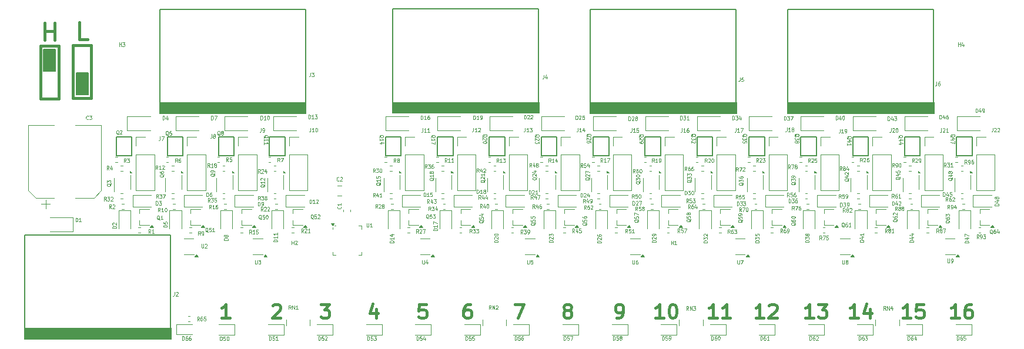
<source format=gbr>
%TF.GenerationSoftware,KiCad,Pcbnew,8.99.0-3338-g9b4c1024c9*%
%TF.CreationDate,2024-12-09T11:14:18+02:00*%
%TF.ProjectId,control_unit_v2_upper,636f6e74-726f-46c5-9f75-6e69745f7632,rev?*%
%TF.SameCoordinates,Original*%
%TF.FileFunction,Legend,Top*%
%TF.FilePolarity,Positive*%
%FSLAX46Y46*%
G04 Gerber Fmt 4.6, Leading zero omitted, Abs format (unit mm)*
G04 Created by KiCad (PCBNEW 8.99.0-3338-g9b4c1024c9) date 2024-12-09 11:14:18*
%MOMM*%
%LPD*%
G01*
G04 APERTURE LIST*
%ADD10C,0.200000*%
%ADD11C,0.400000*%
%ADD12C,0.100000*%
%ADD13C,0.120000*%
%ADD14C,0.150000*%
G04 APERTURE END LIST*
D10*
X63755000Y-65386250D02*
X65430000Y-65386250D01*
X65430000Y-68548750D01*
X63755000Y-68548750D01*
X63755000Y-65386250D01*
G36*
X63755000Y-65386250D02*
G01*
X65430000Y-65386250D01*
X65430000Y-68548750D01*
X63755000Y-68548750D01*
X63755000Y-65386250D01*
G37*
D11*
X68005000Y-64790000D02*
X70635000Y-64790000D01*
X70635000Y-72445000D01*
X68005000Y-72445000D01*
X68005000Y-64790000D01*
X63300000Y-64837500D02*
X65930000Y-64837500D01*
X65930000Y-72492500D01*
X63300000Y-72492500D01*
X63300000Y-64837500D01*
D10*
X68505000Y-68733750D02*
X70180000Y-68733750D01*
X70180000Y-71896250D01*
X68505000Y-71896250D01*
X68505000Y-68733750D01*
G36*
X68505000Y-68733750D02*
G01*
X70180000Y-68733750D01*
X70180000Y-71896250D01*
X68505000Y-71896250D01*
X68505000Y-68733750D01*
G37*
D11*
X188646966Y-104104438D02*
X187504109Y-104104438D01*
X188075537Y-104104438D02*
X188075537Y-102104438D01*
X188075537Y-102104438D02*
X187885061Y-102390152D01*
X187885061Y-102390152D02*
X187694585Y-102580628D01*
X187694585Y-102580628D02*
X187504109Y-102675866D01*
X190456490Y-102104438D02*
X189504109Y-102104438D01*
X189504109Y-102104438D02*
X189408871Y-103056819D01*
X189408871Y-103056819D02*
X189504109Y-102961580D01*
X189504109Y-102961580D02*
X189694585Y-102866342D01*
X189694585Y-102866342D02*
X190170776Y-102866342D01*
X190170776Y-102866342D02*
X190361252Y-102961580D01*
X190361252Y-102961580D02*
X190456490Y-103056819D01*
X190456490Y-103056819D02*
X190551728Y-103247295D01*
X190551728Y-103247295D02*
X190551728Y-103723485D01*
X190551728Y-103723485D02*
X190456490Y-103913961D01*
X190456490Y-103913961D02*
X190361252Y-104009200D01*
X190361252Y-104009200D02*
X190170776Y-104104438D01*
X190170776Y-104104438D02*
X189694585Y-104104438D01*
X189694585Y-104104438D02*
X189504109Y-104009200D01*
X189504109Y-104009200D02*
X189408871Y-103913961D01*
X160746966Y-104104438D02*
X159604109Y-104104438D01*
X160175537Y-104104438D02*
X160175537Y-102104438D01*
X160175537Y-102104438D02*
X159985061Y-102390152D01*
X159985061Y-102390152D02*
X159794585Y-102580628D01*
X159794585Y-102580628D02*
X159604109Y-102675866D01*
X162651728Y-104104438D02*
X161508871Y-104104438D01*
X162080299Y-104104438D02*
X162080299Y-102104438D01*
X162080299Y-102104438D02*
X161889823Y-102390152D01*
X161889823Y-102390152D02*
X161699347Y-102580628D01*
X161699347Y-102580628D02*
X161508871Y-102675866D01*
X146269585Y-104104438D02*
X146650537Y-104104438D01*
X146650537Y-104104438D02*
X146841014Y-104009200D01*
X146841014Y-104009200D02*
X146936252Y-103913961D01*
X146936252Y-103913961D02*
X147126728Y-103628247D01*
X147126728Y-103628247D02*
X147221966Y-103247295D01*
X147221966Y-103247295D02*
X147221966Y-102485390D01*
X147221966Y-102485390D02*
X147126728Y-102294914D01*
X147126728Y-102294914D02*
X147031490Y-102199676D01*
X147031490Y-102199676D02*
X146841014Y-102104438D01*
X146841014Y-102104438D02*
X146460061Y-102104438D01*
X146460061Y-102104438D02*
X146269585Y-102199676D01*
X146269585Y-102199676D02*
X146174347Y-102294914D01*
X146174347Y-102294914D02*
X146079109Y-102485390D01*
X146079109Y-102485390D02*
X146079109Y-102961580D01*
X146079109Y-102961580D02*
X146174347Y-103152057D01*
X146174347Y-103152057D02*
X146269585Y-103247295D01*
X146269585Y-103247295D02*
X146460061Y-103342533D01*
X146460061Y-103342533D02*
X146841014Y-103342533D01*
X146841014Y-103342533D02*
X147031490Y-103247295D01*
X147031490Y-103247295D02*
X147126728Y-103152057D01*
X147126728Y-103152057D02*
X147221966Y-102961580D01*
X181071966Y-104104438D02*
X179929109Y-104104438D01*
X180500537Y-104104438D02*
X180500537Y-102104438D01*
X180500537Y-102104438D02*
X180310061Y-102390152D01*
X180310061Y-102390152D02*
X180119585Y-102580628D01*
X180119585Y-102580628D02*
X179929109Y-102675866D01*
X182786252Y-102771104D02*
X182786252Y-104104438D01*
X182310061Y-102009200D02*
X181833871Y-103437771D01*
X181833871Y-103437771D02*
X183071966Y-103437771D01*
X153021966Y-104104438D02*
X151879109Y-104104438D01*
X152450537Y-104104438D02*
X152450537Y-102104438D01*
X152450537Y-102104438D02*
X152260061Y-102390152D01*
X152260061Y-102390152D02*
X152069585Y-102580628D01*
X152069585Y-102580628D02*
X151879109Y-102675866D01*
X154260061Y-102104438D02*
X154450538Y-102104438D01*
X154450538Y-102104438D02*
X154641014Y-102199676D01*
X154641014Y-102199676D02*
X154736252Y-102294914D01*
X154736252Y-102294914D02*
X154831490Y-102485390D01*
X154831490Y-102485390D02*
X154926728Y-102866342D01*
X154926728Y-102866342D02*
X154926728Y-103342533D01*
X154926728Y-103342533D02*
X154831490Y-103723485D01*
X154831490Y-103723485D02*
X154736252Y-103913961D01*
X154736252Y-103913961D02*
X154641014Y-104009200D01*
X154641014Y-104009200D02*
X154450538Y-104104438D01*
X154450538Y-104104438D02*
X154260061Y-104104438D01*
X154260061Y-104104438D02*
X154069585Y-104009200D01*
X154069585Y-104009200D02*
X153974347Y-103913961D01*
X153974347Y-103913961D02*
X153879109Y-103723485D01*
X153879109Y-103723485D02*
X153783871Y-103342533D01*
X153783871Y-103342533D02*
X153783871Y-102866342D01*
X153783871Y-102866342D02*
X153879109Y-102485390D01*
X153879109Y-102485390D02*
X153974347Y-102294914D01*
X153974347Y-102294914D02*
X154069585Y-102199676D01*
X154069585Y-102199676D02*
X154260061Y-102104438D01*
X70053871Y-63988247D02*
X68863395Y-63988247D01*
X68863395Y-63988247D02*
X68863395Y-61488247D01*
X131608871Y-102104438D02*
X132942204Y-102104438D01*
X132942204Y-102104438D02*
X132085061Y-104104438D01*
X125181490Y-102104438D02*
X124800537Y-102104438D01*
X124800537Y-102104438D02*
X124610061Y-102199676D01*
X124610061Y-102199676D02*
X124514823Y-102294914D01*
X124514823Y-102294914D02*
X124324347Y-102580628D01*
X124324347Y-102580628D02*
X124229109Y-102961580D01*
X124229109Y-102961580D02*
X124229109Y-103723485D01*
X124229109Y-103723485D02*
X124324347Y-103913961D01*
X124324347Y-103913961D02*
X124419585Y-104009200D01*
X124419585Y-104009200D02*
X124610061Y-104104438D01*
X124610061Y-104104438D02*
X124991014Y-104104438D01*
X124991014Y-104104438D02*
X125181490Y-104009200D01*
X125181490Y-104009200D02*
X125276728Y-103913961D01*
X125276728Y-103913961D02*
X125371966Y-103723485D01*
X125371966Y-103723485D02*
X125371966Y-103247295D01*
X125371966Y-103247295D02*
X125276728Y-103056819D01*
X125276728Y-103056819D02*
X125181490Y-102961580D01*
X125181490Y-102961580D02*
X124991014Y-102866342D01*
X124991014Y-102866342D02*
X124610061Y-102866342D01*
X124610061Y-102866342D02*
X124419585Y-102961580D01*
X124419585Y-102961580D02*
X124324347Y-103056819D01*
X124324347Y-103056819D02*
X124229109Y-103247295D01*
X103658871Y-102104438D02*
X104896966Y-102104438D01*
X104896966Y-102104438D02*
X104230299Y-102866342D01*
X104230299Y-102866342D02*
X104516014Y-102866342D01*
X104516014Y-102866342D02*
X104706490Y-102961580D01*
X104706490Y-102961580D02*
X104801728Y-103056819D01*
X104801728Y-103056819D02*
X104896966Y-103247295D01*
X104896966Y-103247295D02*
X104896966Y-103723485D01*
X104896966Y-103723485D02*
X104801728Y-103913961D01*
X104801728Y-103913961D02*
X104706490Y-104009200D01*
X104706490Y-104009200D02*
X104516014Y-104104438D01*
X104516014Y-104104438D02*
X103944585Y-104104438D01*
X103944585Y-104104438D02*
X103754109Y-104009200D01*
X103754109Y-104009200D02*
X103658871Y-103913961D01*
X167471966Y-104104438D02*
X166329109Y-104104438D01*
X166900537Y-104104438D02*
X166900537Y-102104438D01*
X166900537Y-102104438D02*
X166710061Y-102390152D01*
X166710061Y-102390152D02*
X166519585Y-102580628D01*
X166519585Y-102580628D02*
X166329109Y-102675866D01*
X168233871Y-102294914D02*
X168329109Y-102199676D01*
X168329109Y-102199676D02*
X168519585Y-102104438D01*
X168519585Y-102104438D02*
X168995776Y-102104438D01*
X168995776Y-102104438D02*
X169186252Y-102199676D01*
X169186252Y-102199676D02*
X169281490Y-102294914D01*
X169281490Y-102294914D02*
X169376728Y-102485390D01*
X169376728Y-102485390D02*
X169376728Y-102675866D01*
X169376728Y-102675866D02*
X169281490Y-102961580D01*
X169281490Y-102961580D02*
X168138633Y-104104438D01*
X168138633Y-104104438D02*
X169376728Y-104104438D01*
X111656490Y-102771104D02*
X111656490Y-104104438D01*
X111180299Y-102009200D02*
X110704109Y-103437771D01*
X110704109Y-103437771D02*
X111942204Y-103437771D01*
X63913395Y-64038247D02*
X63913395Y-61538247D01*
X63913395Y-62728723D02*
X65341966Y-62728723D01*
X65341966Y-64038247D02*
X65341966Y-61538247D01*
X90546966Y-104104438D02*
X89404109Y-104104438D01*
X89975537Y-104104438D02*
X89975537Y-102104438D01*
X89975537Y-102104438D02*
X89785061Y-102390152D01*
X89785061Y-102390152D02*
X89594585Y-102580628D01*
X89594585Y-102580628D02*
X89404109Y-102675866D01*
X96754109Y-102294914D02*
X96849347Y-102199676D01*
X96849347Y-102199676D02*
X97039823Y-102104438D01*
X97039823Y-102104438D02*
X97516014Y-102104438D01*
X97516014Y-102104438D02*
X97706490Y-102199676D01*
X97706490Y-102199676D02*
X97801728Y-102294914D01*
X97801728Y-102294914D02*
X97896966Y-102485390D01*
X97896966Y-102485390D02*
X97896966Y-102675866D01*
X97896966Y-102675866D02*
X97801728Y-102961580D01*
X97801728Y-102961580D02*
X96658871Y-104104438D01*
X96658871Y-104104438D02*
X97896966Y-104104438D01*
X139035061Y-102961580D02*
X138844585Y-102866342D01*
X138844585Y-102866342D02*
X138749347Y-102771104D01*
X138749347Y-102771104D02*
X138654109Y-102580628D01*
X138654109Y-102580628D02*
X138654109Y-102485390D01*
X138654109Y-102485390D02*
X138749347Y-102294914D01*
X138749347Y-102294914D02*
X138844585Y-102199676D01*
X138844585Y-102199676D02*
X139035061Y-102104438D01*
X139035061Y-102104438D02*
X139416014Y-102104438D01*
X139416014Y-102104438D02*
X139606490Y-102199676D01*
X139606490Y-102199676D02*
X139701728Y-102294914D01*
X139701728Y-102294914D02*
X139796966Y-102485390D01*
X139796966Y-102485390D02*
X139796966Y-102580628D01*
X139796966Y-102580628D02*
X139701728Y-102771104D01*
X139701728Y-102771104D02*
X139606490Y-102866342D01*
X139606490Y-102866342D02*
X139416014Y-102961580D01*
X139416014Y-102961580D02*
X139035061Y-102961580D01*
X139035061Y-102961580D02*
X138844585Y-103056819D01*
X138844585Y-103056819D02*
X138749347Y-103152057D01*
X138749347Y-103152057D02*
X138654109Y-103342533D01*
X138654109Y-103342533D02*
X138654109Y-103723485D01*
X138654109Y-103723485D02*
X138749347Y-103913961D01*
X138749347Y-103913961D02*
X138844585Y-104009200D01*
X138844585Y-104009200D02*
X139035061Y-104104438D01*
X139035061Y-104104438D02*
X139416014Y-104104438D01*
X139416014Y-104104438D02*
X139606490Y-104009200D01*
X139606490Y-104009200D02*
X139701728Y-103913961D01*
X139701728Y-103913961D02*
X139796966Y-103723485D01*
X139796966Y-103723485D02*
X139796966Y-103342533D01*
X139796966Y-103342533D02*
X139701728Y-103152057D01*
X139701728Y-103152057D02*
X139606490Y-103056819D01*
X139606490Y-103056819D02*
X139416014Y-102961580D01*
X174646966Y-104104438D02*
X173504109Y-104104438D01*
X174075537Y-104104438D02*
X174075537Y-102104438D01*
X174075537Y-102104438D02*
X173885061Y-102390152D01*
X173885061Y-102390152D02*
X173694585Y-102580628D01*
X173694585Y-102580628D02*
X173504109Y-102675866D01*
X175313633Y-102104438D02*
X176551728Y-102104438D01*
X176551728Y-102104438D02*
X175885061Y-102866342D01*
X175885061Y-102866342D02*
X176170776Y-102866342D01*
X176170776Y-102866342D02*
X176361252Y-102961580D01*
X176361252Y-102961580D02*
X176456490Y-103056819D01*
X176456490Y-103056819D02*
X176551728Y-103247295D01*
X176551728Y-103247295D02*
X176551728Y-103723485D01*
X176551728Y-103723485D02*
X176456490Y-103913961D01*
X176456490Y-103913961D02*
X176361252Y-104009200D01*
X176361252Y-104009200D02*
X176170776Y-104104438D01*
X176170776Y-104104438D02*
X175599347Y-104104438D01*
X175599347Y-104104438D02*
X175408871Y-104009200D01*
X175408871Y-104009200D02*
X175313633Y-103913961D01*
X118826728Y-102104438D02*
X117874347Y-102104438D01*
X117874347Y-102104438D02*
X117779109Y-103056819D01*
X117779109Y-103056819D02*
X117874347Y-102961580D01*
X117874347Y-102961580D02*
X118064823Y-102866342D01*
X118064823Y-102866342D02*
X118541014Y-102866342D01*
X118541014Y-102866342D02*
X118731490Y-102961580D01*
X118731490Y-102961580D02*
X118826728Y-103056819D01*
X118826728Y-103056819D02*
X118921966Y-103247295D01*
X118921966Y-103247295D02*
X118921966Y-103723485D01*
X118921966Y-103723485D02*
X118826728Y-103913961D01*
X118826728Y-103913961D02*
X118731490Y-104009200D01*
X118731490Y-104009200D02*
X118541014Y-104104438D01*
X118541014Y-104104438D02*
X118064823Y-104104438D01*
X118064823Y-104104438D02*
X117874347Y-104009200D01*
X117874347Y-104009200D02*
X117779109Y-103913961D01*
X195646966Y-104104438D02*
X194504109Y-104104438D01*
X195075537Y-104104438D02*
X195075537Y-102104438D01*
X195075537Y-102104438D02*
X194885061Y-102390152D01*
X194885061Y-102390152D02*
X194694585Y-102580628D01*
X194694585Y-102580628D02*
X194504109Y-102675866D01*
X197361252Y-102104438D02*
X196980299Y-102104438D01*
X196980299Y-102104438D02*
X196789823Y-102199676D01*
X196789823Y-102199676D02*
X196694585Y-102294914D01*
X196694585Y-102294914D02*
X196504109Y-102580628D01*
X196504109Y-102580628D02*
X196408871Y-102961580D01*
X196408871Y-102961580D02*
X196408871Y-103723485D01*
X196408871Y-103723485D02*
X196504109Y-103913961D01*
X196504109Y-103913961D02*
X196599347Y-104009200D01*
X196599347Y-104009200D02*
X196789823Y-104104438D01*
X196789823Y-104104438D02*
X197170776Y-104104438D01*
X197170776Y-104104438D02*
X197361252Y-104009200D01*
X197361252Y-104009200D02*
X197456490Y-103913961D01*
X197456490Y-103913961D02*
X197551728Y-103723485D01*
X197551728Y-103723485D02*
X197551728Y-103247295D01*
X197551728Y-103247295D02*
X197456490Y-103056819D01*
X197456490Y-103056819D02*
X197361252Y-102961580D01*
X197361252Y-102961580D02*
X197170776Y-102866342D01*
X197170776Y-102866342D02*
X196789823Y-102866342D01*
X196789823Y-102866342D02*
X196599347Y-102961580D01*
X196599347Y-102961580D02*
X196504109Y-103056819D01*
X196504109Y-103056819D02*
X196408871Y-103247295D01*
D12*
X144288571Y-81619240D02*
X144121905Y-81357335D01*
X144002857Y-81619240D02*
X144002857Y-81069240D01*
X144002857Y-81069240D02*
X144193333Y-81069240D01*
X144193333Y-81069240D02*
X144240952Y-81095430D01*
X144240952Y-81095430D02*
X144264762Y-81121621D01*
X144264762Y-81121621D02*
X144288571Y-81174002D01*
X144288571Y-81174002D02*
X144288571Y-81252573D01*
X144288571Y-81252573D02*
X144264762Y-81304954D01*
X144264762Y-81304954D02*
X144240952Y-81331145D01*
X144240952Y-81331145D02*
X144193333Y-81357335D01*
X144193333Y-81357335D02*
X144002857Y-81357335D01*
X144764762Y-81619240D02*
X144479048Y-81619240D01*
X144621905Y-81619240D02*
X144621905Y-81069240D01*
X144621905Y-81069240D02*
X144574286Y-81147811D01*
X144574286Y-81147811D02*
X144526667Y-81200192D01*
X144526667Y-81200192D02*
X144479048Y-81226383D01*
X144931428Y-81069240D02*
X145264761Y-81069240D01*
X145264761Y-81069240D02*
X145050476Y-81619240D01*
X81712380Y-77796621D02*
X81664761Y-77770430D01*
X81664761Y-77770430D02*
X81617142Y-77718050D01*
X81617142Y-77718050D02*
X81545714Y-77639478D01*
X81545714Y-77639478D02*
X81498095Y-77613288D01*
X81498095Y-77613288D02*
X81450476Y-77613288D01*
X81474285Y-77744240D02*
X81426666Y-77718050D01*
X81426666Y-77718050D02*
X81379047Y-77665669D01*
X81379047Y-77665669D02*
X81355238Y-77560907D01*
X81355238Y-77560907D02*
X81355238Y-77377573D01*
X81355238Y-77377573D02*
X81379047Y-77272811D01*
X81379047Y-77272811D02*
X81426666Y-77220430D01*
X81426666Y-77220430D02*
X81474285Y-77194240D01*
X81474285Y-77194240D02*
X81569523Y-77194240D01*
X81569523Y-77194240D02*
X81617142Y-77220430D01*
X81617142Y-77220430D02*
X81664761Y-77272811D01*
X81664761Y-77272811D02*
X81688571Y-77377573D01*
X81688571Y-77377573D02*
X81688571Y-77560907D01*
X81688571Y-77560907D02*
X81664761Y-77665669D01*
X81664761Y-77665669D02*
X81617142Y-77718050D01*
X81617142Y-77718050D02*
X81569523Y-77744240D01*
X81569523Y-77744240D02*
X81474285Y-77744240D01*
X82140952Y-77194240D02*
X81902857Y-77194240D01*
X81902857Y-77194240D02*
X81879048Y-77456145D01*
X81879048Y-77456145D02*
X81902857Y-77429954D01*
X81902857Y-77429954D02*
X81950476Y-77403764D01*
X81950476Y-77403764D02*
X82069524Y-77403764D01*
X82069524Y-77403764D02*
X82117143Y-77429954D01*
X82117143Y-77429954D02*
X82140952Y-77456145D01*
X82140952Y-77456145D02*
X82164762Y-77508526D01*
X82164762Y-77508526D02*
X82164762Y-77639478D01*
X82164762Y-77639478D02*
X82140952Y-77691859D01*
X82140952Y-77691859D02*
X82117143Y-77718050D01*
X82117143Y-77718050D02*
X82069524Y-77744240D01*
X82069524Y-77744240D02*
X81950476Y-77744240D01*
X81950476Y-77744240D02*
X81902857Y-77718050D01*
X81902857Y-77718050D02*
X81879048Y-77691859D01*
X73126666Y-82719240D02*
X72960000Y-82457335D01*
X72840952Y-82719240D02*
X72840952Y-82169240D01*
X72840952Y-82169240D02*
X73031428Y-82169240D01*
X73031428Y-82169240D02*
X73079047Y-82195430D01*
X73079047Y-82195430D02*
X73102857Y-82221621D01*
X73102857Y-82221621D02*
X73126666Y-82274002D01*
X73126666Y-82274002D02*
X73126666Y-82352573D01*
X73126666Y-82352573D02*
X73102857Y-82404954D01*
X73102857Y-82404954D02*
X73079047Y-82431145D01*
X73079047Y-82431145D02*
X73031428Y-82457335D01*
X73031428Y-82457335D02*
X72840952Y-82457335D01*
X73555238Y-82352573D02*
X73555238Y-82719240D01*
X73436190Y-82143050D02*
X73317143Y-82535907D01*
X73317143Y-82535907D02*
X73626666Y-82535907D01*
X192663571Y-91794240D02*
X192496905Y-91532335D01*
X192377857Y-91794240D02*
X192377857Y-91244240D01*
X192377857Y-91244240D02*
X192568333Y-91244240D01*
X192568333Y-91244240D02*
X192615952Y-91270430D01*
X192615952Y-91270430D02*
X192639762Y-91296621D01*
X192639762Y-91296621D02*
X192663571Y-91349002D01*
X192663571Y-91349002D02*
X192663571Y-91427573D01*
X192663571Y-91427573D02*
X192639762Y-91479954D01*
X192639762Y-91479954D02*
X192615952Y-91506145D01*
X192615952Y-91506145D02*
X192568333Y-91532335D01*
X192568333Y-91532335D02*
X192377857Y-91532335D01*
X192949286Y-91479954D02*
X192901667Y-91453764D01*
X192901667Y-91453764D02*
X192877857Y-91427573D01*
X192877857Y-91427573D02*
X192854048Y-91375192D01*
X192854048Y-91375192D02*
X192854048Y-91349002D01*
X192854048Y-91349002D02*
X192877857Y-91296621D01*
X192877857Y-91296621D02*
X192901667Y-91270430D01*
X192901667Y-91270430D02*
X192949286Y-91244240D01*
X192949286Y-91244240D02*
X193044524Y-91244240D01*
X193044524Y-91244240D02*
X193092143Y-91270430D01*
X193092143Y-91270430D02*
X193115952Y-91296621D01*
X193115952Y-91296621D02*
X193139762Y-91349002D01*
X193139762Y-91349002D02*
X193139762Y-91375192D01*
X193139762Y-91375192D02*
X193115952Y-91427573D01*
X193115952Y-91427573D02*
X193092143Y-91453764D01*
X193092143Y-91453764D02*
X193044524Y-91479954D01*
X193044524Y-91479954D02*
X192949286Y-91479954D01*
X192949286Y-91479954D02*
X192901667Y-91506145D01*
X192901667Y-91506145D02*
X192877857Y-91532335D01*
X192877857Y-91532335D02*
X192854048Y-91584716D01*
X192854048Y-91584716D02*
X192854048Y-91689478D01*
X192854048Y-91689478D02*
X192877857Y-91741859D01*
X192877857Y-91741859D02*
X192901667Y-91768050D01*
X192901667Y-91768050D02*
X192949286Y-91794240D01*
X192949286Y-91794240D02*
X193044524Y-91794240D01*
X193044524Y-91794240D02*
X193092143Y-91768050D01*
X193092143Y-91768050D02*
X193115952Y-91741859D01*
X193115952Y-91741859D02*
X193139762Y-91689478D01*
X193139762Y-91689478D02*
X193139762Y-91584716D01*
X193139762Y-91584716D02*
X193115952Y-91532335D01*
X193115952Y-91532335D02*
X193092143Y-91506145D01*
X193092143Y-91506145D02*
X193044524Y-91479954D01*
X193306428Y-91244240D02*
X193639761Y-91244240D01*
X193639761Y-91244240D02*
X193425476Y-91794240D01*
X97751666Y-81594240D02*
X97585000Y-81332335D01*
X97465952Y-81594240D02*
X97465952Y-81044240D01*
X97465952Y-81044240D02*
X97656428Y-81044240D01*
X97656428Y-81044240D02*
X97704047Y-81070430D01*
X97704047Y-81070430D02*
X97727857Y-81096621D01*
X97727857Y-81096621D02*
X97751666Y-81149002D01*
X97751666Y-81149002D02*
X97751666Y-81227573D01*
X97751666Y-81227573D02*
X97727857Y-81279954D01*
X97727857Y-81279954D02*
X97704047Y-81306145D01*
X97704047Y-81306145D02*
X97656428Y-81332335D01*
X97656428Y-81332335D02*
X97465952Y-81332335D01*
X97918333Y-81044240D02*
X98251666Y-81044240D01*
X98251666Y-81044240D02*
X98037381Y-81594240D01*
X111488571Y-83119240D02*
X111321905Y-82857335D01*
X111202857Y-83119240D02*
X111202857Y-82569240D01*
X111202857Y-82569240D02*
X111393333Y-82569240D01*
X111393333Y-82569240D02*
X111440952Y-82595430D01*
X111440952Y-82595430D02*
X111464762Y-82621621D01*
X111464762Y-82621621D02*
X111488571Y-82674002D01*
X111488571Y-82674002D02*
X111488571Y-82752573D01*
X111488571Y-82752573D02*
X111464762Y-82804954D01*
X111464762Y-82804954D02*
X111440952Y-82831145D01*
X111440952Y-82831145D02*
X111393333Y-82857335D01*
X111393333Y-82857335D02*
X111202857Y-82857335D01*
X111655238Y-82569240D02*
X111964762Y-82569240D01*
X111964762Y-82569240D02*
X111798095Y-82778764D01*
X111798095Y-82778764D02*
X111869524Y-82778764D01*
X111869524Y-82778764D02*
X111917143Y-82804954D01*
X111917143Y-82804954D02*
X111940952Y-82831145D01*
X111940952Y-82831145D02*
X111964762Y-82883526D01*
X111964762Y-82883526D02*
X111964762Y-83014478D01*
X111964762Y-83014478D02*
X111940952Y-83066859D01*
X111940952Y-83066859D02*
X111917143Y-83093050D01*
X111917143Y-83093050D02*
X111869524Y-83119240D01*
X111869524Y-83119240D02*
X111726667Y-83119240D01*
X111726667Y-83119240D02*
X111679048Y-83093050D01*
X111679048Y-83093050D02*
X111655238Y-83066859D01*
X112274285Y-82569240D02*
X112321904Y-82569240D01*
X112321904Y-82569240D02*
X112369523Y-82595430D01*
X112369523Y-82595430D02*
X112393333Y-82621621D01*
X112393333Y-82621621D02*
X112417142Y-82674002D01*
X112417142Y-82674002D02*
X112440952Y-82778764D01*
X112440952Y-82778764D02*
X112440952Y-82909716D01*
X112440952Y-82909716D02*
X112417142Y-83014478D01*
X112417142Y-83014478D02*
X112393333Y-83066859D01*
X112393333Y-83066859D02*
X112369523Y-83093050D01*
X112369523Y-83093050D02*
X112321904Y-83119240D01*
X112321904Y-83119240D02*
X112274285Y-83119240D01*
X112274285Y-83119240D02*
X112226666Y-83093050D01*
X112226666Y-83093050D02*
X112202857Y-83066859D01*
X112202857Y-83066859D02*
X112179047Y-83014478D01*
X112179047Y-83014478D02*
X112155238Y-82909716D01*
X112155238Y-82909716D02*
X112155238Y-82778764D01*
X112155238Y-82778764D02*
X112179047Y-82674002D01*
X112179047Y-82674002D02*
X112202857Y-82621621D01*
X112202857Y-82621621D02*
X112226666Y-82595430D01*
X112226666Y-82595430D02*
X112274285Y-82569240D01*
X136788571Y-81669240D02*
X136621905Y-81407335D01*
X136502857Y-81669240D02*
X136502857Y-81119240D01*
X136502857Y-81119240D02*
X136693333Y-81119240D01*
X136693333Y-81119240D02*
X136740952Y-81145430D01*
X136740952Y-81145430D02*
X136764762Y-81171621D01*
X136764762Y-81171621D02*
X136788571Y-81224002D01*
X136788571Y-81224002D02*
X136788571Y-81302573D01*
X136788571Y-81302573D02*
X136764762Y-81354954D01*
X136764762Y-81354954D02*
X136740952Y-81381145D01*
X136740952Y-81381145D02*
X136693333Y-81407335D01*
X136693333Y-81407335D02*
X136502857Y-81407335D01*
X137264762Y-81669240D02*
X136979048Y-81669240D01*
X137121905Y-81669240D02*
X137121905Y-81119240D01*
X137121905Y-81119240D02*
X137074286Y-81197811D01*
X137074286Y-81197811D02*
X137026667Y-81250192D01*
X137026667Y-81250192D02*
X136979048Y-81276383D01*
X137693333Y-81302573D02*
X137693333Y-81669240D01*
X137574285Y-81093050D02*
X137455238Y-81485907D01*
X137455238Y-81485907D02*
X137764761Y-81485907D01*
X156961621Y-89855714D02*
X156935430Y-89903333D01*
X156935430Y-89903333D02*
X156883050Y-89950952D01*
X156883050Y-89950952D02*
X156804478Y-90022380D01*
X156804478Y-90022380D02*
X156778288Y-90069999D01*
X156778288Y-90069999D02*
X156778288Y-90117618D01*
X156909240Y-90093809D02*
X156883050Y-90141428D01*
X156883050Y-90141428D02*
X156830669Y-90189047D01*
X156830669Y-90189047D02*
X156725907Y-90212856D01*
X156725907Y-90212856D02*
X156542573Y-90212856D01*
X156542573Y-90212856D02*
X156437811Y-90189047D01*
X156437811Y-90189047D02*
X156385430Y-90141428D01*
X156385430Y-90141428D02*
X156359240Y-90093809D01*
X156359240Y-90093809D02*
X156359240Y-89998571D01*
X156359240Y-89998571D02*
X156385430Y-89950952D01*
X156385430Y-89950952D02*
X156437811Y-89903333D01*
X156437811Y-89903333D02*
X156542573Y-89879523D01*
X156542573Y-89879523D02*
X156725907Y-89879523D01*
X156725907Y-89879523D02*
X156830669Y-89903333D01*
X156830669Y-89903333D02*
X156883050Y-89950952D01*
X156883050Y-89950952D02*
X156909240Y-89998571D01*
X156909240Y-89998571D02*
X156909240Y-90093809D01*
X156359240Y-89427142D02*
X156359240Y-89665237D01*
X156359240Y-89665237D02*
X156621145Y-89689046D01*
X156621145Y-89689046D02*
X156594954Y-89665237D01*
X156594954Y-89665237D02*
X156568764Y-89617618D01*
X156568764Y-89617618D02*
X156568764Y-89498570D01*
X156568764Y-89498570D02*
X156594954Y-89450951D01*
X156594954Y-89450951D02*
X156621145Y-89427142D01*
X156621145Y-89427142D02*
X156673526Y-89403332D01*
X156673526Y-89403332D02*
X156804478Y-89403332D01*
X156804478Y-89403332D02*
X156856859Y-89427142D01*
X156856859Y-89427142D02*
X156883050Y-89450951D01*
X156883050Y-89450951D02*
X156909240Y-89498570D01*
X156909240Y-89498570D02*
X156909240Y-89617618D01*
X156909240Y-89617618D02*
X156883050Y-89665237D01*
X156883050Y-89665237D02*
X156856859Y-89689046D01*
X156594954Y-89117618D02*
X156568764Y-89165237D01*
X156568764Y-89165237D02*
X156542573Y-89189047D01*
X156542573Y-89189047D02*
X156490192Y-89212856D01*
X156490192Y-89212856D02*
X156464002Y-89212856D01*
X156464002Y-89212856D02*
X156411621Y-89189047D01*
X156411621Y-89189047D02*
X156385430Y-89165237D01*
X156385430Y-89165237D02*
X156359240Y-89117618D01*
X156359240Y-89117618D02*
X156359240Y-89022380D01*
X156359240Y-89022380D02*
X156385430Y-88974761D01*
X156385430Y-88974761D02*
X156411621Y-88950952D01*
X156411621Y-88950952D02*
X156464002Y-88927142D01*
X156464002Y-88927142D02*
X156490192Y-88927142D01*
X156490192Y-88927142D02*
X156542573Y-88950952D01*
X156542573Y-88950952D02*
X156568764Y-88974761D01*
X156568764Y-88974761D02*
X156594954Y-89022380D01*
X156594954Y-89022380D02*
X156594954Y-89117618D01*
X156594954Y-89117618D02*
X156621145Y-89165237D01*
X156621145Y-89165237D02*
X156647335Y-89189047D01*
X156647335Y-89189047D02*
X156699716Y-89212856D01*
X156699716Y-89212856D02*
X156804478Y-89212856D01*
X156804478Y-89212856D02*
X156856859Y-89189047D01*
X156856859Y-89189047D02*
X156883050Y-89165237D01*
X156883050Y-89165237D02*
X156909240Y-89117618D01*
X156909240Y-89117618D02*
X156909240Y-89022380D01*
X156909240Y-89022380D02*
X156883050Y-88974761D01*
X156883050Y-88974761D02*
X156856859Y-88950952D01*
X156856859Y-88950952D02*
X156804478Y-88927142D01*
X156804478Y-88927142D02*
X156699716Y-88927142D01*
X156699716Y-88927142D02*
X156647335Y-88950952D01*
X156647335Y-88950952D02*
X156621145Y-88974761D01*
X156621145Y-88974761D02*
X156594954Y-89022380D01*
X99494047Y-93499240D02*
X99494047Y-92949240D01*
X99494047Y-93211145D02*
X99779761Y-93211145D01*
X99779761Y-93499240D02*
X99779761Y-92949240D01*
X99994048Y-93001621D02*
X100017857Y-92975430D01*
X100017857Y-92975430D02*
X100065476Y-92949240D01*
X100065476Y-92949240D02*
X100184524Y-92949240D01*
X100184524Y-92949240D02*
X100232143Y-92975430D01*
X100232143Y-92975430D02*
X100255952Y-93001621D01*
X100255952Y-93001621D02*
X100279762Y-93054002D01*
X100279762Y-93054002D02*
X100279762Y-93106383D01*
X100279762Y-93106383D02*
X100255952Y-93184954D01*
X100255952Y-93184954D02*
X99970238Y-93499240D01*
X99970238Y-93499240D02*
X100279762Y-93499240D01*
X80538571Y-88769240D02*
X80371905Y-88507335D01*
X80252857Y-88769240D02*
X80252857Y-88219240D01*
X80252857Y-88219240D02*
X80443333Y-88219240D01*
X80443333Y-88219240D02*
X80490952Y-88245430D01*
X80490952Y-88245430D02*
X80514762Y-88271621D01*
X80514762Y-88271621D02*
X80538571Y-88324002D01*
X80538571Y-88324002D02*
X80538571Y-88402573D01*
X80538571Y-88402573D02*
X80514762Y-88454954D01*
X80514762Y-88454954D02*
X80490952Y-88481145D01*
X80490952Y-88481145D02*
X80443333Y-88507335D01*
X80443333Y-88507335D02*
X80252857Y-88507335D01*
X81014762Y-88769240D02*
X80729048Y-88769240D01*
X80871905Y-88769240D02*
X80871905Y-88219240D01*
X80871905Y-88219240D02*
X80824286Y-88297811D01*
X80824286Y-88297811D02*
X80776667Y-88350192D01*
X80776667Y-88350192D02*
X80729048Y-88376383D01*
X81324285Y-88219240D02*
X81371904Y-88219240D01*
X81371904Y-88219240D02*
X81419523Y-88245430D01*
X81419523Y-88245430D02*
X81443333Y-88271621D01*
X81443333Y-88271621D02*
X81467142Y-88324002D01*
X81467142Y-88324002D02*
X81490952Y-88428764D01*
X81490952Y-88428764D02*
X81490952Y-88559716D01*
X81490952Y-88559716D02*
X81467142Y-88664478D01*
X81467142Y-88664478D02*
X81443333Y-88716859D01*
X81443333Y-88716859D02*
X81419523Y-88743050D01*
X81419523Y-88743050D02*
X81371904Y-88769240D01*
X81371904Y-88769240D02*
X81324285Y-88769240D01*
X81324285Y-88769240D02*
X81276666Y-88743050D01*
X81276666Y-88743050D02*
X81252857Y-88716859D01*
X81252857Y-88716859D02*
X81229047Y-88664478D01*
X81229047Y-88664478D02*
X81205238Y-88559716D01*
X81205238Y-88559716D02*
X81205238Y-88428764D01*
X81205238Y-88428764D02*
X81229047Y-88324002D01*
X81229047Y-88324002D02*
X81252857Y-88271621D01*
X81252857Y-88271621D02*
X81276666Y-88245430D01*
X81276666Y-88245430D02*
X81324285Y-88219240D01*
X156614761Y-102969240D02*
X156448095Y-102707335D01*
X156329047Y-102969240D02*
X156329047Y-102419240D01*
X156329047Y-102419240D02*
X156519523Y-102419240D01*
X156519523Y-102419240D02*
X156567142Y-102445430D01*
X156567142Y-102445430D02*
X156590952Y-102471621D01*
X156590952Y-102471621D02*
X156614761Y-102524002D01*
X156614761Y-102524002D02*
X156614761Y-102602573D01*
X156614761Y-102602573D02*
X156590952Y-102654954D01*
X156590952Y-102654954D02*
X156567142Y-102681145D01*
X156567142Y-102681145D02*
X156519523Y-102707335D01*
X156519523Y-102707335D02*
X156329047Y-102707335D01*
X156829047Y-102969240D02*
X156829047Y-102419240D01*
X156829047Y-102419240D02*
X157114761Y-102969240D01*
X157114761Y-102969240D02*
X157114761Y-102419240D01*
X157305238Y-102419240D02*
X157614762Y-102419240D01*
X157614762Y-102419240D02*
X157448095Y-102628764D01*
X157448095Y-102628764D02*
X157519524Y-102628764D01*
X157519524Y-102628764D02*
X157567143Y-102654954D01*
X157567143Y-102654954D02*
X157590952Y-102681145D01*
X157590952Y-102681145D02*
X157614762Y-102733526D01*
X157614762Y-102733526D02*
X157614762Y-102864478D01*
X157614762Y-102864478D02*
X157590952Y-102916859D01*
X157590952Y-102916859D02*
X157567143Y-102943050D01*
X157567143Y-102943050D02*
X157519524Y-102969240D01*
X157519524Y-102969240D02*
X157376667Y-102969240D01*
X157376667Y-102969240D02*
X157329048Y-102943050D01*
X157329048Y-102943050D02*
X157305238Y-102916859D01*
X189034240Y-93177142D02*
X188484240Y-93177142D01*
X188484240Y-93177142D02*
X188484240Y-93058094D01*
X188484240Y-93058094D02*
X188510430Y-92986666D01*
X188510430Y-92986666D02*
X188562811Y-92939047D01*
X188562811Y-92939047D02*
X188615192Y-92915237D01*
X188615192Y-92915237D02*
X188719954Y-92891428D01*
X188719954Y-92891428D02*
X188798526Y-92891428D01*
X188798526Y-92891428D02*
X188903288Y-92915237D01*
X188903288Y-92915237D02*
X188955669Y-92939047D01*
X188955669Y-92939047D02*
X189008050Y-92986666D01*
X189008050Y-92986666D02*
X189034240Y-93058094D01*
X189034240Y-93058094D02*
X189034240Y-93177142D01*
X188667573Y-92462856D02*
X189034240Y-92462856D01*
X188458050Y-92581904D02*
X188850907Y-92700951D01*
X188850907Y-92700951D02*
X188850907Y-92391428D01*
X188667573Y-91986666D02*
X189034240Y-91986666D01*
X188458050Y-92105714D02*
X188850907Y-92224761D01*
X188850907Y-92224761D02*
X188850907Y-91915238D01*
X79176666Y-91869240D02*
X79010000Y-91607335D01*
X78890952Y-91869240D02*
X78890952Y-91319240D01*
X78890952Y-91319240D02*
X79081428Y-91319240D01*
X79081428Y-91319240D02*
X79129047Y-91345430D01*
X79129047Y-91345430D02*
X79152857Y-91371621D01*
X79152857Y-91371621D02*
X79176666Y-91424002D01*
X79176666Y-91424002D02*
X79176666Y-91502573D01*
X79176666Y-91502573D02*
X79152857Y-91554954D01*
X79152857Y-91554954D02*
X79129047Y-91581145D01*
X79129047Y-91581145D02*
X79081428Y-91607335D01*
X79081428Y-91607335D02*
X78890952Y-91607335D01*
X79652857Y-91869240D02*
X79367143Y-91869240D01*
X79510000Y-91869240D02*
X79510000Y-91319240D01*
X79510000Y-91319240D02*
X79462381Y-91397811D01*
X79462381Y-91397811D02*
X79414762Y-91450192D01*
X79414762Y-91450192D02*
X79367143Y-91476383D01*
X95458378Y-78134285D02*
X95484569Y-78086666D01*
X95484569Y-78086666D02*
X95536950Y-78039047D01*
X95536950Y-78039047D02*
X95615521Y-77967619D01*
X95615521Y-77967619D02*
X95641711Y-77920000D01*
X95641711Y-77920000D02*
X95641711Y-77872381D01*
X95510759Y-77896190D02*
X95536950Y-77848571D01*
X95536950Y-77848571D02*
X95589330Y-77800952D01*
X95589330Y-77800952D02*
X95694092Y-77777143D01*
X95694092Y-77777143D02*
X95877426Y-77777143D01*
X95877426Y-77777143D02*
X95982188Y-77800952D01*
X95982188Y-77800952D02*
X96034569Y-77848571D01*
X96034569Y-77848571D02*
X96060759Y-77896190D01*
X96060759Y-77896190D02*
X96060759Y-77991428D01*
X96060759Y-77991428D02*
X96034569Y-78039047D01*
X96034569Y-78039047D02*
X95982188Y-78086666D01*
X95982188Y-78086666D02*
X95877426Y-78110476D01*
X95877426Y-78110476D02*
X95694092Y-78110476D01*
X95694092Y-78110476D02*
X95589330Y-78086666D01*
X95589330Y-78086666D02*
X95536950Y-78039047D01*
X95536950Y-78039047D02*
X95510759Y-77991428D01*
X95510759Y-77991428D02*
X95510759Y-77896190D01*
X95510759Y-78586667D02*
X95510759Y-78300953D01*
X95510759Y-78443810D02*
X96060759Y-78443810D01*
X96060759Y-78443810D02*
X95982188Y-78396191D01*
X95982188Y-78396191D02*
X95929807Y-78348572D01*
X95929807Y-78348572D02*
X95903616Y-78300953D01*
X95510759Y-79062857D02*
X95510759Y-78777143D01*
X95510759Y-78920000D02*
X96060759Y-78920000D01*
X96060759Y-78920000D02*
X95982188Y-78872381D01*
X95982188Y-78872381D02*
X95929807Y-78824762D01*
X95929807Y-78824762D02*
X95903616Y-78777143D01*
X174079857Y-107269240D02*
X174079857Y-106719240D01*
X174079857Y-106719240D02*
X174198905Y-106719240D01*
X174198905Y-106719240D02*
X174270333Y-106745430D01*
X174270333Y-106745430D02*
X174317952Y-106797811D01*
X174317952Y-106797811D02*
X174341762Y-106850192D01*
X174341762Y-106850192D02*
X174365571Y-106954954D01*
X174365571Y-106954954D02*
X174365571Y-107033526D01*
X174365571Y-107033526D02*
X174341762Y-107138288D01*
X174341762Y-107138288D02*
X174317952Y-107190669D01*
X174317952Y-107190669D02*
X174270333Y-107243050D01*
X174270333Y-107243050D02*
X174198905Y-107269240D01*
X174198905Y-107269240D02*
X174079857Y-107269240D01*
X174794143Y-106719240D02*
X174698905Y-106719240D01*
X174698905Y-106719240D02*
X174651286Y-106745430D01*
X174651286Y-106745430D02*
X174627476Y-106771621D01*
X174627476Y-106771621D02*
X174579857Y-106850192D01*
X174579857Y-106850192D02*
X174556048Y-106954954D01*
X174556048Y-106954954D02*
X174556048Y-107164478D01*
X174556048Y-107164478D02*
X174579857Y-107216859D01*
X174579857Y-107216859D02*
X174603667Y-107243050D01*
X174603667Y-107243050D02*
X174651286Y-107269240D01*
X174651286Y-107269240D02*
X174746524Y-107269240D01*
X174746524Y-107269240D02*
X174794143Y-107243050D01*
X174794143Y-107243050D02*
X174817952Y-107216859D01*
X174817952Y-107216859D02*
X174841762Y-107164478D01*
X174841762Y-107164478D02*
X174841762Y-107033526D01*
X174841762Y-107033526D02*
X174817952Y-106981145D01*
X174817952Y-106981145D02*
X174794143Y-106954954D01*
X174794143Y-106954954D02*
X174746524Y-106928764D01*
X174746524Y-106928764D02*
X174651286Y-106928764D01*
X174651286Y-106928764D02*
X174603667Y-106954954D01*
X174603667Y-106954954D02*
X174579857Y-106981145D01*
X174579857Y-106981145D02*
X174556048Y-107033526D01*
X175032238Y-106771621D02*
X175056047Y-106745430D01*
X175056047Y-106745430D02*
X175103666Y-106719240D01*
X175103666Y-106719240D02*
X175222714Y-106719240D01*
X175222714Y-106719240D02*
X175270333Y-106745430D01*
X175270333Y-106745430D02*
X175294142Y-106771621D01*
X175294142Y-106771621D02*
X175317952Y-106824002D01*
X175317952Y-106824002D02*
X175317952Y-106876383D01*
X175317952Y-106876383D02*
X175294142Y-106954954D01*
X175294142Y-106954954D02*
X175008428Y-107269240D01*
X175008428Y-107269240D02*
X175317952Y-107269240D01*
X89162380Y-77771621D02*
X89114761Y-77745430D01*
X89114761Y-77745430D02*
X89067142Y-77693050D01*
X89067142Y-77693050D02*
X88995714Y-77614478D01*
X88995714Y-77614478D02*
X88948095Y-77588288D01*
X88948095Y-77588288D02*
X88900476Y-77588288D01*
X88924285Y-77719240D02*
X88876666Y-77693050D01*
X88876666Y-77693050D02*
X88829047Y-77640669D01*
X88829047Y-77640669D02*
X88805238Y-77535907D01*
X88805238Y-77535907D02*
X88805238Y-77352573D01*
X88805238Y-77352573D02*
X88829047Y-77247811D01*
X88829047Y-77247811D02*
X88876666Y-77195430D01*
X88876666Y-77195430D02*
X88924285Y-77169240D01*
X88924285Y-77169240D02*
X89019523Y-77169240D01*
X89019523Y-77169240D02*
X89067142Y-77195430D01*
X89067142Y-77195430D02*
X89114761Y-77247811D01*
X89114761Y-77247811D02*
X89138571Y-77352573D01*
X89138571Y-77352573D02*
X89138571Y-77535907D01*
X89138571Y-77535907D02*
X89114761Y-77640669D01*
X89114761Y-77640669D02*
X89067142Y-77693050D01*
X89067142Y-77693050D02*
X89019523Y-77719240D01*
X89019523Y-77719240D02*
X88924285Y-77719240D01*
X89424286Y-77404954D02*
X89376667Y-77378764D01*
X89376667Y-77378764D02*
X89352857Y-77352573D01*
X89352857Y-77352573D02*
X89329048Y-77300192D01*
X89329048Y-77300192D02*
X89329048Y-77274002D01*
X89329048Y-77274002D02*
X89352857Y-77221621D01*
X89352857Y-77221621D02*
X89376667Y-77195430D01*
X89376667Y-77195430D02*
X89424286Y-77169240D01*
X89424286Y-77169240D02*
X89519524Y-77169240D01*
X89519524Y-77169240D02*
X89567143Y-77195430D01*
X89567143Y-77195430D02*
X89590952Y-77221621D01*
X89590952Y-77221621D02*
X89614762Y-77274002D01*
X89614762Y-77274002D02*
X89614762Y-77300192D01*
X89614762Y-77300192D02*
X89590952Y-77352573D01*
X89590952Y-77352573D02*
X89567143Y-77378764D01*
X89567143Y-77378764D02*
X89519524Y-77404954D01*
X89519524Y-77404954D02*
X89424286Y-77404954D01*
X89424286Y-77404954D02*
X89376667Y-77431145D01*
X89376667Y-77431145D02*
X89352857Y-77457335D01*
X89352857Y-77457335D02*
X89329048Y-77509716D01*
X89329048Y-77509716D02*
X89329048Y-77614478D01*
X89329048Y-77614478D02*
X89352857Y-77666859D01*
X89352857Y-77666859D02*
X89376667Y-77693050D01*
X89376667Y-77693050D02*
X89424286Y-77719240D01*
X89424286Y-77719240D02*
X89519524Y-77719240D01*
X89519524Y-77719240D02*
X89567143Y-77693050D01*
X89567143Y-77693050D02*
X89590952Y-77666859D01*
X89590952Y-77666859D02*
X89614762Y-77614478D01*
X89614762Y-77614478D02*
X89614762Y-77509716D01*
X89614762Y-77509716D02*
X89590952Y-77457335D01*
X89590952Y-77457335D02*
X89567143Y-77431145D01*
X89567143Y-77431145D02*
X89519524Y-77404954D01*
X181155524Y-107269240D02*
X181155524Y-106719240D01*
X181155524Y-106719240D02*
X181274572Y-106719240D01*
X181274572Y-106719240D02*
X181346000Y-106745430D01*
X181346000Y-106745430D02*
X181393619Y-106797811D01*
X181393619Y-106797811D02*
X181417429Y-106850192D01*
X181417429Y-106850192D02*
X181441238Y-106954954D01*
X181441238Y-106954954D02*
X181441238Y-107033526D01*
X181441238Y-107033526D02*
X181417429Y-107138288D01*
X181417429Y-107138288D02*
X181393619Y-107190669D01*
X181393619Y-107190669D02*
X181346000Y-107243050D01*
X181346000Y-107243050D02*
X181274572Y-107269240D01*
X181274572Y-107269240D02*
X181155524Y-107269240D01*
X181869810Y-106719240D02*
X181774572Y-106719240D01*
X181774572Y-106719240D02*
X181726953Y-106745430D01*
X181726953Y-106745430D02*
X181703143Y-106771621D01*
X181703143Y-106771621D02*
X181655524Y-106850192D01*
X181655524Y-106850192D02*
X181631715Y-106954954D01*
X181631715Y-106954954D02*
X181631715Y-107164478D01*
X181631715Y-107164478D02*
X181655524Y-107216859D01*
X181655524Y-107216859D02*
X181679334Y-107243050D01*
X181679334Y-107243050D02*
X181726953Y-107269240D01*
X181726953Y-107269240D02*
X181822191Y-107269240D01*
X181822191Y-107269240D02*
X181869810Y-107243050D01*
X181869810Y-107243050D02*
X181893619Y-107216859D01*
X181893619Y-107216859D02*
X181917429Y-107164478D01*
X181917429Y-107164478D02*
X181917429Y-107033526D01*
X181917429Y-107033526D02*
X181893619Y-106981145D01*
X181893619Y-106981145D02*
X181869810Y-106954954D01*
X181869810Y-106954954D02*
X181822191Y-106928764D01*
X181822191Y-106928764D02*
X181726953Y-106928764D01*
X181726953Y-106928764D02*
X181679334Y-106954954D01*
X181679334Y-106954954D02*
X181655524Y-106981145D01*
X181655524Y-106981145D02*
X181631715Y-107033526D01*
X182084095Y-106719240D02*
X182393619Y-106719240D01*
X182393619Y-106719240D02*
X182226952Y-106928764D01*
X182226952Y-106928764D02*
X182298381Y-106928764D01*
X182298381Y-106928764D02*
X182346000Y-106954954D01*
X182346000Y-106954954D02*
X182369809Y-106981145D01*
X182369809Y-106981145D02*
X182393619Y-107033526D01*
X182393619Y-107033526D02*
X182393619Y-107164478D01*
X182393619Y-107164478D02*
X182369809Y-107216859D01*
X182369809Y-107216859D02*
X182346000Y-107243050D01*
X182346000Y-107243050D02*
X182298381Y-107269240D01*
X182298381Y-107269240D02*
X182155524Y-107269240D01*
X182155524Y-107269240D02*
X182107905Y-107243050D01*
X182107905Y-107243050D02*
X182084095Y-107216859D01*
X186263571Y-82344240D02*
X186096905Y-82082335D01*
X185977857Y-82344240D02*
X185977857Y-81794240D01*
X185977857Y-81794240D02*
X186168333Y-81794240D01*
X186168333Y-81794240D02*
X186215952Y-81820430D01*
X186215952Y-81820430D02*
X186239762Y-81846621D01*
X186239762Y-81846621D02*
X186263571Y-81899002D01*
X186263571Y-81899002D02*
X186263571Y-81977573D01*
X186263571Y-81977573D02*
X186239762Y-82029954D01*
X186239762Y-82029954D02*
X186215952Y-82056145D01*
X186215952Y-82056145D02*
X186168333Y-82082335D01*
X186168333Y-82082335D02*
X185977857Y-82082335D01*
X186501667Y-82344240D02*
X186596905Y-82344240D01*
X186596905Y-82344240D02*
X186644524Y-82318050D01*
X186644524Y-82318050D02*
X186668333Y-82291859D01*
X186668333Y-82291859D02*
X186715952Y-82213288D01*
X186715952Y-82213288D02*
X186739762Y-82108526D01*
X186739762Y-82108526D02*
X186739762Y-81899002D01*
X186739762Y-81899002D02*
X186715952Y-81846621D01*
X186715952Y-81846621D02*
X186692143Y-81820430D01*
X186692143Y-81820430D02*
X186644524Y-81794240D01*
X186644524Y-81794240D02*
X186549286Y-81794240D01*
X186549286Y-81794240D02*
X186501667Y-81820430D01*
X186501667Y-81820430D02*
X186477857Y-81846621D01*
X186477857Y-81846621D02*
X186454048Y-81899002D01*
X186454048Y-81899002D02*
X186454048Y-82029954D01*
X186454048Y-82029954D02*
X186477857Y-82082335D01*
X186477857Y-82082335D02*
X186501667Y-82108526D01*
X186501667Y-82108526D02*
X186549286Y-82134716D01*
X186549286Y-82134716D02*
X186644524Y-82134716D01*
X186644524Y-82134716D02*
X186692143Y-82108526D01*
X186692143Y-82108526D02*
X186715952Y-82082335D01*
X186715952Y-82082335D02*
X186739762Y-82029954D01*
X187049285Y-81794240D02*
X187096904Y-81794240D01*
X187096904Y-81794240D02*
X187144523Y-81820430D01*
X187144523Y-81820430D02*
X187168333Y-81846621D01*
X187168333Y-81846621D02*
X187192142Y-81899002D01*
X187192142Y-81899002D02*
X187215952Y-82003764D01*
X187215952Y-82003764D02*
X187215952Y-82134716D01*
X187215952Y-82134716D02*
X187192142Y-82239478D01*
X187192142Y-82239478D02*
X187168333Y-82291859D01*
X187168333Y-82291859D02*
X187144523Y-82318050D01*
X187144523Y-82318050D02*
X187096904Y-82344240D01*
X187096904Y-82344240D02*
X187049285Y-82344240D01*
X187049285Y-82344240D02*
X187001666Y-82318050D01*
X187001666Y-82318050D02*
X186977857Y-82291859D01*
X186977857Y-82291859D02*
X186954047Y-82239478D01*
X186954047Y-82239478D02*
X186930238Y-82134716D01*
X186930238Y-82134716D02*
X186930238Y-82003764D01*
X186930238Y-82003764D02*
X186954047Y-81899002D01*
X186954047Y-81899002D02*
X186977857Y-81846621D01*
X186977857Y-81846621D02*
X187001666Y-81820430D01*
X187001666Y-81820430D02*
X187049285Y-81794240D01*
X127111621Y-90005714D02*
X127085430Y-90053333D01*
X127085430Y-90053333D02*
X127033050Y-90100952D01*
X127033050Y-90100952D02*
X126954478Y-90172380D01*
X126954478Y-90172380D02*
X126928288Y-90219999D01*
X126928288Y-90219999D02*
X126928288Y-90267618D01*
X127059240Y-90243809D02*
X127033050Y-90291428D01*
X127033050Y-90291428D02*
X126980669Y-90339047D01*
X126980669Y-90339047D02*
X126875907Y-90362856D01*
X126875907Y-90362856D02*
X126692573Y-90362856D01*
X126692573Y-90362856D02*
X126587811Y-90339047D01*
X126587811Y-90339047D02*
X126535430Y-90291428D01*
X126535430Y-90291428D02*
X126509240Y-90243809D01*
X126509240Y-90243809D02*
X126509240Y-90148571D01*
X126509240Y-90148571D02*
X126535430Y-90100952D01*
X126535430Y-90100952D02*
X126587811Y-90053333D01*
X126587811Y-90053333D02*
X126692573Y-90029523D01*
X126692573Y-90029523D02*
X126875907Y-90029523D01*
X126875907Y-90029523D02*
X126980669Y-90053333D01*
X126980669Y-90053333D02*
X127033050Y-90100952D01*
X127033050Y-90100952D02*
X127059240Y-90148571D01*
X127059240Y-90148571D02*
X127059240Y-90243809D01*
X126509240Y-89577142D02*
X126509240Y-89815237D01*
X126509240Y-89815237D02*
X126771145Y-89839046D01*
X126771145Y-89839046D02*
X126744954Y-89815237D01*
X126744954Y-89815237D02*
X126718764Y-89767618D01*
X126718764Y-89767618D02*
X126718764Y-89648570D01*
X126718764Y-89648570D02*
X126744954Y-89600951D01*
X126744954Y-89600951D02*
X126771145Y-89577142D01*
X126771145Y-89577142D02*
X126823526Y-89553332D01*
X126823526Y-89553332D02*
X126954478Y-89553332D01*
X126954478Y-89553332D02*
X127006859Y-89577142D01*
X127006859Y-89577142D02*
X127033050Y-89600951D01*
X127033050Y-89600951D02*
X127059240Y-89648570D01*
X127059240Y-89648570D02*
X127059240Y-89767618D01*
X127059240Y-89767618D02*
X127033050Y-89815237D01*
X127033050Y-89815237D02*
X127006859Y-89839046D01*
X126692573Y-89124761D02*
X127059240Y-89124761D01*
X126483050Y-89243809D02*
X126875907Y-89362856D01*
X126875907Y-89362856D02*
X126875907Y-89053333D01*
X118355238Y-76769240D02*
X118355238Y-77162097D01*
X118355238Y-77162097D02*
X118331429Y-77240669D01*
X118331429Y-77240669D02*
X118283810Y-77293050D01*
X118283810Y-77293050D02*
X118212381Y-77319240D01*
X118212381Y-77319240D02*
X118164762Y-77319240D01*
X118855238Y-77319240D02*
X118569524Y-77319240D01*
X118712381Y-77319240D02*
X118712381Y-76769240D01*
X118712381Y-76769240D02*
X118664762Y-76847811D01*
X118664762Y-76847811D02*
X118617143Y-76900192D01*
X118617143Y-76900192D02*
X118569524Y-76926383D01*
X119331428Y-77319240D02*
X119045714Y-77319240D01*
X119188571Y-77319240D02*
X119188571Y-76769240D01*
X119188571Y-76769240D02*
X119140952Y-76847811D01*
X119140952Y-76847811D02*
X119093333Y-76900192D01*
X119093333Y-76900192D02*
X119045714Y-76926383D01*
X156127857Y-86319240D02*
X156127857Y-85769240D01*
X156127857Y-85769240D02*
X156246905Y-85769240D01*
X156246905Y-85769240D02*
X156318333Y-85795430D01*
X156318333Y-85795430D02*
X156365952Y-85847811D01*
X156365952Y-85847811D02*
X156389762Y-85900192D01*
X156389762Y-85900192D02*
X156413571Y-86004954D01*
X156413571Y-86004954D02*
X156413571Y-86083526D01*
X156413571Y-86083526D02*
X156389762Y-86188288D01*
X156389762Y-86188288D02*
X156365952Y-86240669D01*
X156365952Y-86240669D02*
X156318333Y-86293050D01*
X156318333Y-86293050D02*
X156246905Y-86319240D01*
X156246905Y-86319240D02*
X156127857Y-86319240D01*
X156580238Y-85769240D02*
X156889762Y-85769240D01*
X156889762Y-85769240D02*
X156723095Y-85978764D01*
X156723095Y-85978764D02*
X156794524Y-85978764D01*
X156794524Y-85978764D02*
X156842143Y-86004954D01*
X156842143Y-86004954D02*
X156865952Y-86031145D01*
X156865952Y-86031145D02*
X156889762Y-86083526D01*
X156889762Y-86083526D02*
X156889762Y-86214478D01*
X156889762Y-86214478D02*
X156865952Y-86266859D01*
X156865952Y-86266859D02*
X156842143Y-86293050D01*
X156842143Y-86293050D02*
X156794524Y-86319240D01*
X156794524Y-86319240D02*
X156651667Y-86319240D01*
X156651667Y-86319240D02*
X156604048Y-86293050D01*
X156604048Y-86293050D02*
X156580238Y-86266859D01*
X157199285Y-85769240D02*
X157246904Y-85769240D01*
X157246904Y-85769240D02*
X157294523Y-85795430D01*
X157294523Y-85795430D02*
X157318333Y-85821621D01*
X157318333Y-85821621D02*
X157342142Y-85874002D01*
X157342142Y-85874002D02*
X157365952Y-85978764D01*
X157365952Y-85978764D02*
X157365952Y-86109716D01*
X157365952Y-86109716D02*
X157342142Y-86214478D01*
X157342142Y-86214478D02*
X157318333Y-86266859D01*
X157318333Y-86266859D02*
X157294523Y-86293050D01*
X157294523Y-86293050D02*
X157246904Y-86319240D01*
X157246904Y-86319240D02*
X157199285Y-86319240D01*
X157199285Y-86319240D02*
X157151666Y-86293050D01*
X157151666Y-86293050D02*
X157127857Y-86266859D01*
X157127857Y-86266859D02*
X157104047Y-86214478D01*
X157104047Y-86214478D02*
X157080238Y-86109716D01*
X157080238Y-86109716D02*
X157080238Y-85978764D01*
X157080238Y-85978764D02*
X157104047Y-85874002D01*
X157104047Y-85874002D02*
X157127857Y-85821621D01*
X157127857Y-85821621D02*
X157151666Y-85795430D01*
X157151666Y-85795430D02*
X157199285Y-85769240D01*
X149461621Y-89905714D02*
X149435430Y-89953333D01*
X149435430Y-89953333D02*
X149383050Y-90000952D01*
X149383050Y-90000952D02*
X149304478Y-90072380D01*
X149304478Y-90072380D02*
X149278288Y-90119999D01*
X149278288Y-90119999D02*
X149278288Y-90167618D01*
X149409240Y-90143809D02*
X149383050Y-90191428D01*
X149383050Y-90191428D02*
X149330669Y-90239047D01*
X149330669Y-90239047D02*
X149225907Y-90262856D01*
X149225907Y-90262856D02*
X149042573Y-90262856D01*
X149042573Y-90262856D02*
X148937811Y-90239047D01*
X148937811Y-90239047D02*
X148885430Y-90191428D01*
X148885430Y-90191428D02*
X148859240Y-90143809D01*
X148859240Y-90143809D02*
X148859240Y-90048571D01*
X148859240Y-90048571D02*
X148885430Y-90000952D01*
X148885430Y-90000952D02*
X148937811Y-89953333D01*
X148937811Y-89953333D02*
X149042573Y-89929523D01*
X149042573Y-89929523D02*
X149225907Y-89929523D01*
X149225907Y-89929523D02*
X149330669Y-89953333D01*
X149330669Y-89953333D02*
X149383050Y-90000952D01*
X149383050Y-90000952D02*
X149409240Y-90048571D01*
X149409240Y-90048571D02*
X149409240Y-90143809D01*
X148859240Y-89477142D02*
X148859240Y-89715237D01*
X148859240Y-89715237D02*
X149121145Y-89739046D01*
X149121145Y-89739046D02*
X149094954Y-89715237D01*
X149094954Y-89715237D02*
X149068764Y-89667618D01*
X149068764Y-89667618D02*
X149068764Y-89548570D01*
X149068764Y-89548570D02*
X149094954Y-89500951D01*
X149094954Y-89500951D02*
X149121145Y-89477142D01*
X149121145Y-89477142D02*
X149173526Y-89453332D01*
X149173526Y-89453332D02*
X149304478Y-89453332D01*
X149304478Y-89453332D02*
X149356859Y-89477142D01*
X149356859Y-89477142D02*
X149383050Y-89500951D01*
X149383050Y-89500951D02*
X149409240Y-89548570D01*
X149409240Y-89548570D02*
X149409240Y-89667618D01*
X149409240Y-89667618D02*
X149383050Y-89715237D01*
X149383050Y-89715237D02*
X149356859Y-89739046D01*
X148859240Y-89286666D02*
X148859240Y-88953333D01*
X148859240Y-88953333D02*
X149409240Y-89167618D01*
X126713571Y-86969240D02*
X126546905Y-86707335D01*
X126427857Y-86969240D02*
X126427857Y-86419240D01*
X126427857Y-86419240D02*
X126618333Y-86419240D01*
X126618333Y-86419240D02*
X126665952Y-86445430D01*
X126665952Y-86445430D02*
X126689762Y-86471621D01*
X126689762Y-86471621D02*
X126713571Y-86524002D01*
X126713571Y-86524002D02*
X126713571Y-86602573D01*
X126713571Y-86602573D02*
X126689762Y-86654954D01*
X126689762Y-86654954D02*
X126665952Y-86681145D01*
X126665952Y-86681145D02*
X126618333Y-86707335D01*
X126618333Y-86707335D02*
X126427857Y-86707335D01*
X127142143Y-86602573D02*
X127142143Y-86969240D01*
X127023095Y-86393050D02*
X126904048Y-86785907D01*
X126904048Y-86785907D02*
X127213571Y-86785907D01*
X127618333Y-86602573D02*
X127618333Y-86969240D01*
X127499285Y-86393050D02*
X127380238Y-86785907D01*
X127380238Y-86785907D02*
X127689761Y-86785907D01*
X134488571Y-88294240D02*
X134321905Y-88032335D01*
X134202857Y-88294240D02*
X134202857Y-87744240D01*
X134202857Y-87744240D02*
X134393333Y-87744240D01*
X134393333Y-87744240D02*
X134440952Y-87770430D01*
X134440952Y-87770430D02*
X134464762Y-87796621D01*
X134464762Y-87796621D02*
X134488571Y-87849002D01*
X134488571Y-87849002D02*
X134488571Y-87927573D01*
X134488571Y-87927573D02*
X134464762Y-87979954D01*
X134464762Y-87979954D02*
X134440952Y-88006145D01*
X134440952Y-88006145D02*
X134393333Y-88032335D01*
X134393333Y-88032335D02*
X134202857Y-88032335D01*
X134917143Y-87927573D02*
X134917143Y-88294240D01*
X134798095Y-87718050D02*
X134679048Y-88110907D01*
X134679048Y-88110907D02*
X134988571Y-88110907D01*
X135393333Y-87744240D02*
X135298095Y-87744240D01*
X135298095Y-87744240D02*
X135250476Y-87770430D01*
X135250476Y-87770430D02*
X135226666Y-87796621D01*
X135226666Y-87796621D02*
X135179047Y-87875192D01*
X135179047Y-87875192D02*
X135155238Y-87979954D01*
X135155238Y-87979954D02*
X135155238Y-88189478D01*
X135155238Y-88189478D02*
X135179047Y-88241859D01*
X135179047Y-88241859D02*
X135202857Y-88268050D01*
X135202857Y-88268050D02*
X135250476Y-88294240D01*
X135250476Y-88294240D02*
X135345714Y-88294240D01*
X135345714Y-88294240D02*
X135393333Y-88268050D01*
X135393333Y-88268050D02*
X135417142Y-88241859D01*
X135417142Y-88241859D02*
X135440952Y-88189478D01*
X135440952Y-88189478D02*
X135440952Y-88058526D01*
X135440952Y-88058526D02*
X135417142Y-88006145D01*
X135417142Y-88006145D02*
X135393333Y-87979954D01*
X135393333Y-87979954D02*
X135345714Y-87953764D01*
X135345714Y-87953764D02*
X135250476Y-87953764D01*
X135250476Y-87953764D02*
X135202857Y-87979954D01*
X135202857Y-87979954D02*
X135179047Y-88006145D01*
X135179047Y-88006145D02*
X135155238Y-88058526D01*
X80890952Y-75519240D02*
X80890952Y-74969240D01*
X80890952Y-74969240D02*
X81010000Y-74969240D01*
X81010000Y-74969240D02*
X81081428Y-74995430D01*
X81081428Y-74995430D02*
X81129047Y-75047811D01*
X81129047Y-75047811D02*
X81152857Y-75100192D01*
X81152857Y-75100192D02*
X81176666Y-75204954D01*
X81176666Y-75204954D02*
X81176666Y-75283526D01*
X81176666Y-75283526D02*
X81152857Y-75388288D01*
X81152857Y-75388288D02*
X81129047Y-75440669D01*
X81129047Y-75440669D02*
X81081428Y-75493050D01*
X81081428Y-75493050D02*
X81010000Y-75519240D01*
X81010000Y-75519240D02*
X80890952Y-75519240D01*
X81605238Y-75152573D02*
X81605238Y-75519240D01*
X81486190Y-74943050D02*
X81367143Y-75335907D01*
X81367143Y-75335907D02*
X81676666Y-75335907D01*
X106276666Y-84286859D02*
X106252857Y-84313050D01*
X106252857Y-84313050D02*
X106181428Y-84339240D01*
X106181428Y-84339240D02*
X106133809Y-84339240D01*
X106133809Y-84339240D02*
X106062381Y-84313050D01*
X106062381Y-84313050D02*
X106014762Y-84260669D01*
X106014762Y-84260669D02*
X105990952Y-84208288D01*
X105990952Y-84208288D02*
X105967143Y-84103526D01*
X105967143Y-84103526D02*
X105967143Y-84024954D01*
X105967143Y-84024954D02*
X105990952Y-83920192D01*
X105990952Y-83920192D02*
X106014762Y-83867811D01*
X106014762Y-83867811D02*
X106062381Y-83815430D01*
X106062381Y-83815430D02*
X106133809Y-83789240D01*
X106133809Y-83789240D02*
X106181428Y-83789240D01*
X106181428Y-83789240D02*
X106252857Y-83815430D01*
X106252857Y-83815430D02*
X106276666Y-83841621D01*
X106467143Y-83841621D02*
X106490952Y-83815430D01*
X106490952Y-83815430D02*
X106538571Y-83789240D01*
X106538571Y-83789240D02*
X106657619Y-83789240D01*
X106657619Y-83789240D02*
X106705238Y-83815430D01*
X106705238Y-83815430D02*
X106729047Y-83841621D01*
X106729047Y-83841621D02*
X106752857Y-83894002D01*
X106752857Y-83894002D02*
X106752857Y-83946383D01*
X106752857Y-83946383D02*
X106729047Y-84024954D01*
X106729047Y-84024954D02*
X106443333Y-84339240D01*
X106443333Y-84339240D02*
X106752857Y-84339240D01*
X75626666Y-81669240D02*
X75460000Y-81407335D01*
X75340952Y-81669240D02*
X75340952Y-81119240D01*
X75340952Y-81119240D02*
X75531428Y-81119240D01*
X75531428Y-81119240D02*
X75579047Y-81145430D01*
X75579047Y-81145430D02*
X75602857Y-81171621D01*
X75602857Y-81171621D02*
X75626666Y-81224002D01*
X75626666Y-81224002D02*
X75626666Y-81302573D01*
X75626666Y-81302573D02*
X75602857Y-81354954D01*
X75602857Y-81354954D02*
X75579047Y-81381145D01*
X75579047Y-81381145D02*
X75531428Y-81407335D01*
X75531428Y-81407335D02*
X75340952Y-81407335D01*
X75793333Y-81119240D02*
X76102857Y-81119240D01*
X76102857Y-81119240D02*
X75936190Y-81328764D01*
X75936190Y-81328764D02*
X76007619Y-81328764D01*
X76007619Y-81328764D02*
X76055238Y-81354954D01*
X76055238Y-81354954D02*
X76079047Y-81381145D01*
X76079047Y-81381145D02*
X76102857Y-81433526D01*
X76102857Y-81433526D02*
X76102857Y-81564478D01*
X76102857Y-81564478D02*
X76079047Y-81616859D01*
X76079047Y-81616859D02*
X76055238Y-81643050D01*
X76055238Y-81643050D02*
X76007619Y-81669240D01*
X76007619Y-81669240D02*
X75864762Y-81669240D01*
X75864762Y-81669240D02*
X75817143Y-81643050D01*
X75817143Y-81643050D02*
X75793333Y-81616859D01*
X186238571Y-86794240D02*
X186071905Y-86532335D01*
X185952857Y-86794240D02*
X185952857Y-86244240D01*
X185952857Y-86244240D02*
X186143333Y-86244240D01*
X186143333Y-86244240D02*
X186190952Y-86270430D01*
X186190952Y-86270430D02*
X186214762Y-86296621D01*
X186214762Y-86296621D02*
X186238571Y-86349002D01*
X186238571Y-86349002D02*
X186238571Y-86427573D01*
X186238571Y-86427573D02*
X186214762Y-86479954D01*
X186214762Y-86479954D02*
X186190952Y-86506145D01*
X186190952Y-86506145D02*
X186143333Y-86532335D01*
X186143333Y-86532335D02*
X185952857Y-86532335D01*
X186667143Y-86244240D02*
X186571905Y-86244240D01*
X186571905Y-86244240D02*
X186524286Y-86270430D01*
X186524286Y-86270430D02*
X186500476Y-86296621D01*
X186500476Y-86296621D02*
X186452857Y-86375192D01*
X186452857Y-86375192D02*
X186429048Y-86479954D01*
X186429048Y-86479954D02*
X186429048Y-86689478D01*
X186429048Y-86689478D02*
X186452857Y-86741859D01*
X186452857Y-86741859D02*
X186476667Y-86768050D01*
X186476667Y-86768050D02*
X186524286Y-86794240D01*
X186524286Y-86794240D02*
X186619524Y-86794240D01*
X186619524Y-86794240D02*
X186667143Y-86768050D01*
X186667143Y-86768050D02*
X186690952Y-86741859D01*
X186690952Y-86741859D02*
X186714762Y-86689478D01*
X186714762Y-86689478D02*
X186714762Y-86558526D01*
X186714762Y-86558526D02*
X186690952Y-86506145D01*
X186690952Y-86506145D02*
X186667143Y-86479954D01*
X186667143Y-86479954D02*
X186619524Y-86453764D01*
X186619524Y-86453764D02*
X186524286Y-86453764D01*
X186524286Y-86453764D02*
X186476667Y-86479954D01*
X186476667Y-86479954D02*
X186452857Y-86506145D01*
X186452857Y-86506145D02*
X186429048Y-86558526D01*
X187190952Y-86794240D02*
X186905238Y-86794240D01*
X187048095Y-86794240D02*
X187048095Y-86244240D01*
X187048095Y-86244240D02*
X187000476Y-86322811D01*
X187000476Y-86322811D02*
X186952857Y-86375192D01*
X186952857Y-86375192D02*
X186905238Y-86401383D01*
X88411621Y-83292619D02*
X88385430Y-83340238D01*
X88385430Y-83340238D02*
X88333050Y-83387857D01*
X88333050Y-83387857D02*
X88254478Y-83459285D01*
X88254478Y-83459285D02*
X88228288Y-83506904D01*
X88228288Y-83506904D02*
X88228288Y-83554523D01*
X88359240Y-83530714D02*
X88333050Y-83578333D01*
X88333050Y-83578333D02*
X88280669Y-83625952D01*
X88280669Y-83625952D02*
X88175907Y-83649761D01*
X88175907Y-83649761D02*
X87992573Y-83649761D01*
X87992573Y-83649761D02*
X87887811Y-83625952D01*
X87887811Y-83625952D02*
X87835430Y-83578333D01*
X87835430Y-83578333D02*
X87809240Y-83530714D01*
X87809240Y-83530714D02*
X87809240Y-83435476D01*
X87809240Y-83435476D02*
X87835430Y-83387857D01*
X87835430Y-83387857D02*
X87887811Y-83340238D01*
X87887811Y-83340238D02*
X87992573Y-83316428D01*
X87992573Y-83316428D02*
X88175907Y-83316428D01*
X88175907Y-83316428D02*
X88280669Y-83340238D01*
X88280669Y-83340238D02*
X88333050Y-83387857D01*
X88333050Y-83387857D02*
X88359240Y-83435476D01*
X88359240Y-83435476D02*
X88359240Y-83530714D01*
X88359240Y-83078332D02*
X88359240Y-82983094D01*
X88359240Y-82983094D02*
X88333050Y-82935475D01*
X88333050Y-82935475D02*
X88306859Y-82911666D01*
X88306859Y-82911666D02*
X88228288Y-82864047D01*
X88228288Y-82864047D02*
X88123526Y-82840237D01*
X88123526Y-82840237D02*
X87914002Y-82840237D01*
X87914002Y-82840237D02*
X87861621Y-82864047D01*
X87861621Y-82864047D02*
X87835430Y-82887856D01*
X87835430Y-82887856D02*
X87809240Y-82935475D01*
X87809240Y-82935475D02*
X87809240Y-83030713D01*
X87809240Y-83030713D02*
X87835430Y-83078332D01*
X87835430Y-83078332D02*
X87861621Y-83102142D01*
X87861621Y-83102142D02*
X87914002Y-83125951D01*
X87914002Y-83125951D02*
X88044954Y-83125951D01*
X88044954Y-83125951D02*
X88097335Y-83102142D01*
X88097335Y-83102142D02*
X88123526Y-83078332D01*
X88123526Y-83078332D02*
X88149716Y-83030713D01*
X88149716Y-83030713D02*
X88149716Y-82935475D01*
X88149716Y-82935475D02*
X88123526Y-82887856D01*
X88123526Y-82887856D02*
X88097335Y-82864047D01*
X88097335Y-82864047D02*
X88044954Y-82840237D01*
X178455238Y-76869240D02*
X178455238Y-77262097D01*
X178455238Y-77262097D02*
X178431429Y-77340669D01*
X178431429Y-77340669D02*
X178383810Y-77393050D01*
X178383810Y-77393050D02*
X178312381Y-77419240D01*
X178312381Y-77419240D02*
X178264762Y-77419240D01*
X178955238Y-77419240D02*
X178669524Y-77419240D01*
X178812381Y-77419240D02*
X178812381Y-76869240D01*
X178812381Y-76869240D02*
X178764762Y-76947811D01*
X178764762Y-76947811D02*
X178717143Y-77000192D01*
X178717143Y-77000192D02*
X178669524Y-77026383D01*
X179193333Y-77419240D02*
X179288571Y-77419240D01*
X179288571Y-77419240D02*
X179336190Y-77393050D01*
X179336190Y-77393050D02*
X179359999Y-77366859D01*
X179359999Y-77366859D02*
X179407618Y-77288288D01*
X179407618Y-77288288D02*
X179431428Y-77183526D01*
X179431428Y-77183526D02*
X179431428Y-76974002D01*
X179431428Y-76974002D02*
X179407618Y-76921621D01*
X179407618Y-76921621D02*
X179383809Y-76895430D01*
X179383809Y-76895430D02*
X179336190Y-76869240D01*
X179336190Y-76869240D02*
X179240952Y-76869240D01*
X179240952Y-76869240D02*
X179193333Y-76895430D01*
X179193333Y-76895430D02*
X179169523Y-76921621D01*
X179169523Y-76921621D02*
X179145714Y-76974002D01*
X179145714Y-76974002D02*
X179145714Y-77104954D01*
X179145714Y-77104954D02*
X179169523Y-77157335D01*
X179169523Y-77157335D02*
X179193333Y-77183526D01*
X179193333Y-77183526D02*
X179240952Y-77209716D01*
X179240952Y-77209716D02*
X179336190Y-77209716D01*
X179336190Y-77209716D02*
X179383809Y-77183526D01*
X179383809Y-77183526D02*
X179407618Y-77157335D01*
X179407618Y-77157335D02*
X179431428Y-77104954D01*
X114159240Y-93227142D02*
X113609240Y-93227142D01*
X113609240Y-93227142D02*
X113609240Y-93108094D01*
X113609240Y-93108094D02*
X113635430Y-93036666D01*
X113635430Y-93036666D02*
X113687811Y-92989047D01*
X113687811Y-92989047D02*
X113740192Y-92965237D01*
X113740192Y-92965237D02*
X113844954Y-92941428D01*
X113844954Y-92941428D02*
X113923526Y-92941428D01*
X113923526Y-92941428D02*
X114028288Y-92965237D01*
X114028288Y-92965237D02*
X114080669Y-92989047D01*
X114080669Y-92989047D02*
X114133050Y-93036666D01*
X114133050Y-93036666D02*
X114159240Y-93108094D01*
X114159240Y-93108094D02*
X114159240Y-93227142D01*
X114159240Y-92465237D02*
X114159240Y-92750951D01*
X114159240Y-92608094D02*
X113609240Y-92608094D01*
X113609240Y-92608094D02*
X113687811Y-92655713D01*
X113687811Y-92655713D02*
X113740192Y-92703332D01*
X113740192Y-92703332D02*
X113766383Y-92750951D01*
X113792573Y-92036666D02*
X114159240Y-92036666D01*
X113583050Y-92155714D02*
X113975907Y-92274761D01*
X113975907Y-92274761D02*
X113975907Y-91965238D01*
X156888571Y-88319240D02*
X156721905Y-88057335D01*
X156602857Y-88319240D02*
X156602857Y-87769240D01*
X156602857Y-87769240D02*
X156793333Y-87769240D01*
X156793333Y-87769240D02*
X156840952Y-87795430D01*
X156840952Y-87795430D02*
X156864762Y-87821621D01*
X156864762Y-87821621D02*
X156888571Y-87874002D01*
X156888571Y-87874002D02*
X156888571Y-87952573D01*
X156888571Y-87952573D02*
X156864762Y-88004954D01*
X156864762Y-88004954D02*
X156840952Y-88031145D01*
X156840952Y-88031145D02*
X156793333Y-88057335D01*
X156793333Y-88057335D02*
X156602857Y-88057335D01*
X157317143Y-87769240D02*
X157221905Y-87769240D01*
X157221905Y-87769240D02*
X157174286Y-87795430D01*
X157174286Y-87795430D02*
X157150476Y-87821621D01*
X157150476Y-87821621D02*
X157102857Y-87900192D01*
X157102857Y-87900192D02*
X157079048Y-88004954D01*
X157079048Y-88004954D02*
X157079048Y-88214478D01*
X157079048Y-88214478D02*
X157102857Y-88266859D01*
X157102857Y-88266859D02*
X157126667Y-88293050D01*
X157126667Y-88293050D02*
X157174286Y-88319240D01*
X157174286Y-88319240D02*
X157269524Y-88319240D01*
X157269524Y-88319240D02*
X157317143Y-88293050D01*
X157317143Y-88293050D02*
X157340952Y-88266859D01*
X157340952Y-88266859D02*
X157364762Y-88214478D01*
X157364762Y-88214478D02*
X157364762Y-88083526D01*
X157364762Y-88083526D02*
X157340952Y-88031145D01*
X157340952Y-88031145D02*
X157317143Y-88004954D01*
X157317143Y-88004954D02*
X157269524Y-87978764D01*
X157269524Y-87978764D02*
X157174286Y-87978764D01*
X157174286Y-87978764D02*
X157126667Y-88004954D01*
X157126667Y-88004954D02*
X157102857Y-88031145D01*
X157102857Y-88031145D02*
X157079048Y-88083526D01*
X157793333Y-87952573D02*
X157793333Y-88319240D01*
X157674285Y-87743050D02*
X157555238Y-88135907D01*
X157555238Y-88135907D02*
X157864761Y-88135907D01*
X125652857Y-75469240D02*
X125652857Y-74919240D01*
X125652857Y-74919240D02*
X125771905Y-74919240D01*
X125771905Y-74919240D02*
X125843333Y-74945430D01*
X125843333Y-74945430D02*
X125890952Y-74997811D01*
X125890952Y-74997811D02*
X125914762Y-75050192D01*
X125914762Y-75050192D02*
X125938571Y-75154954D01*
X125938571Y-75154954D02*
X125938571Y-75233526D01*
X125938571Y-75233526D02*
X125914762Y-75338288D01*
X125914762Y-75338288D02*
X125890952Y-75390669D01*
X125890952Y-75390669D02*
X125843333Y-75443050D01*
X125843333Y-75443050D02*
X125771905Y-75469240D01*
X125771905Y-75469240D02*
X125652857Y-75469240D01*
X126414762Y-75469240D02*
X126129048Y-75469240D01*
X126271905Y-75469240D02*
X126271905Y-74919240D01*
X126271905Y-74919240D02*
X126224286Y-74997811D01*
X126224286Y-74997811D02*
X126176667Y-75050192D01*
X126176667Y-75050192D02*
X126129048Y-75076383D01*
X126652857Y-75469240D02*
X126748095Y-75469240D01*
X126748095Y-75469240D02*
X126795714Y-75443050D01*
X126795714Y-75443050D02*
X126819523Y-75416859D01*
X126819523Y-75416859D02*
X126867142Y-75338288D01*
X126867142Y-75338288D02*
X126890952Y-75233526D01*
X126890952Y-75233526D02*
X126890952Y-75024002D01*
X126890952Y-75024002D02*
X126867142Y-74971621D01*
X126867142Y-74971621D02*
X126843333Y-74945430D01*
X126843333Y-74945430D02*
X126795714Y-74919240D01*
X126795714Y-74919240D02*
X126700476Y-74919240D01*
X126700476Y-74919240D02*
X126652857Y-74945430D01*
X126652857Y-74945430D02*
X126629047Y-74971621D01*
X126629047Y-74971621D02*
X126605238Y-75024002D01*
X126605238Y-75024002D02*
X126605238Y-75154954D01*
X126605238Y-75154954D02*
X126629047Y-75207335D01*
X126629047Y-75207335D02*
X126652857Y-75233526D01*
X126652857Y-75233526D02*
X126700476Y-75259716D01*
X126700476Y-75259716D02*
X126795714Y-75259716D01*
X126795714Y-75259716D02*
X126843333Y-75233526D01*
X126843333Y-75233526D02*
X126867142Y-75207335D01*
X126867142Y-75207335D02*
X126890952Y-75154954D01*
X201309240Y-87877142D02*
X200759240Y-87877142D01*
X200759240Y-87877142D02*
X200759240Y-87758094D01*
X200759240Y-87758094D02*
X200785430Y-87686666D01*
X200785430Y-87686666D02*
X200837811Y-87639047D01*
X200837811Y-87639047D02*
X200890192Y-87615237D01*
X200890192Y-87615237D02*
X200994954Y-87591428D01*
X200994954Y-87591428D02*
X201073526Y-87591428D01*
X201073526Y-87591428D02*
X201178288Y-87615237D01*
X201178288Y-87615237D02*
X201230669Y-87639047D01*
X201230669Y-87639047D02*
X201283050Y-87686666D01*
X201283050Y-87686666D02*
X201309240Y-87758094D01*
X201309240Y-87758094D02*
X201309240Y-87877142D01*
X200942573Y-87162856D02*
X201309240Y-87162856D01*
X200733050Y-87281904D02*
X201125907Y-87400951D01*
X201125907Y-87400951D02*
X201125907Y-87091428D01*
X200994954Y-86829523D02*
X200968764Y-86877142D01*
X200968764Y-86877142D02*
X200942573Y-86900952D01*
X200942573Y-86900952D02*
X200890192Y-86924761D01*
X200890192Y-86924761D02*
X200864002Y-86924761D01*
X200864002Y-86924761D02*
X200811621Y-86900952D01*
X200811621Y-86900952D02*
X200785430Y-86877142D01*
X200785430Y-86877142D02*
X200759240Y-86829523D01*
X200759240Y-86829523D02*
X200759240Y-86734285D01*
X200759240Y-86734285D02*
X200785430Y-86686666D01*
X200785430Y-86686666D02*
X200811621Y-86662857D01*
X200811621Y-86662857D02*
X200864002Y-86639047D01*
X200864002Y-86639047D02*
X200890192Y-86639047D01*
X200890192Y-86639047D02*
X200942573Y-86662857D01*
X200942573Y-86662857D02*
X200968764Y-86686666D01*
X200968764Y-86686666D02*
X200994954Y-86734285D01*
X200994954Y-86734285D02*
X200994954Y-86829523D01*
X200994954Y-86829523D02*
X201021145Y-86877142D01*
X201021145Y-86877142D02*
X201047335Y-86900952D01*
X201047335Y-86900952D02*
X201099716Y-86924761D01*
X201099716Y-86924761D02*
X201204478Y-86924761D01*
X201204478Y-86924761D02*
X201256859Y-86900952D01*
X201256859Y-86900952D02*
X201283050Y-86877142D01*
X201283050Y-86877142D02*
X201309240Y-86829523D01*
X201309240Y-86829523D02*
X201309240Y-86734285D01*
X201309240Y-86734285D02*
X201283050Y-86686666D01*
X201283050Y-86686666D02*
X201256859Y-86662857D01*
X201256859Y-86662857D02*
X201204478Y-86639047D01*
X201204478Y-86639047D02*
X201099716Y-86639047D01*
X201099716Y-86639047D02*
X201047335Y-86662857D01*
X201047335Y-86662857D02*
X201021145Y-86686666D01*
X201021145Y-86686666D02*
X200994954Y-86734285D01*
X164411621Y-89955714D02*
X164385430Y-90003333D01*
X164385430Y-90003333D02*
X164333050Y-90050952D01*
X164333050Y-90050952D02*
X164254478Y-90122380D01*
X164254478Y-90122380D02*
X164228288Y-90169999D01*
X164228288Y-90169999D02*
X164228288Y-90217618D01*
X164359240Y-90193809D02*
X164333050Y-90241428D01*
X164333050Y-90241428D02*
X164280669Y-90289047D01*
X164280669Y-90289047D02*
X164175907Y-90312856D01*
X164175907Y-90312856D02*
X163992573Y-90312856D01*
X163992573Y-90312856D02*
X163887811Y-90289047D01*
X163887811Y-90289047D02*
X163835430Y-90241428D01*
X163835430Y-90241428D02*
X163809240Y-90193809D01*
X163809240Y-90193809D02*
X163809240Y-90098571D01*
X163809240Y-90098571D02*
X163835430Y-90050952D01*
X163835430Y-90050952D02*
X163887811Y-90003333D01*
X163887811Y-90003333D02*
X163992573Y-89979523D01*
X163992573Y-89979523D02*
X164175907Y-89979523D01*
X164175907Y-89979523D02*
X164280669Y-90003333D01*
X164280669Y-90003333D02*
X164333050Y-90050952D01*
X164333050Y-90050952D02*
X164359240Y-90098571D01*
X164359240Y-90098571D02*
X164359240Y-90193809D01*
X163809240Y-89527142D02*
X163809240Y-89765237D01*
X163809240Y-89765237D02*
X164071145Y-89789046D01*
X164071145Y-89789046D02*
X164044954Y-89765237D01*
X164044954Y-89765237D02*
X164018764Y-89717618D01*
X164018764Y-89717618D02*
X164018764Y-89598570D01*
X164018764Y-89598570D02*
X164044954Y-89550951D01*
X164044954Y-89550951D02*
X164071145Y-89527142D01*
X164071145Y-89527142D02*
X164123526Y-89503332D01*
X164123526Y-89503332D02*
X164254478Y-89503332D01*
X164254478Y-89503332D02*
X164306859Y-89527142D01*
X164306859Y-89527142D02*
X164333050Y-89550951D01*
X164333050Y-89550951D02*
X164359240Y-89598570D01*
X164359240Y-89598570D02*
X164359240Y-89717618D01*
X164359240Y-89717618D02*
X164333050Y-89765237D01*
X164333050Y-89765237D02*
X164306859Y-89789046D01*
X164359240Y-89265237D02*
X164359240Y-89169999D01*
X164359240Y-89169999D02*
X164333050Y-89122380D01*
X164333050Y-89122380D02*
X164306859Y-89098571D01*
X164306859Y-89098571D02*
X164228288Y-89050952D01*
X164228288Y-89050952D02*
X164123526Y-89027142D01*
X164123526Y-89027142D02*
X163914002Y-89027142D01*
X163914002Y-89027142D02*
X163861621Y-89050952D01*
X163861621Y-89050952D02*
X163835430Y-89074761D01*
X163835430Y-89074761D02*
X163809240Y-89122380D01*
X163809240Y-89122380D02*
X163809240Y-89217618D01*
X163809240Y-89217618D02*
X163835430Y-89265237D01*
X163835430Y-89265237D02*
X163861621Y-89289047D01*
X163861621Y-89289047D02*
X163914002Y-89312856D01*
X163914002Y-89312856D02*
X164044954Y-89312856D01*
X164044954Y-89312856D02*
X164097335Y-89289047D01*
X164097335Y-89289047D02*
X164123526Y-89265237D01*
X164123526Y-89265237D02*
X164149716Y-89217618D01*
X164149716Y-89217618D02*
X164149716Y-89122380D01*
X164149716Y-89122380D02*
X164123526Y-89074761D01*
X164123526Y-89074761D02*
X164097335Y-89050952D01*
X164097335Y-89050952D02*
X164044954Y-89027142D01*
X125438571Y-91819240D02*
X125271905Y-91557335D01*
X125152857Y-91819240D02*
X125152857Y-91269240D01*
X125152857Y-91269240D02*
X125343333Y-91269240D01*
X125343333Y-91269240D02*
X125390952Y-91295430D01*
X125390952Y-91295430D02*
X125414762Y-91321621D01*
X125414762Y-91321621D02*
X125438571Y-91374002D01*
X125438571Y-91374002D02*
X125438571Y-91452573D01*
X125438571Y-91452573D02*
X125414762Y-91504954D01*
X125414762Y-91504954D02*
X125390952Y-91531145D01*
X125390952Y-91531145D02*
X125343333Y-91557335D01*
X125343333Y-91557335D02*
X125152857Y-91557335D01*
X125605238Y-91269240D02*
X125914762Y-91269240D01*
X125914762Y-91269240D02*
X125748095Y-91478764D01*
X125748095Y-91478764D02*
X125819524Y-91478764D01*
X125819524Y-91478764D02*
X125867143Y-91504954D01*
X125867143Y-91504954D02*
X125890952Y-91531145D01*
X125890952Y-91531145D02*
X125914762Y-91583526D01*
X125914762Y-91583526D02*
X125914762Y-91714478D01*
X125914762Y-91714478D02*
X125890952Y-91766859D01*
X125890952Y-91766859D02*
X125867143Y-91793050D01*
X125867143Y-91793050D02*
X125819524Y-91819240D01*
X125819524Y-91819240D02*
X125676667Y-91819240D01*
X125676667Y-91819240D02*
X125629048Y-91793050D01*
X125629048Y-91793050D02*
X125605238Y-91766859D01*
X126081428Y-91269240D02*
X126390952Y-91269240D01*
X126390952Y-91269240D02*
X126224285Y-91478764D01*
X126224285Y-91478764D02*
X126295714Y-91478764D01*
X126295714Y-91478764D02*
X126343333Y-91504954D01*
X126343333Y-91504954D02*
X126367142Y-91531145D01*
X126367142Y-91531145D02*
X126390952Y-91583526D01*
X126390952Y-91583526D02*
X126390952Y-91714478D01*
X126390952Y-91714478D02*
X126367142Y-91766859D01*
X126367142Y-91766859D02*
X126343333Y-91793050D01*
X126343333Y-91793050D02*
X126295714Y-91819240D01*
X126295714Y-91819240D02*
X126152857Y-91819240D01*
X126152857Y-91819240D02*
X126105238Y-91793050D01*
X126105238Y-91793050D02*
X126081428Y-91766859D01*
X102599285Y-89821621D02*
X102551666Y-89795430D01*
X102551666Y-89795430D02*
X102504047Y-89743050D01*
X102504047Y-89743050D02*
X102432619Y-89664478D01*
X102432619Y-89664478D02*
X102385000Y-89638288D01*
X102385000Y-89638288D02*
X102337381Y-89638288D01*
X102361190Y-89769240D02*
X102313571Y-89743050D01*
X102313571Y-89743050D02*
X102265952Y-89690669D01*
X102265952Y-89690669D02*
X102242143Y-89585907D01*
X102242143Y-89585907D02*
X102242143Y-89402573D01*
X102242143Y-89402573D02*
X102265952Y-89297811D01*
X102265952Y-89297811D02*
X102313571Y-89245430D01*
X102313571Y-89245430D02*
X102361190Y-89219240D01*
X102361190Y-89219240D02*
X102456428Y-89219240D01*
X102456428Y-89219240D02*
X102504047Y-89245430D01*
X102504047Y-89245430D02*
X102551666Y-89297811D01*
X102551666Y-89297811D02*
X102575476Y-89402573D01*
X102575476Y-89402573D02*
X102575476Y-89585907D01*
X102575476Y-89585907D02*
X102551666Y-89690669D01*
X102551666Y-89690669D02*
X102504047Y-89743050D01*
X102504047Y-89743050D02*
X102456428Y-89769240D01*
X102456428Y-89769240D02*
X102361190Y-89769240D01*
X103027857Y-89219240D02*
X102789762Y-89219240D01*
X102789762Y-89219240D02*
X102765953Y-89481145D01*
X102765953Y-89481145D02*
X102789762Y-89454954D01*
X102789762Y-89454954D02*
X102837381Y-89428764D01*
X102837381Y-89428764D02*
X102956429Y-89428764D01*
X102956429Y-89428764D02*
X103004048Y-89454954D01*
X103004048Y-89454954D02*
X103027857Y-89481145D01*
X103027857Y-89481145D02*
X103051667Y-89533526D01*
X103051667Y-89533526D02*
X103051667Y-89664478D01*
X103051667Y-89664478D02*
X103027857Y-89716859D01*
X103027857Y-89716859D02*
X103004048Y-89743050D01*
X103004048Y-89743050D02*
X102956429Y-89769240D01*
X102956429Y-89769240D02*
X102837381Y-89769240D01*
X102837381Y-89769240D02*
X102789762Y-89743050D01*
X102789762Y-89743050D02*
X102765953Y-89716859D01*
X103242143Y-89271621D02*
X103265952Y-89245430D01*
X103265952Y-89245430D02*
X103313571Y-89219240D01*
X103313571Y-89219240D02*
X103432619Y-89219240D01*
X103432619Y-89219240D02*
X103480238Y-89245430D01*
X103480238Y-89245430D02*
X103504047Y-89271621D01*
X103504047Y-89271621D02*
X103527857Y-89324002D01*
X103527857Y-89324002D02*
X103527857Y-89376383D01*
X103527857Y-89376383D02*
X103504047Y-89454954D01*
X103504047Y-89454954D02*
X103218333Y-89769240D01*
X103218333Y-89769240D02*
X103527857Y-89769240D01*
X185238571Y-91769240D02*
X185071905Y-91507335D01*
X184952857Y-91769240D02*
X184952857Y-91219240D01*
X184952857Y-91219240D02*
X185143333Y-91219240D01*
X185143333Y-91219240D02*
X185190952Y-91245430D01*
X185190952Y-91245430D02*
X185214762Y-91271621D01*
X185214762Y-91271621D02*
X185238571Y-91324002D01*
X185238571Y-91324002D02*
X185238571Y-91402573D01*
X185238571Y-91402573D02*
X185214762Y-91454954D01*
X185214762Y-91454954D02*
X185190952Y-91481145D01*
X185190952Y-91481145D02*
X185143333Y-91507335D01*
X185143333Y-91507335D02*
X184952857Y-91507335D01*
X185524286Y-91454954D02*
X185476667Y-91428764D01*
X185476667Y-91428764D02*
X185452857Y-91402573D01*
X185452857Y-91402573D02*
X185429048Y-91350192D01*
X185429048Y-91350192D02*
X185429048Y-91324002D01*
X185429048Y-91324002D02*
X185452857Y-91271621D01*
X185452857Y-91271621D02*
X185476667Y-91245430D01*
X185476667Y-91245430D02*
X185524286Y-91219240D01*
X185524286Y-91219240D02*
X185619524Y-91219240D01*
X185619524Y-91219240D02*
X185667143Y-91245430D01*
X185667143Y-91245430D02*
X185690952Y-91271621D01*
X185690952Y-91271621D02*
X185714762Y-91324002D01*
X185714762Y-91324002D02*
X185714762Y-91350192D01*
X185714762Y-91350192D02*
X185690952Y-91402573D01*
X185690952Y-91402573D02*
X185667143Y-91428764D01*
X185667143Y-91428764D02*
X185619524Y-91454954D01*
X185619524Y-91454954D02*
X185524286Y-91454954D01*
X185524286Y-91454954D02*
X185476667Y-91481145D01*
X185476667Y-91481145D02*
X185452857Y-91507335D01*
X185452857Y-91507335D02*
X185429048Y-91559716D01*
X185429048Y-91559716D02*
X185429048Y-91664478D01*
X185429048Y-91664478D02*
X185452857Y-91716859D01*
X185452857Y-91716859D02*
X185476667Y-91743050D01*
X185476667Y-91743050D02*
X185524286Y-91769240D01*
X185524286Y-91769240D02*
X185619524Y-91769240D01*
X185619524Y-91769240D02*
X185667143Y-91743050D01*
X185667143Y-91743050D02*
X185690952Y-91716859D01*
X185690952Y-91716859D02*
X185714762Y-91664478D01*
X185714762Y-91664478D02*
X185714762Y-91559716D01*
X185714762Y-91559716D02*
X185690952Y-91507335D01*
X185690952Y-91507335D02*
X185667143Y-91481145D01*
X185667143Y-91481145D02*
X185619524Y-91454954D01*
X186190952Y-91769240D02*
X185905238Y-91769240D01*
X186048095Y-91769240D02*
X186048095Y-91219240D01*
X186048095Y-91219240D02*
X186000476Y-91297811D01*
X186000476Y-91297811D02*
X185952857Y-91350192D01*
X185952857Y-91350192D02*
X185905238Y-91376383D01*
X149288571Y-88619240D02*
X149121905Y-88357335D01*
X149002857Y-88619240D02*
X149002857Y-88069240D01*
X149002857Y-88069240D02*
X149193333Y-88069240D01*
X149193333Y-88069240D02*
X149240952Y-88095430D01*
X149240952Y-88095430D02*
X149264762Y-88121621D01*
X149264762Y-88121621D02*
X149288571Y-88174002D01*
X149288571Y-88174002D02*
X149288571Y-88252573D01*
X149288571Y-88252573D02*
X149264762Y-88304954D01*
X149264762Y-88304954D02*
X149240952Y-88331145D01*
X149240952Y-88331145D02*
X149193333Y-88357335D01*
X149193333Y-88357335D02*
X149002857Y-88357335D01*
X149740952Y-88069240D02*
X149502857Y-88069240D01*
X149502857Y-88069240D02*
X149479048Y-88331145D01*
X149479048Y-88331145D02*
X149502857Y-88304954D01*
X149502857Y-88304954D02*
X149550476Y-88278764D01*
X149550476Y-88278764D02*
X149669524Y-88278764D01*
X149669524Y-88278764D02*
X149717143Y-88304954D01*
X149717143Y-88304954D02*
X149740952Y-88331145D01*
X149740952Y-88331145D02*
X149764762Y-88383526D01*
X149764762Y-88383526D02*
X149764762Y-88514478D01*
X149764762Y-88514478D02*
X149740952Y-88566859D01*
X149740952Y-88566859D02*
X149717143Y-88593050D01*
X149717143Y-88593050D02*
X149669524Y-88619240D01*
X149669524Y-88619240D02*
X149550476Y-88619240D01*
X149550476Y-88619240D02*
X149502857Y-88593050D01*
X149502857Y-88593050D02*
X149479048Y-88566859D01*
X150050476Y-88304954D02*
X150002857Y-88278764D01*
X150002857Y-88278764D02*
X149979047Y-88252573D01*
X149979047Y-88252573D02*
X149955238Y-88200192D01*
X149955238Y-88200192D02*
X149955238Y-88174002D01*
X149955238Y-88174002D02*
X149979047Y-88121621D01*
X149979047Y-88121621D02*
X150002857Y-88095430D01*
X150002857Y-88095430D02*
X150050476Y-88069240D01*
X150050476Y-88069240D02*
X150145714Y-88069240D01*
X150145714Y-88069240D02*
X150193333Y-88095430D01*
X150193333Y-88095430D02*
X150217142Y-88121621D01*
X150217142Y-88121621D02*
X150240952Y-88174002D01*
X150240952Y-88174002D02*
X150240952Y-88200192D01*
X150240952Y-88200192D02*
X150217142Y-88252573D01*
X150217142Y-88252573D02*
X150193333Y-88278764D01*
X150193333Y-88278764D02*
X150145714Y-88304954D01*
X150145714Y-88304954D02*
X150050476Y-88304954D01*
X150050476Y-88304954D02*
X150002857Y-88331145D01*
X150002857Y-88331145D02*
X149979047Y-88357335D01*
X149979047Y-88357335D02*
X149955238Y-88409716D01*
X149955238Y-88409716D02*
X149955238Y-88514478D01*
X149955238Y-88514478D02*
X149979047Y-88566859D01*
X149979047Y-88566859D02*
X150002857Y-88593050D01*
X150002857Y-88593050D02*
X150050476Y-88619240D01*
X150050476Y-88619240D02*
X150145714Y-88619240D01*
X150145714Y-88619240D02*
X150193333Y-88593050D01*
X150193333Y-88593050D02*
X150217142Y-88566859D01*
X150217142Y-88566859D02*
X150240952Y-88514478D01*
X150240952Y-88514478D02*
X150240952Y-88409716D01*
X150240952Y-88409716D02*
X150217142Y-88357335D01*
X150217142Y-88357335D02*
X150193333Y-88331145D01*
X150193333Y-88331145D02*
X150145714Y-88304954D01*
X73501666Y-88294240D02*
X73335000Y-88032335D01*
X73215952Y-88294240D02*
X73215952Y-87744240D01*
X73215952Y-87744240D02*
X73406428Y-87744240D01*
X73406428Y-87744240D02*
X73454047Y-87770430D01*
X73454047Y-87770430D02*
X73477857Y-87796621D01*
X73477857Y-87796621D02*
X73501666Y-87849002D01*
X73501666Y-87849002D02*
X73501666Y-87927573D01*
X73501666Y-87927573D02*
X73477857Y-87979954D01*
X73477857Y-87979954D02*
X73454047Y-88006145D01*
X73454047Y-88006145D02*
X73406428Y-88032335D01*
X73406428Y-88032335D02*
X73215952Y-88032335D01*
X73692143Y-87796621D02*
X73715952Y-87770430D01*
X73715952Y-87770430D02*
X73763571Y-87744240D01*
X73763571Y-87744240D02*
X73882619Y-87744240D01*
X73882619Y-87744240D02*
X73930238Y-87770430D01*
X73930238Y-87770430D02*
X73954047Y-87796621D01*
X73954047Y-87796621D02*
X73977857Y-87849002D01*
X73977857Y-87849002D02*
X73977857Y-87901383D01*
X73977857Y-87901383D02*
X73954047Y-87979954D01*
X73954047Y-87979954D02*
X73668333Y-88294240D01*
X73668333Y-88294240D02*
X73977857Y-88294240D01*
X185977857Y-87844240D02*
X185977857Y-87294240D01*
X185977857Y-87294240D02*
X186096905Y-87294240D01*
X186096905Y-87294240D02*
X186168333Y-87320430D01*
X186168333Y-87320430D02*
X186215952Y-87372811D01*
X186215952Y-87372811D02*
X186239762Y-87425192D01*
X186239762Y-87425192D02*
X186263571Y-87529954D01*
X186263571Y-87529954D02*
X186263571Y-87608526D01*
X186263571Y-87608526D02*
X186239762Y-87713288D01*
X186239762Y-87713288D02*
X186215952Y-87765669D01*
X186215952Y-87765669D02*
X186168333Y-87818050D01*
X186168333Y-87818050D02*
X186096905Y-87844240D01*
X186096905Y-87844240D02*
X185977857Y-87844240D01*
X186692143Y-87477573D02*
X186692143Y-87844240D01*
X186573095Y-87268050D02*
X186454048Y-87660907D01*
X186454048Y-87660907D02*
X186763571Y-87660907D01*
X186930238Y-87346621D02*
X186954047Y-87320430D01*
X186954047Y-87320430D02*
X187001666Y-87294240D01*
X187001666Y-87294240D02*
X187120714Y-87294240D01*
X187120714Y-87294240D02*
X187168333Y-87320430D01*
X187168333Y-87320430D02*
X187192142Y-87346621D01*
X187192142Y-87346621D02*
X187215952Y-87399002D01*
X187215952Y-87399002D02*
X187215952Y-87451383D01*
X187215952Y-87451383D02*
X187192142Y-87529954D01*
X187192142Y-87529954D02*
X186906428Y-87844240D01*
X186906428Y-87844240D02*
X187215952Y-87844240D01*
X80462380Y-89946621D02*
X80414761Y-89920430D01*
X80414761Y-89920430D02*
X80367142Y-89868050D01*
X80367142Y-89868050D02*
X80295714Y-89789478D01*
X80295714Y-89789478D02*
X80248095Y-89763288D01*
X80248095Y-89763288D02*
X80200476Y-89763288D01*
X80224285Y-89894240D02*
X80176666Y-89868050D01*
X80176666Y-89868050D02*
X80129047Y-89815669D01*
X80129047Y-89815669D02*
X80105238Y-89710907D01*
X80105238Y-89710907D02*
X80105238Y-89527573D01*
X80105238Y-89527573D02*
X80129047Y-89422811D01*
X80129047Y-89422811D02*
X80176666Y-89370430D01*
X80176666Y-89370430D02*
X80224285Y-89344240D01*
X80224285Y-89344240D02*
X80319523Y-89344240D01*
X80319523Y-89344240D02*
X80367142Y-89370430D01*
X80367142Y-89370430D02*
X80414761Y-89422811D01*
X80414761Y-89422811D02*
X80438571Y-89527573D01*
X80438571Y-89527573D02*
X80438571Y-89710907D01*
X80438571Y-89710907D02*
X80414761Y-89815669D01*
X80414761Y-89815669D02*
X80367142Y-89868050D01*
X80367142Y-89868050D02*
X80319523Y-89894240D01*
X80319523Y-89894240D02*
X80224285Y-89894240D01*
X80914762Y-89894240D02*
X80629048Y-89894240D01*
X80771905Y-89894240D02*
X80771905Y-89344240D01*
X80771905Y-89344240D02*
X80724286Y-89422811D01*
X80724286Y-89422811D02*
X80676667Y-89475192D01*
X80676667Y-89475192D02*
X80629048Y-89501383D01*
X80188571Y-82669240D02*
X80021905Y-82407335D01*
X79902857Y-82669240D02*
X79902857Y-82119240D01*
X79902857Y-82119240D02*
X80093333Y-82119240D01*
X80093333Y-82119240D02*
X80140952Y-82145430D01*
X80140952Y-82145430D02*
X80164762Y-82171621D01*
X80164762Y-82171621D02*
X80188571Y-82224002D01*
X80188571Y-82224002D02*
X80188571Y-82302573D01*
X80188571Y-82302573D02*
X80164762Y-82354954D01*
X80164762Y-82354954D02*
X80140952Y-82381145D01*
X80140952Y-82381145D02*
X80093333Y-82407335D01*
X80093333Y-82407335D02*
X79902857Y-82407335D01*
X80664762Y-82669240D02*
X80379048Y-82669240D01*
X80521905Y-82669240D02*
X80521905Y-82119240D01*
X80521905Y-82119240D02*
X80474286Y-82197811D01*
X80474286Y-82197811D02*
X80426667Y-82250192D01*
X80426667Y-82250192D02*
X80379048Y-82276383D01*
X80855238Y-82171621D02*
X80879047Y-82145430D01*
X80879047Y-82145430D02*
X80926666Y-82119240D01*
X80926666Y-82119240D02*
X81045714Y-82119240D01*
X81045714Y-82119240D02*
X81093333Y-82145430D01*
X81093333Y-82145430D02*
X81117142Y-82171621D01*
X81117142Y-82171621D02*
X81140952Y-82224002D01*
X81140952Y-82224002D02*
X81140952Y-82276383D01*
X81140952Y-82276383D02*
X81117142Y-82354954D01*
X81117142Y-82354954D02*
X80831428Y-82669240D01*
X80831428Y-82669240D02*
X81140952Y-82669240D01*
X112286621Y-84580714D02*
X112260430Y-84628333D01*
X112260430Y-84628333D02*
X112208050Y-84675952D01*
X112208050Y-84675952D02*
X112129478Y-84747380D01*
X112129478Y-84747380D02*
X112103288Y-84794999D01*
X112103288Y-84794999D02*
X112103288Y-84842618D01*
X112234240Y-84818809D02*
X112208050Y-84866428D01*
X112208050Y-84866428D02*
X112155669Y-84914047D01*
X112155669Y-84914047D02*
X112050907Y-84937856D01*
X112050907Y-84937856D02*
X111867573Y-84937856D01*
X111867573Y-84937856D02*
X111762811Y-84914047D01*
X111762811Y-84914047D02*
X111710430Y-84866428D01*
X111710430Y-84866428D02*
X111684240Y-84818809D01*
X111684240Y-84818809D02*
X111684240Y-84723571D01*
X111684240Y-84723571D02*
X111710430Y-84675952D01*
X111710430Y-84675952D02*
X111762811Y-84628333D01*
X111762811Y-84628333D02*
X111867573Y-84604523D01*
X111867573Y-84604523D02*
X112050907Y-84604523D01*
X112050907Y-84604523D02*
X112155669Y-84628333D01*
X112155669Y-84628333D02*
X112208050Y-84675952D01*
X112208050Y-84675952D02*
X112234240Y-84723571D01*
X112234240Y-84723571D02*
X112234240Y-84818809D01*
X112234240Y-84128332D02*
X112234240Y-84414046D01*
X112234240Y-84271189D02*
X111684240Y-84271189D01*
X111684240Y-84271189D02*
X111762811Y-84318808D01*
X111762811Y-84318808D02*
X111815192Y-84366427D01*
X111815192Y-84366427D02*
X111841383Y-84414046D01*
X111684240Y-83675952D02*
X111684240Y-83914047D01*
X111684240Y-83914047D02*
X111946145Y-83937856D01*
X111946145Y-83937856D02*
X111919954Y-83914047D01*
X111919954Y-83914047D02*
X111893764Y-83866428D01*
X111893764Y-83866428D02*
X111893764Y-83747380D01*
X111893764Y-83747380D02*
X111919954Y-83699761D01*
X111919954Y-83699761D02*
X111946145Y-83675952D01*
X111946145Y-83675952D02*
X111998526Y-83652142D01*
X111998526Y-83652142D02*
X112129478Y-83652142D01*
X112129478Y-83652142D02*
X112181859Y-83675952D01*
X112181859Y-83675952D02*
X112208050Y-83699761D01*
X112208050Y-83699761D02*
X112234240Y-83747380D01*
X112234240Y-83747380D02*
X112234240Y-83866428D01*
X112234240Y-83866428D02*
X112208050Y-83914047D01*
X112208050Y-83914047D02*
X112181859Y-83937856D01*
X87890952Y-75519240D02*
X87890952Y-74969240D01*
X87890952Y-74969240D02*
X88010000Y-74969240D01*
X88010000Y-74969240D02*
X88081428Y-74995430D01*
X88081428Y-74995430D02*
X88129047Y-75047811D01*
X88129047Y-75047811D02*
X88152857Y-75100192D01*
X88152857Y-75100192D02*
X88176666Y-75204954D01*
X88176666Y-75204954D02*
X88176666Y-75283526D01*
X88176666Y-75283526D02*
X88152857Y-75388288D01*
X88152857Y-75388288D02*
X88129047Y-75440669D01*
X88129047Y-75440669D02*
X88081428Y-75493050D01*
X88081428Y-75493050D02*
X88010000Y-75519240D01*
X88010000Y-75519240D02*
X87890952Y-75519240D01*
X88343333Y-74969240D02*
X88676666Y-74969240D01*
X88676666Y-74969240D02*
X88462381Y-75519240D01*
X119558378Y-78084285D02*
X119584569Y-78036666D01*
X119584569Y-78036666D02*
X119636950Y-77989047D01*
X119636950Y-77989047D02*
X119715521Y-77917619D01*
X119715521Y-77917619D02*
X119741711Y-77870000D01*
X119741711Y-77870000D02*
X119741711Y-77822381D01*
X119610759Y-77846190D02*
X119636950Y-77798571D01*
X119636950Y-77798571D02*
X119689330Y-77750952D01*
X119689330Y-77750952D02*
X119794092Y-77727143D01*
X119794092Y-77727143D02*
X119977426Y-77727143D01*
X119977426Y-77727143D02*
X120082188Y-77750952D01*
X120082188Y-77750952D02*
X120134569Y-77798571D01*
X120134569Y-77798571D02*
X120160759Y-77846190D01*
X120160759Y-77846190D02*
X120160759Y-77941428D01*
X120160759Y-77941428D02*
X120134569Y-77989047D01*
X120134569Y-77989047D02*
X120082188Y-78036666D01*
X120082188Y-78036666D02*
X119977426Y-78060476D01*
X119977426Y-78060476D02*
X119794092Y-78060476D01*
X119794092Y-78060476D02*
X119689330Y-78036666D01*
X119689330Y-78036666D02*
X119636950Y-77989047D01*
X119636950Y-77989047D02*
X119610759Y-77941428D01*
X119610759Y-77941428D02*
X119610759Y-77846190D01*
X119610759Y-78536667D02*
X119610759Y-78250953D01*
X119610759Y-78393810D02*
X120160759Y-78393810D01*
X120160759Y-78393810D02*
X120082188Y-78346191D01*
X120082188Y-78346191D02*
X120029807Y-78298572D01*
X120029807Y-78298572D02*
X120003616Y-78250953D01*
X120160759Y-78703333D02*
X120160759Y-79036666D01*
X120160759Y-79036666D02*
X119610759Y-78822381D01*
X149508378Y-77984285D02*
X149534569Y-77936666D01*
X149534569Y-77936666D02*
X149586950Y-77889047D01*
X149586950Y-77889047D02*
X149665521Y-77817619D01*
X149665521Y-77817619D02*
X149691711Y-77770000D01*
X149691711Y-77770000D02*
X149691711Y-77722381D01*
X149560759Y-77746190D02*
X149586950Y-77698571D01*
X149586950Y-77698571D02*
X149639330Y-77650952D01*
X149639330Y-77650952D02*
X149744092Y-77627143D01*
X149744092Y-77627143D02*
X149927426Y-77627143D01*
X149927426Y-77627143D02*
X150032188Y-77650952D01*
X150032188Y-77650952D02*
X150084569Y-77698571D01*
X150084569Y-77698571D02*
X150110759Y-77746190D01*
X150110759Y-77746190D02*
X150110759Y-77841428D01*
X150110759Y-77841428D02*
X150084569Y-77889047D01*
X150084569Y-77889047D02*
X150032188Y-77936666D01*
X150032188Y-77936666D02*
X149927426Y-77960476D01*
X149927426Y-77960476D02*
X149744092Y-77960476D01*
X149744092Y-77960476D02*
X149639330Y-77936666D01*
X149639330Y-77936666D02*
X149586950Y-77889047D01*
X149586950Y-77889047D02*
X149560759Y-77841428D01*
X149560759Y-77841428D02*
X149560759Y-77746190D01*
X150058378Y-78150953D02*
X150084569Y-78174762D01*
X150084569Y-78174762D02*
X150110759Y-78222381D01*
X150110759Y-78222381D02*
X150110759Y-78341429D01*
X150110759Y-78341429D02*
X150084569Y-78389048D01*
X150084569Y-78389048D02*
X150058378Y-78412857D01*
X150058378Y-78412857D02*
X150005997Y-78436667D01*
X150005997Y-78436667D02*
X149953616Y-78436667D01*
X149953616Y-78436667D02*
X149875045Y-78412857D01*
X149875045Y-78412857D02*
X149560759Y-78127143D01*
X149560759Y-78127143D02*
X149560759Y-78436667D01*
X149560759Y-78674762D02*
X149560759Y-78770000D01*
X149560759Y-78770000D02*
X149586950Y-78817619D01*
X149586950Y-78817619D02*
X149613140Y-78841428D01*
X149613140Y-78841428D02*
X149691711Y-78889047D01*
X149691711Y-78889047D02*
X149796473Y-78912857D01*
X149796473Y-78912857D02*
X150005997Y-78912857D01*
X150005997Y-78912857D02*
X150058378Y-78889047D01*
X150058378Y-78889047D02*
X150084569Y-78865238D01*
X150084569Y-78865238D02*
X150110759Y-78817619D01*
X150110759Y-78817619D02*
X150110759Y-78722381D01*
X150110759Y-78722381D02*
X150084569Y-78674762D01*
X150084569Y-78674762D02*
X150058378Y-78650952D01*
X150058378Y-78650952D02*
X150005997Y-78627143D01*
X150005997Y-78627143D02*
X149875045Y-78627143D01*
X149875045Y-78627143D02*
X149822664Y-78650952D01*
X149822664Y-78650952D02*
X149796473Y-78674762D01*
X149796473Y-78674762D02*
X149770283Y-78722381D01*
X149770283Y-78722381D02*
X149770283Y-78817619D01*
X149770283Y-78817619D02*
X149796473Y-78865238D01*
X149796473Y-78865238D02*
X149822664Y-78889047D01*
X149822664Y-78889047D02*
X149875045Y-78912857D01*
X138701524Y-107269240D02*
X138701524Y-106719240D01*
X138701524Y-106719240D02*
X138820572Y-106719240D01*
X138820572Y-106719240D02*
X138892000Y-106745430D01*
X138892000Y-106745430D02*
X138939619Y-106797811D01*
X138939619Y-106797811D02*
X138963429Y-106850192D01*
X138963429Y-106850192D02*
X138987238Y-106954954D01*
X138987238Y-106954954D02*
X138987238Y-107033526D01*
X138987238Y-107033526D02*
X138963429Y-107138288D01*
X138963429Y-107138288D02*
X138939619Y-107190669D01*
X138939619Y-107190669D02*
X138892000Y-107243050D01*
X138892000Y-107243050D02*
X138820572Y-107269240D01*
X138820572Y-107269240D02*
X138701524Y-107269240D01*
X139439619Y-106719240D02*
X139201524Y-106719240D01*
X139201524Y-106719240D02*
X139177715Y-106981145D01*
X139177715Y-106981145D02*
X139201524Y-106954954D01*
X139201524Y-106954954D02*
X139249143Y-106928764D01*
X139249143Y-106928764D02*
X139368191Y-106928764D01*
X139368191Y-106928764D02*
X139415810Y-106954954D01*
X139415810Y-106954954D02*
X139439619Y-106981145D01*
X139439619Y-106981145D02*
X139463429Y-107033526D01*
X139463429Y-107033526D02*
X139463429Y-107164478D01*
X139463429Y-107164478D02*
X139439619Y-107216859D01*
X139439619Y-107216859D02*
X139415810Y-107243050D01*
X139415810Y-107243050D02*
X139368191Y-107269240D01*
X139368191Y-107269240D02*
X139249143Y-107269240D01*
X139249143Y-107269240D02*
X139201524Y-107243050D01*
X139201524Y-107243050D02*
X139177715Y-107216859D01*
X139630095Y-106719240D02*
X139963428Y-106719240D01*
X139963428Y-106719240D02*
X139749143Y-107269240D01*
X178713571Y-82819240D02*
X178546905Y-82557335D01*
X178427857Y-82819240D02*
X178427857Y-82269240D01*
X178427857Y-82269240D02*
X178618333Y-82269240D01*
X178618333Y-82269240D02*
X178665952Y-82295430D01*
X178665952Y-82295430D02*
X178689762Y-82321621D01*
X178689762Y-82321621D02*
X178713571Y-82374002D01*
X178713571Y-82374002D02*
X178713571Y-82452573D01*
X178713571Y-82452573D02*
X178689762Y-82504954D01*
X178689762Y-82504954D02*
X178665952Y-82531145D01*
X178665952Y-82531145D02*
X178618333Y-82557335D01*
X178618333Y-82557335D02*
X178427857Y-82557335D01*
X178999286Y-82504954D02*
X178951667Y-82478764D01*
X178951667Y-82478764D02*
X178927857Y-82452573D01*
X178927857Y-82452573D02*
X178904048Y-82400192D01*
X178904048Y-82400192D02*
X178904048Y-82374002D01*
X178904048Y-82374002D02*
X178927857Y-82321621D01*
X178927857Y-82321621D02*
X178951667Y-82295430D01*
X178951667Y-82295430D02*
X178999286Y-82269240D01*
X178999286Y-82269240D02*
X179094524Y-82269240D01*
X179094524Y-82269240D02*
X179142143Y-82295430D01*
X179142143Y-82295430D02*
X179165952Y-82321621D01*
X179165952Y-82321621D02*
X179189762Y-82374002D01*
X179189762Y-82374002D02*
X179189762Y-82400192D01*
X179189762Y-82400192D02*
X179165952Y-82452573D01*
X179165952Y-82452573D02*
X179142143Y-82478764D01*
X179142143Y-82478764D02*
X179094524Y-82504954D01*
X179094524Y-82504954D02*
X178999286Y-82504954D01*
X178999286Y-82504954D02*
X178951667Y-82531145D01*
X178951667Y-82531145D02*
X178927857Y-82557335D01*
X178927857Y-82557335D02*
X178904048Y-82609716D01*
X178904048Y-82609716D02*
X178904048Y-82714478D01*
X178904048Y-82714478D02*
X178927857Y-82766859D01*
X178927857Y-82766859D02*
X178951667Y-82793050D01*
X178951667Y-82793050D02*
X178999286Y-82819240D01*
X178999286Y-82819240D02*
X179094524Y-82819240D01*
X179094524Y-82819240D02*
X179142143Y-82793050D01*
X179142143Y-82793050D02*
X179165952Y-82766859D01*
X179165952Y-82766859D02*
X179189762Y-82714478D01*
X179189762Y-82714478D02*
X179189762Y-82609716D01*
X179189762Y-82609716D02*
X179165952Y-82557335D01*
X179165952Y-82557335D02*
X179142143Y-82531145D01*
X179142143Y-82531145D02*
X179094524Y-82504954D01*
X179618333Y-82452573D02*
X179618333Y-82819240D01*
X179499285Y-82243050D02*
X179380238Y-82635907D01*
X179380238Y-82635907D02*
X179689761Y-82635907D01*
X101902857Y-75369240D02*
X101902857Y-74819240D01*
X101902857Y-74819240D02*
X102021905Y-74819240D01*
X102021905Y-74819240D02*
X102093333Y-74845430D01*
X102093333Y-74845430D02*
X102140952Y-74897811D01*
X102140952Y-74897811D02*
X102164762Y-74950192D01*
X102164762Y-74950192D02*
X102188571Y-75054954D01*
X102188571Y-75054954D02*
X102188571Y-75133526D01*
X102188571Y-75133526D02*
X102164762Y-75238288D01*
X102164762Y-75238288D02*
X102140952Y-75290669D01*
X102140952Y-75290669D02*
X102093333Y-75343050D01*
X102093333Y-75343050D02*
X102021905Y-75369240D01*
X102021905Y-75369240D02*
X101902857Y-75369240D01*
X102664762Y-75369240D02*
X102379048Y-75369240D01*
X102521905Y-75369240D02*
X102521905Y-74819240D01*
X102521905Y-74819240D02*
X102474286Y-74897811D01*
X102474286Y-74897811D02*
X102426667Y-74950192D01*
X102426667Y-74950192D02*
X102379048Y-74976383D01*
X102831428Y-74819240D02*
X103140952Y-74819240D01*
X103140952Y-74819240D02*
X102974285Y-75028764D01*
X102974285Y-75028764D02*
X103045714Y-75028764D01*
X103045714Y-75028764D02*
X103093333Y-75054954D01*
X103093333Y-75054954D02*
X103117142Y-75081145D01*
X103117142Y-75081145D02*
X103140952Y-75133526D01*
X103140952Y-75133526D02*
X103140952Y-75264478D01*
X103140952Y-75264478D02*
X103117142Y-75316859D01*
X103117142Y-75316859D02*
X103093333Y-75343050D01*
X103093333Y-75343050D02*
X103045714Y-75369240D01*
X103045714Y-75369240D02*
X102902857Y-75369240D01*
X102902857Y-75369240D02*
X102855238Y-75343050D01*
X102855238Y-75343050D02*
X102831428Y-75316859D01*
X114476666Y-81669240D02*
X114310000Y-81407335D01*
X114190952Y-81669240D02*
X114190952Y-81119240D01*
X114190952Y-81119240D02*
X114381428Y-81119240D01*
X114381428Y-81119240D02*
X114429047Y-81145430D01*
X114429047Y-81145430D02*
X114452857Y-81171621D01*
X114452857Y-81171621D02*
X114476666Y-81224002D01*
X114476666Y-81224002D02*
X114476666Y-81302573D01*
X114476666Y-81302573D02*
X114452857Y-81354954D01*
X114452857Y-81354954D02*
X114429047Y-81381145D01*
X114429047Y-81381145D02*
X114381428Y-81407335D01*
X114381428Y-81407335D02*
X114190952Y-81407335D01*
X114762381Y-81354954D02*
X114714762Y-81328764D01*
X114714762Y-81328764D02*
X114690952Y-81302573D01*
X114690952Y-81302573D02*
X114667143Y-81250192D01*
X114667143Y-81250192D02*
X114667143Y-81224002D01*
X114667143Y-81224002D02*
X114690952Y-81171621D01*
X114690952Y-81171621D02*
X114714762Y-81145430D01*
X114714762Y-81145430D02*
X114762381Y-81119240D01*
X114762381Y-81119240D02*
X114857619Y-81119240D01*
X114857619Y-81119240D02*
X114905238Y-81145430D01*
X114905238Y-81145430D02*
X114929047Y-81171621D01*
X114929047Y-81171621D02*
X114952857Y-81224002D01*
X114952857Y-81224002D02*
X114952857Y-81250192D01*
X114952857Y-81250192D02*
X114929047Y-81302573D01*
X114929047Y-81302573D02*
X114905238Y-81328764D01*
X114905238Y-81328764D02*
X114857619Y-81354954D01*
X114857619Y-81354954D02*
X114762381Y-81354954D01*
X114762381Y-81354954D02*
X114714762Y-81381145D01*
X114714762Y-81381145D02*
X114690952Y-81407335D01*
X114690952Y-81407335D02*
X114667143Y-81459716D01*
X114667143Y-81459716D02*
X114667143Y-81564478D01*
X114667143Y-81564478D02*
X114690952Y-81616859D01*
X114690952Y-81616859D02*
X114714762Y-81643050D01*
X114714762Y-81643050D02*
X114762381Y-81669240D01*
X114762381Y-81669240D02*
X114857619Y-81669240D01*
X114857619Y-81669240D02*
X114905238Y-81643050D01*
X114905238Y-81643050D02*
X114929047Y-81616859D01*
X114929047Y-81616859D02*
X114952857Y-81564478D01*
X114952857Y-81564478D02*
X114952857Y-81459716D01*
X114952857Y-81459716D02*
X114929047Y-81407335D01*
X114929047Y-81407335D02*
X114905238Y-81381145D01*
X114905238Y-81381145D02*
X114857619Y-81354954D01*
X96252191Y-107294240D02*
X96252191Y-106744240D01*
X96252191Y-106744240D02*
X96371239Y-106744240D01*
X96371239Y-106744240D02*
X96442667Y-106770430D01*
X96442667Y-106770430D02*
X96490286Y-106822811D01*
X96490286Y-106822811D02*
X96514096Y-106875192D01*
X96514096Y-106875192D02*
X96537905Y-106979954D01*
X96537905Y-106979954D02*
X96537905Y-107058526D01*
X96537905Y-107058526D02*
X96514096Y-107163288D01*
X96514096Y-107163288D02*
X96490286Y-107215669D01*
X96490286Y-107215669D02*
X96442667Y-107268050D01*
X96442667Y-107268050D02*
X96371239Y-107294240D01*
X96371239Y-107294240D02*
X96252191Y-107294240D01*
X96990286Y-106744240D02*
X96752191Y-106744240D01*
X96752191Y-106744240D02*
X96728382Y-107006145D01*
X96728382Y-107006145D02*
X96752191Y-106979954D01*
X96752191Y-106979954D02*
X96799810Y-106953764D01*
X96799810Y-106953764D02*
X96918858Y-106953764D01*
X96918858Y-106953764D02*
X96966477Y-106979954D01*
X96966477Y-106979954D02*
X96990286Y-107006145D01*
X96990286Y-107006145D02*
X97014096Y-107058526D01*
X97014096Y-107058526D02*
X97014096Y-107189478D01*
X97014096Y-107189478D02*
X96990286Y-107241859D01*
X96990286Y-107241859D02*
X96966477Y-107268050D01*
X96966477Y-107268050D02*
X96918858Y-107294240D01*
X96918858Y-107294240D02*
X96799810Y-107294240D01*
X96799810Y-107294240D02*
X96752191Y-107268050D01*
X96752191Y-107268050D02*
X96728382Y-107241859D01*
X97490286Y-107294240D02*
X97204572Y-107294240D01*
X97347429Y-107294240D02*
X97347429Y-106744240D01*
X97347429Y-106744240D02*
X97299810Y-106822811D01*
X97299810Y-106822811D02*
X97252191Y-106875192D01*
X97252191Y-106875192D02*
X97204572Y-106901383D01*
X148455238Y-76769240D02*
X148455238Y-77162097D01*
X148455238Y-77162097D02*
X148431429Y-77240669D01*
X148431429Y-77240669D02*
X148383810Y-77293050D01*
X148383810Y-77293050D02*
X148312381Y-77319240D01*
X148312381Y-77319240D02*
X148264762Y-77319240D01*
X148955238Y-77319240D02*
X148669524Y-77319240D01*
X148812381Y-77319240D02*
X148812381Y-76769240D01*
X148812381Y-76769240D02*
X148764762Y-76847811D01*
X148764762Y-76847811D02*
X148717143Y-76900192D01*
X148717143Y-76900192D02*
X148669524Y-76926383D01*
X149407618Y-76769240D02*
X149169523Y-76769240D01*
X149169523Y-76769240D02*
X149145714Y-77031145D01*
X149145714Y-77031145D02*
X149169523Y-77004954D01*
X149169523Y-77004954D02*
X149217142Y-76978764D01*
X149217142Y-76978764D02*
X149336190Y-76978764D01*
X149336190Y-76978764D02*
X149383809Y-77004954D01*
X149383809Y-77004954D02*
X149407618Y-77031145D01*
X149407618Y-77031145D02*
X149431428Y-77083526D01*
X149431428Y-77083526D02*
X149431428Y-77214478D01*
X149431428Y-77214478D02*
X149407618Y-77266859D01*
X149407618Y-77266859D02*
X149383809Y-77293050D01*
X149383809Y-77293050D02*
X149336190Y-77319240D01*
X149336190Y-77319240D02*
X149217142Y-77319240D01*
X149217142Y-77319240D02*
X149169523Y-77293050D01*
X149169523Y-77293050D02*
X149145714Y-77266859D01*
X193738571Y-82319240D02*
X193571905Y-82057335D01*
X193452857Y-82319240D02*
X193452857Y-81769240D01*
X193452857Y-81769240D02*
X193643333Y-81769240D01*
X193643333Y-81769240D02*
X193690952Y-81795430D01*
X193690952Y-81795430D02*
X193714762Y-81821621D01*
X193714762Y-81821621D02*
X193738571Y-81874002D01*
X193738571Y-81874002D02*
X193738571Y-81952573D01*
X193738571Y-81952573D02*
X193714762Y-82004954D01*
X193714762Y-82004954D02*
X193690952Y-82031145D01*
X193690952Y-82031145D02*
X193643333Y-82057335D01*
X193643333Y-82057335D02*
X193452857Y-82057335D01*
X193905238Y-81769240D02*
X194214762Y-81769240D01*
X194214762Y-81769240D02*
X194048095Y-81978764D01*
X194048095Y-81978764D02*
X194119524Y-81978764D01*
X194119524Y-81978764D02*
X194167143Y-82004954D01*
X194167143Y-82004954D02*
X194190952Y-82031145D01*
X194190952Y-82031145D02*
X194214762Y-82083526D01*
X194214762Y-82083526D02*
X194214762Y-82214478D01*
X194214762Y-82214478D02*
X194190952Y-82266859D01*
X194190952Y-82266859D02*
X194167143Y-82293050D01*
X194167143Y-82293050D02*
X194119524Y-82319240D01*
X194119524Y-82319240D02*
X193976667Y-82319240D01*
X193976667Y-82319240D02*
X193929048Y-82293050D01*
X193929048Y-82293050D02*
X193905238Y-82266859D01*
X194690952Y-82319240D02*
X194405238Y-82319240D01*
X194548095Y-82319240D02*
X194548095Y-81769240D01*
X194548095Y-81769240D02*
X194500476Y-81847811D01*
X194500476Y-81847811D02*
X194452857Y-81900192D01*
X194452857Y-81900192D02*
X194405238Y-81926383D01*
X155388571Y-91769240D02*
X155221905Y-91507335D01*
X155102857Y-91769240D02*
X155102857Y-91219240D01*
X155102857Y-91219240D02*
X155293333Y-91219240D01*
X155293333Y-91219240D02*
X155340952Y-91245430D01*
X155340952Y-91245430D02*
X155364762Y-91271621D01*
X155364762Y-91271621D02*
X155388571Y-91324002D01*
X155388571Y-91324002D02*
X155388571Y-91402573D01*
X155388571Y-91402573D02*
X155364762Y-91454954D01*
X155364762Y-91454954D02*
X155340952Y-91481145D01*
X155340952Y-91481145D02*
X155293333Y-91507335D01*
X155293333Y-91507335D02*
X155102857Y-91507335D01*
X155840952Y-91219240D02*
X155602857Y-91219240D01*
X155602857Y-91219240D02*
X155579048Y-91481145D01*
X155579048Y-91481145D02*
X155602857Y-91454954D01*
X155602857Y-91454954D02*
X155650476Y-91428764D01*
X155650476Y-91428764D02*
X155769524Y-91428764D01*
X155769524Y-91428764D02*
X155817143Y-91454954D01*
X155817143Y-91454954D02*
X155840952Y-91481145D01*
X155840952Y-91481145D02*
X155864762Y-91533526D01*
X155864762Y-91533526D02*
X155864762Y-91664478D01*
X155864762Y-91664478D02*
X155840952Y-91716859D01*
X155840952Y-91716859D02*
X155817143Y-91743050D01*
X155817143Y-91743050D02*
X155769524Y-91769240D01*
X155769524Y-91769240D02*
X155650476Y-91769240D01*
X155650476Y-91769240D02*
X155602857Y-91743050D01*
X155602857Y-91743050D02*
X155579048Y-91716859D01*
X156031428Y-91219240D02*
X156364761Y-91219240D01*
X156364761Y-91219240D02*
X156150476Y-91769240D01*
X141958378Y-77934285D02*
X141984569Y-77886666D01*
X141984569Y-77886666D02*
X142036950Y-77839047D01*
X142036950Y-77839047D02*
X142115521Y-77767619D01*
X142115521Y-77767619D02*
X142141711Y-77720000D01*
X142141711Y-77720000D02*
X142141711Y-77672381D01*
X142010759Y-77696190D02*
X142036950Y-77648571D01*
X142036950Y-77648571D02*
X142089330Y-77600952D01*
X142089330Y-77600952D02*
X142194092Y-77577143D01*
X142194092Y-77577143D02*
X142377426Y-77577143D01*
X142377426Y-77577143D02*
X142482188Y-77600952D01*
X142482188Y-77600952D02*
X142534569Y-77648571D01*
X142534569Y-77648571D02*
X142560759Y-77696190D01*
X142560759Y-77696190D02*
X142560759Y-77791428D01*
X142560759Y-77791428D02*
X142534569Y-77839047D01*
X142534569Y-77839047D02*
X142482188Y-77886666D01*
X142482188Y-77886666D02*
X142377426Y-77910476D01*
X142377426Y-77910476D02*
X142194092Y-77910476D01*
X142194092Y-77910476D02*
X142089330Y-77886666D01*
X142089330Y-77886666D02*
X142036950Y-77839047D01*
X142036950Y-77839047D02*
X142010759Y-77791428D01*
X142010759Y-77791428D02*
X142010759Y-77696190D01*
X142508378Y-78100953D02*
X142534569Y-78124762D01*
X142534569Y-78124762D02*
X142560759Y-78172381D01*
X142560759Y-78172381D02*
X142560759Y-78291429D01*
X142560759Y-78291429D02*
X142534569Y-78339048D01*
X142534569Y-78339048D02*
X142508378Y-78362857D01*
X142508378Y-78362857D02*
X142455997Y-78386667D01*
X142455997Y-78386667D02*
X142403616Y-78386667D01*
X142403616Y-78386667D02*
X142325045Y-78362857D01*
X142325045Y-78362857D02*
X142010759Y-78077143D01*
X142010759Y-78077143D02*
X142010759Y-78386667D01*
X142560759Y-78815238D02*
X142560759Y-78720000D01*
X142560759Y-78720000D02*
X142534569Y-78672381D01*
X142534569Y-78672381D02*
X142508378Y-78648571D01*
X142508378Y-78648571D02*
X142429807Y-78600952D01*
X142429807Y-78600952D02*
X142325045Y-78577143D01*
X142325045Y-78577143D02*
X142115521Y-78577143D01*
X142115521Y-78577143D02*
X142063140Y-78600952D01*
X142063140Y-78600952D02*
X142036950Y-78624762D01*
X142036950Y-78624762D02*
X142010759Y-78672381D01*
X142010759Y-78672381D02*
X142010759Y-78767619D01*
X142010759Y-78767619D02*
X142036950Y-78815238D01*
X142036950Y-78815238D02*
X142063140Y-78839047D01*
X142063140Y-78839047D02*
X142115521Y-78862857D01*
X142115521Y-78862857D02*
X142246473Y-78862857D01*
X142246473Y-78862857D02*
X142298854Y-78839047D01*
X142298854Y-78839047D02*
X142325045Y-78815238D01*
X142325045Y-78815238D02*
X142351235Y-78767619D01*
X142351235Y-78767619D02*
X142351235Y-78672381D01*
X142351235Y-78672381D02*
X142325045Y-78624762D01*
X142325045Y-78624762D02*
X142298854Y-78600952D01*
X142298854Y-78600952D02*
X142246473Y-78577143D01*
X99364761Y-102844240D02*
X99198095Y-102582335D01*
X99079047Y-102844240D02*
X99079047Y-102294240D01*
X99079047Y-102294240D02*
X99269523Y-102294240D01*
X99269523Y-102294240D02*
X99317142Y-102320430D01*
X99317142Y-102320430D02*
X99340952Y-102346621D01*
X99340952Y-102346621D02*
X99364761Y-102399002D01*
X99364761Y-102399002D02*
X99364761Y-102477573D01*
X99364761Y-102477573D02*
X99340952Y-102529954D01*
X99340952Y-102529954D02*
X99317142Y-102556145D01*
X99317142Y-102556145D02*
X99269523Y-102582335D01*
X99269523Y-102582335D02*
X99079047Y-102582335D01*
X99579047Y-102844240D02*
X99579047Y-102294240D01*
X99579047Y-102294240D02*
X99864761Y-102844240D01*
X99864761Y-102844240D02*
X99864761Y-102294240D01*
X100364762Y-102844240D02*
X100079048Y-102844240D01*
X100221905Y-102844240D02*
X100221905Y-102294240D01*
X100221905Y-102294240D02*
X100174286Y-102372811D01*
X100174286Y-102372811D02*
X100126667Y-102425192D01*
X100126667Y-102425192D02*
X100079048Y-102451383D01*
X172061621Y-84505714D02*
X172035430Y-84553333D01*
X172035430Y-84553333D02*
X171983050Y-84600952D01*
X171983050Y-84600952D02*
X171904478Y-84672380D01*
X171904478Y-84672380D02*
X171878288Y-84719999D01*
X171878288Y-84719999D02*
X171878288Y-84767618D01*
X172009240Y-84743809D02*
X171983050Y-84791428D01*
X171983050Y-84791428D02*
X171930669Y-84839047D01*
X171930669Y-84839047D02*
X171825907Y-84862856D01*
X171825907Y-84862856D02*
X171642573Y-84862856D01*
X171642573Y-84862856D02*
X171537811Y-84839047D01*
X171537811Y-84839047D02*
X171485430Y-84791428D01*
X171485430Y-84791428D02*
X171459240Y-84743809D01*
X171459240Y-84743809D02*
X171459240Y-84648571D01*
X171459240Y-84648571D02*
X171485430Y-84600952D01*
X171485430Y-84600952D02*
X171537811Y-84553333D01*
X171537811Y-84553333D02*
X171642573Y-84529523D01*
X171642573Y-84529523D02*
X171825907Y-84529523D01*
X171825907Y-84529523D02*
X171930669Y-84553333D01*
X171930669Y-84553333D02*
X171983050Y-84600952D01*
X171983050Y-84600952D02*
X172009240Y-84648571D01*
X172009240Y-84648571D02*
X172009240Y-84743809D01*
X171459240Y-84362856D02*
X171459240Y-84053332D01*
X171459240Y-84053332D02*
X171668764Y-84219999D01*
X171668764Y-84219999D02*
X171668764Y-84148570D01*
X171668764Y-84148570D02*
X171694954Y-84100951D01*
X171694954Y-84100951D02*
X171721145Y-84077142D01*
X171721145Y-84077142D02*
X171773526Y-84053332D01*
X171773526Y-84053332D02*
X171904478Y-84053332D01*
X171904478Y-84053332D02*
X171956859Y-84077142D01*
X171956859Y-84077142D02*
X171983050Y-84100951D01*
X171983050Y-84100951D02*
X172009240Y-84148570D01*
X172009240Y-84148570D02*
X172009240Y-84291427D01*
X172009240Y-84291427D02*
X171983050Y-84339046D01*
X171983050Y-84339046D02*
X171956859Y-84362856D01*
X172009240Y-83815237D02*
X172009240Y-83719999D01*
X172009240Y-83719999D02*
X171983050Y-83672380D01*
X171983050Y-83672380D02*
X171956859Y-83648571D01*
X171956859Y-83648571D02*
X171878288Y-83600952D01*
X171878288Y-83600952D02*
X171773526Y-83577142D01*
X171773526Y-83577142D02*
X171564002Y-83577142D01*
X171564002Y-83577142D02*
X171511621Y-83600952D01*
X171511621Y-83600952D02*
X171485430Y-83624761D01*
X171485430Y-83624761D02*
X171459240Y-83672380D01*
X171459240Y-83672380D02*
X171459240Y-83767618D01*
X171459240Y-83767618D02*
X171485430Y-83815237D01*
X171485430Y-83815237D02*
X171511621Y-83839047D01*
X171511621Y-83839047D02*
X171564002Y-83862856D01*
X171564002Y-83862856D02*
X171694954Y-83862856D01*
X171694954Y-83862856D02*
X171747335Y-83839047D01*
X171747335Y-83839047D02*
X171773526Y-83815237D01*
X171773526Y-83815237D02*
X171799716Y-83767618D01*
X171799716Y-83767618D02*
X171799716Y-83672380D01*
X171799716Y-83672380D02*
X171773526Y-83624761D01*
X171773526Y-83624761D02*
X171747335Y-83600952D01*
X171747335Y-83600952D02*
X171694954Y-83577142D01*
X151959240Y-93177142D02*
X151409240Y-93177142D01*
X151409240Y-93177142D02*
X151409240Y-93058094D01*
X151409240Y-93058094D02*
X151435430Y-92986666D01*
X151435430Y-92986666D02*
X151487811Y-92939047D01*
X151487811Y-92939047D02*
X151540192Y-92915237D01*
X151540192Y-92915237D02*
X151644954Y-92891428D01*
X151644954Y-92891428D02*
X151723526Y-92891428D01*
X151723526Y-92891428D02*
X151828288Y-92915237D01*
X151828288Y-92915237D02*
X151880669Y-92939047D01*
X151880669Y-92939047D02*
X151933050Y-92986666D01*
X151933050Y-92986666D02*
X151959240Y-93058094D01*
X151959240Y-93058094D02*
X151959240Y-93177142D01*
X151461621Y-92700951D02*
X151435430Y-92677142D01*
X151435430Y-92677142D02*
X151409240Y-92629523D01*
X151409240Y-92629523D02*
X151409240Y-92510475D01*
X151409240Y-92510475D02*
X151435430Y-92462856D01*
X151435430Y-92462856D02*
X151461621Y-92439047D01*
X151461621Y-92439047D02*
X151514002Y-92415237D01*
X151514002Y-92415237D02*
X151566383Y-92415237D01*
X151566383Y-92415237D02*
X151644954Y-92439047D01*
X151644954Y-92439047D02*
X151959240Y-92724761D01*
X151959240Y-92724761D02*
X151959240Y-92415237D01*
X151959240Y-92177142D02*
X151959240Y-92081904D01*
X151959240Y-92081904D02*
X151933050Y-92034285D01*
X151933050Y-92034285D02*
X151906859Y-92010476D01*
X151906859Y-92010476D02*
X151828288Y-91962857D01*
X151828288Y-91962857D02*
X151723526Y-91939047D01*
X151723526Y-91939047D02*
X151514002Y-91939047D01*
X151514002Y-91939047D02*
X151461621Y-91962857D01*
X151461621Y-91962857D02*
X151435430Y-91986666D01*
X151435430Y-91986666D02*
X151409240Y-92034285D01*
X151409240Y-92034285D02*
X151409240Y-92129523D01*
X151409240Y-92129523D02*
X151435430Y-92177142D01*
X151435430Y-92177142D02*
X151461621Y-92200952D01*
X151461621Y-92200952D02*
X151514002Y-92224761D01*
X151514002Y-92224761D02*
X151644954Y-92224761D01*
X151644954Y-92224761D02*
X151697335Y-92200952D01*
X151697335Y-92200952D02*
X151723526Y-92177142D01*
X151723526Y-92177142D02*
X151749716Y-92129523D01*
X151749716Y-92129523D02*
X151749716Y-92034285D01*
X151749716Y-92034285D02*
X151723526Y-91986666D01*
X151723526Y-91986666D02*
X151697335Y-91962857D01*
X151697335Y-91962857D02*
X151644954Y-91939047D01*
X170402857Y-75569240D02*
X170402857Y-75019240D01*
X170402857Y-75019240D02*
X170521905Y-75019240D01*
X170521905Y-75019240D02*
X170593333Y-75045430D01*
X170593333Y-75045430D02*
X170640952Y-75097811D01*
X170640952Y-75097811D02*
X170664762Y-75150192D01*
X170664762Y-75150192D02*
X170688571Y-75254954D01*
X170688571Y-75254954D02*
X170688571Y-75333526D01*
X170688571Y-75333526D02*
X170664762Y-75438288D01*
X170664762Y-75438288D02*
X170640952Y-75490669D01*
X170640952Y-75490669D02*
X170593333Y-75543050D01*
X170593333Y-75543050D02*
X170521905Y-75569240D01*
X170521905Y-75569240D02*
X170402857Y-75569240D01*
X170855238Y-75019240D02*
X171164762Y-75019240D01*
X171164762Y-75019240D02*
X170998095Y-75228764D01*
X170998095Y-75228764D02*
X171069524Y-75228764D01*
X171069524Y-75228764D02*
X171117143Y-75254954D01*
X171117143Y-75254954D02*
X171140952Y-75281145D01*
X171140952Y-75281145D02*
X171164762Y-75333526D01*
X171164762Y-75333526D02*
X171164762Y-75464478D01*
X171164762Y-75464478D02*
X171140952Y-75516859D01*
X171140952Y-75516859D02*
X171117143Y-75543050D01*
X171117143Y-75543050D02*
X171069524Y-75569240D01*
X171069524Y-75569240D02*
X170926667Y-75569240D01*
X170926667Y-75569240D02*
X170879048Y-75543050D01*
X170879048Y-75543050D02*
X170855238Y-75516859D01*
X171331428Y-75019240D02*
X171664761Y-75019240D01*
X171664761Y-75019240D02*
X171450476Y-75569240D01*
X159288571Y-81669240D02*
X159121905Y-81407335D01*
X159002857Y-81669240D02*
X159002857Y-81119240D01*
X159002857Y-81119240D02*
X159193333Y-81119240D01*
X159193333Y-81119240D02*
X159240952Y-81145430D01*
X159240952Y-81145430D02*
X159264762Y-81171621D01*
X159264762Y-81171621D02*
X159288571Y-81224002D01*
X159288571Y-81224002D02*
X159288571Y-81302573D01*
X159288571Y-81302573D02*
X159264762Y-81354954D01*
X159264762Y-81354954D02*
X159240952Y-81381145D01*
X159240952Y-81381145D02*
X159193333Y-81407335D01*
X159193333Y-81407335D02*
X159002857Y-81407335D01*
X159479048Y-81171621D02*
X159502857Y-81145430D01*
X159502857Y-81145430D02*
X159550476Y-81119240D01*
X159550476Y-81119240D02*
X159669524Y-81119240D01*
X159669524Y-81119240D02*
X159717143Y-81145430D01*
X159717143Y-81145430D02*
X159740952Y-81171621D01*
X159740952Y-81171621D02*
X159764762Y-81224002D01*
X159764762Y-81224002D02*
X159764762Y-81276383D01*
X159764762Y-81276383D02*
X159740952Y-81354954D01*
X159740952Y-81354954D02*
X159455238Y-81669240D01*
X159455238Y-81669240D02*
X159764762Y-81669240D01*
X160074285Y-81119240D02*
X160121904Y-81119240D01*
X160121904Y-81119240D02*
X160169523Y-81145430D01*
X160169523Y-81145430D02*
X160193333Y-81171621D01*
X160193333Y-81171621D02*
X160217142Y-81224002D01*
X160217142Y-81224002D02*
X160240952Y-81328764D01*
X160240952Y-81328764D02*
X160240952Y-81459716D01*
X160240952Y-81459716D02*
X160217142Y-81564478D01*
X160217142Y-81564478D02*
X160193333Y-81616859D01*
X160193333Y-81616859D02*
X160169523Y-81643050D01*
X160169523Y-81643050D02*
X160121904Y-81669240D01*
X160121904Y-81669240D02*
X160074285Y-81669240D01*
X160074285Y-81669240D02*
X160026666Y-81643050D01*
X160026666Y-81643050D02*
X160002857Y-81616859D01*
X160002857Y-81616859D02*
X159979047Y-81564478D01*
X159979047Y-81564478D02*
X159955238Y-81459716D01*
X159955238Y-81459716D02*
X159955238Y-81328764D01*
X159955238Y-81328764D02*
X159979047Y-81224002D01*
X159979047Y-81224002D02*
X160002857Y-81171621D01*
X160002857Y-81171621D02*
X160026666Y-81145430D01*
X160026666Y-81145430D02*
X160074285Y-81119240D01*
X126888571Y-88244240D02*
X126721905Y-87982335D01*
X126602857Y-88244240D02*
X126602857Y-87694240D01*
X126602857Y-87694240D02*
X126793333Y-87694240D01*
X126793333Y-87694240D02*
X126840952Y-87720430D01*
X126840952Y-87720430D02*
X126864762Y-87746621D01*
X126864762Y-87746621D02*
X126888571Y-87799002D01*
X126888571Y-87799002D02*
X126888571Y-87877573D01*
X126888571Y-87877573D02*
X126864762Y-87929954D01*
X126864762Y-87929954D02*
X126840952Y-87956145D01*
X126840952Y-87956145D02*
X126793333Y-87982335D01*
X126793333Y-87982335D02*
X126602857Y-87982335D01*
X127317143Y-87877573D02*
X127317143Y-88244240D01*
X127198095Y-87668050D02*
X127079048Y-88060907D01*
X127079048Y-88060907D02*
X127388571Y-88060907D01*
X127674285Y-87694240D02*
X127721904Y-87694240D01*
X127721904Y-87694240D02*
X127769523Y-87720430D01*
X127769523Y-87720430D02*
X127793333Y-87746621D01*
X127793333Y-87746621D02*
X127817142Y-87799002D01*
X127817142Y-87799002D02*
X127840952Y-87903764D01*
X127840952Y-87903764D02*
X127840952Y-88034716D01*
X127840952Y-88034716D02*
X127817142Y-88139478D01*
X127817142Y-88139478D02*
X127793333Y-88191859D01*
X127793333Y-88191859D02*
X127769523Y-88218050D01*
X127769523Y-88218050D02*
X127721904Y-88244240D01*
X127721904Y-88244240D02*
X127674285Y-88244240D01*
X127674285Y-88244240D02*
X127626666Y-88218050D01*
X127626666Y-88218050D02*
X127602857Y-88191859D01*
X127602857Y-88191859D02*
X127579047Y-88139478D01*
X127579047Y-88139478D02*
X127555238Y-88034716D01*
X127555238Y-88034716D02*
X127555238Y-87903764D01*
X127555238Y-87903764D02*
X127579047Y-87799002D01*
X127579047Y-87799002D02*
X127602857Y-87746621D01*
X127602857Y-87746621D02*
X127626666Y-87720430D01*
X127626666Y-87720430D02*
X127674285Y-87694240D01*
X72763571Y-87194240D02*
X72596905Y-86932335D01*
X72477857Y-87194240D02*
X72477857Y-86644240D01*
X72477857Y-86644240D02*
X72668333Y-86644240D01*
X72668333Y-86644240D02*
X72715952Y-86670430D01*
X72715952Y-86670430D02*
X72739762Y-86696621D01*
X72739762Y-86696621D02*
X72763571Y-86749002D01*
X72763571Y-86749002D02*
X72763571Y-86827573D01*
X72763571Y-86827573D02*
X72739762Y-86879954D01*
X72739762Y-86879954D02*
X72715952Y-86906145D01*
X72715952Y-86906145D02*
X72668333Y-86932335D01*
X72668333Y-86932335D02*
X72477857Y-86932335D01*
X72930238Y-86644240D02*
X73239762Y-86644240D01*
X73239762Y-86644240D02*
X73073095Y-86853764D01*
X73073095Y-86853764D02*
X73144524Y-86853764D01*
X73144524Y-86853764D02*
X73192143Y-86879954D01*
X73192143Y-86879954D02*
X73215952Y-86906145D01*
X73215952Y-86906145D02*
X73239762Y-86958526D01*
X73239762Y-86958526D02*
X73239762Y-87089478D01*
X73239762Y-87089478D02*
X73215952Y-87141859D01*
X73215952Y-87141859D02*
X73192143Y-87168050D01*
X73192143Y-87168050D02*
X73144524Y-87194240D01*
X73144524Y-87194240D02*
X73001667Y-87194240D01*
X73001667Y-87194240D02*
X72954048Y-87168050D01*
X72954048Y-87168050D02*
X72930238Y-87141859D01*
X73430238Y-86696621D02*
X73454047Y-86670430D01*
X73454047Y-86670430D02*
X73501666Y-86644240D01*
X73501666Y-86644240D02*
X73620714Y-86644240D01*
X73620714Y-86644240D02*
X73668333Y-86670430D01*
X73668333Y-86670430D02*
X73692142Y-86696621D01*
X73692142Y-86696621D02*
X73715952Y-86749002D01*
X73715952Y-86749002D02*
X73715952Y-86801383D01*
X73715952Y-86801383D02*
X73692142Y-86879954D01*
X73692142Y-86879954D02*
X73406428Y-87194240D01*
X73406428Y-87194240D02*
X73715952Y-87194240D01*
X186711621Y-89855714D02*
X186685430Y-89903333D01*
X186685430Y-89903333D02*
X186633050Y-89950952D01*
X186633050Y-89950952D02*
X186554478Y-90022380D01*
X186554478Y-90022380D02*
X186528288Y-90069999D01*
X186528288Y-90069999D02*
X186528288Y-90117618D01*
X186659240Y-90093809D02*
X186633050Y-90141428D01*
X186633050Y-90141428D02*
X186580669Y-90189047D01*
X186580669Y-90189047D02*
X186475907Y-90212856D01*
X186475907Y-90212856D02*
X186292573Y-90212856D01*
X186292573Y-90212856D02*
X186187811Y-90189047D01*
X186187811Y-90189047D02*
X186135430Y-90141428D01*
X186135430Y-90141428D02*
X186109240Y-90093809D01*
X186109240Y-90093809D02*
X186109240Y-89998571D01*
X186109240Y-89998571D02*
X186135430Y-89950952D01*
X186135430Y-89950952D02*
X186187811Y-89903333D01*
X186187811Y-89903333D02*
X186292573Y-89879523D01*
X186292573Y-89879523D02*
X186475907Y-89879523D01*
X186475907Y-89879523D02*
X186580669Y-89903333D01*
X186580669Y-89903333D02*
X186633050Y-89950952D01*
X186633050Y-89950952D02*
X186659240Y-89998571D01*
X186659240Y-89998571D02*
X186659240Y-90093809D01*
X186109240Y-89450951D02*
X186109240Y-89546189D01*
X186109240Y-89546189D02*
X186135430Y-89593808D01*
X186135430Y-89593808D02*
X186161621Y-89617618D01*
X186161621Y-89617618D02*
X186240192Y-89665237D01*
X186240192Y-89665237D02*
X186344954Y-89689046D01*
X186344954Y-89689046D02*
X186554478Y-89689046D01*
X186554478Y-89689046D02*
X186606859Y-89665237D01*
X186606859Y-89665237D02*
X186633050Y-89641427D01*
X186633050Y-89641427D02*
X186659240Y-89593808D01*
X186659240Y-89593808D02*
X186659240Y-89498570D01*
X186659240Y-89498570D02*
X186633050Y-89450951D01*
X186633050Y-89450951D02*
X186606859Y-89427142D01*
X186606859Y-89427142D02*
X186554478Y-89403332D01*
X186554478Y-89403332D02*
X186423526Y-89403332D01*
X186423526Y-89403332D02*
X186371145Y-89427142D01*
X186371145Y-89427142D02*
X186344954Y-89450951D01*
X186344954Y-89450951D02*
X186318764Y-89498570D01*
X186318764Y-89498570D02*
X186318764Y-89593808D01*
X186318764Y-89593808D02*
X186344954Y-89641427D01*
X186344954Y-89641427D02*
X186371145Y-89665237D01*
X186371145Y-89665237D02*
X186423526Y-89689046D01*
X186161621Y-89212856D02*
X186135430Y-89189047D01*
X186135430Y-89189047D02*
X186109240Y-89141428D01*
X186109240Y-89141428D02*
X186109240Y-89022380D01*
X186109240Y-89022380D02*
X186135430Y-88974761D01*
X186135430Y-88974761D02*
X186161621Y-88950952D01*
X186161621Y-88950952D02*
X186214002Y-88927142D01*
X186214002Y-88927142D02*
X186266383Y-88927142D01*
X186266383Y-88927142D02*
X186344954Y-88950952D01*
X186344954Y-88950952D02*
X186659240Y-89236666D01*
X186659240Y-89236666D02*
X186659240Y-88927142D01*
X74234240Y-91139047D02*
X73684240Y-91139047D01*
X73684240Y-91139047D02*
X73684240Y-91019999D01*
X73684240Y-91019999D02*
X73710430Y-90948571D01*
X73710430Y-90948571D02*
X73762811Y-90900952D01*
X73762811Y-90900952D02*
X73815192Y-90877142D01*
X73815192Y-90877142D02*
X73919954Y-90853333D01*
X73919954Y-90853333D02*
X73998526Y-90853333D01*
X73998526Y-90853333D02*
X74103288Y-90877142D01*
X74103288Y-90877142D02*
X74155669Y-90900952D01*
X74155669Y-90900952D02*
X74208050Y-90948571D01*
X74208050Y-90948571D02*
X74234240Y-91019999D01*
X74234240Y-91019999D02*
X74234240Y-91139047D01*
X73736621Y-90662856D02*
X73710430Y-90639047D01*
X73710430Y-90639047D02*
X73684240Y-90591428D01*
X73684240Y-90591428D02*
X73684240Y-90472380D01*
X73684240Y-90472380D02*
X73710430Y-90424761D01*
X73710430Y-90424761D02*
X73736621Y-90400952D01*
X73736621Y-90400952D02*
X73789002Y-90377142D01*
X73789002Y-90377142D02*
X73841383Y-90377142D01*
X73841383Y-90377142D02*
X73919954Y-90400952D01*
X73919954Y-90400952D02*
X74234240Y-90686666D01*
X74234240Y-90686666D02*
X74234240Y-90377142D01*
X97409240Y-93077142D02*
X96859240Y-93077142D01*
X96859240Y-93077142D02*
X96859240Y-92958094D01*
X96859240Y-92958094D02*
X96885430Y-92886666D01*
X96885430Y-92886666D02*
X96937811Y-92839047D01*
X96937811Y-92839047D02*
X96990192Y-92815237D01*
X96990192Y-92815237D02*
X97094954Y-92791428D01*
X97094954Y-92791428D02*
X97173526Y-92791428D01*
X97173526Y-92791428D02*
X97278288Y-92815237D01*
X97278288Y-92815237D02*
X97330669Y-92839047D01*
X97330669Y-92839047D02*
X97383050Y-92886666D01*
X97383050Y-92886666D02*
X97409240Y-92958094D01*
X97409240Y-92958094D02*
X97409240Y-93077142D01*
X97409240Y-92315237D02*
X97409240Y-92600951D01*
X97409240Y-92458094D02*
X96859240Y-92458094D01*
X96859240Y-92458094D02*
X96937811Y-92505713D01*
X96937811Y-92505713D02*
X96990192Y-92553332D01*
X96990192Y-92553332D02*
X97016383Y-92600951D01*
X97409240Y-91839047D02*
X97409240Y-92124761D01*
X97409240Y-91981904D02*
X96859240Y-91981904D01*
X96859240Y-91981904D02*
X96937811Y-92029523D01*
X96937811Y-92029523D02*
X96990192Y-92077142D01*
X96990192Y-92077142D02*
X97016383Y-92124761D01*
X178804047Y-95756740D02*
X178804047Y-96201978D01*
X178804047Y-96201978D02*
X178827857Y-96254359D01*
X178827857Y-96254359D02*
X178851666Y-96280550D01*
X178851666Y-96280550D02*
X178899285Y-96306740D01*
X178899285Y-96306740D02*
X178994523Y-96306740D01*
X178994523Y-96306740D02*
X179042142Y-96280550D01*
X179042142Y-96280550D02*
X179065952Y-96254359D01*
X179065952Y-96254359D02*
X179089761Y-96201978D01*
X179089761Y-96201978D02*
X179089761Y-95756740D01*
X179399286Y-95992454D02*
X179351667Y-95966264D01*
X179351667Y-95966264D02*
X179327857Y-95940073D01*
X179327857Y-95940073D02*
X179304048Y-95887692D01*
X179304048Y-95887692D02*
X179304048Y-95861502D01*
X179304048Y-95861502D02*
X179327857Y-95809121D01*
X179327857Y-95809121D02*
X179351667Y-95782930D01*
X179351667Y-95782930D02*
X179399286Y-95756740D01*
X179399286Y-95756740D02*
X179494524Y-95756740D01*
X179494524Y-95756740D02*
X179542143Y-95782930D01*
X179542143Y-95782930D02*
X179565952Y-95809121D01*
X179565952Y-95809121D02*
X179589762Y-95861502D01*
X179589762Y-95861502D02*
X179589762Y-95887692D01*
X179589762Y-95887692D02*
X179565952Y-95940073D01*
X179565952Y-95940073D02*
X179542143Y-95966264D01*
X179542143Y-95966264D02*
X179494524Y-95992454D01*
X179494524Y-95992454D02*
X179399286Y-95992454D01*
X179399286Y-95992454D02*
X179351667Y-96018645D01*
X179351667Y-96018645D02*
X179327857Y-96044835D01*
X179327857Y-96044835D02*
X179304048Y-96097216D01*
X179304048Y-96097216D02*
X179304048Y-96201978D01*
X179304048Y-96201978D02*
X179327857Y-96254359D01*
X179327857Y-96254359D02*
X179351667Y-96280550D01*
X179351667Y-96280550D02*
X179399286Y-96306740D01*
X179399286Y-96306740D02*
X179494524Y-96306740D01*
X179494524Y-96306740D02*
X179542143Y-96280550D01*
X179542143Y-96280550D02*
X179565952Y-96254359D01*
X179565952Y-96254359D02*
X179589762Y-96201978D01*
X179589762Y-96201978D02*
X179589762Y-96097216D01*
X179589762Y-96097216D02*
X179565952Y-96044835D01*
X179565952Y-96044835D02*
X179542143Y-96018645D01*
X179542143Y-96018645D02*
X179494524Y-95992454D01*
X102205238Y-76719240D02*
X102205238Y-77112097D01*
X102205238Y-77112097D02*
X102181429Y-77190669D01*
X102181429Y-77190669D02*
X102133810Y-77243050D01*
X102133810Y-77243050D02*
X102062381Y-77269240D01*
X102062381Y-77269240D02*
X102014762Y-77269240D01*
X102705238Y-77269240D02*
X102419524Y-77269240D01*
X102562381Y-77269240D02*
X102562381Y-76719240D01*
X102562381Y-76719240D02*
X102514762Y-76797811D01*
X102514762Y-76797811D02*
X102467143Y-76850192D01*
X102467143Y-76850192D02*
X102419524Y-76876383D01*
X103014761Y-76719240D02*
X103062380Y-76719240D01*
X103062380Y-76719240D02*
X103109999Y-76745430D01*
X103109999Y-76745430D02*
X103133809Y-76771621D01*
X103133809Y-76771621D02*
X103157618Y-76824002D01*
X103157618Y-76824002D02*
X103181428Y-76928764D01*
X103181428Y-76928764D02*
X103181428Y-77059716D01*
X103181428Y-77059716D02*
X103157618Y-77164478D01*
X103157618Y-77164478D02*
X103133809Y-77216859D01*
X103133809Y-77216859D02*
X103109999Y-77243050D01*
X103109999Y-77243050D02*
X103062380Y-77269240D01*
X103062380Y-77269240D02*
X103014761Y-77269240D01*
X103014761Y-77269240D02*
X102967142Y-77243050D01*
X102967142Y-77243050D02*
X102943333Y-77216859D01*
X102943333Y-77216859D02*
X102919523Y-77164478D01*
X102919523Y-77164478D02*
X102895714Y-77059716D01*
X102895714Y-77059716D02*
X102895714Y-76928764D01*
X102895714Y-76928764D02*
X102919523Y-76824002D01*
X102919523Y-76824002D02*
X102943333Y-76771621D01*
X102943333Y-76771621D02*
X102967142Y-76745430D01*
X102967142Y-76745430D02*
X103014761Y-76719240D01*
X198002857Y-74469240D02*
X198002857Y-73919240D01*
X198002857Y-73919240D02*
X198121905Y-73919240D01*
X198121905Y-73919240D02*
X198193333Y-73945430D01*
X198193333Y-73945430D02*
X198240952Y-73997811D01*
X198240952Y-73997811D02*
X198264762Y-74050192D01*
X198264762Y-74050192D02*
X198288571Y-74154954D01*
X198288571Y-74154954D02*
X198288571Y-74233526D01*
X198288571Y-74233526D02*
X198264762Y-74338288D01*
X198264762Y-74338288D02*
X198240952Y-74390669D01*
X198240952Y-74390669D02*
X198193333Y-74443050D01*
X198193333Y-74443050D02*
X198121905Y-74469240D01*
X198121905Y-74469240D02*
X198002857Y-74469240D01*
X198717143Y-74102573D02*
X198717143Y-74469240D01*
X198598095Y-73893050D02*
X198479048Y-74285907D01*
X198479048Y-74285907D02*
X198788571Y-74285907D01*
X199002857Y-74469240D02*
X199098095Y-74469240D01*
X199098095Y-74469240D02*
X199145714Y-74443050D01*
X199145714Y-74443050D02*
X199169523Y-74416859D01*
X199169523Y-74416859D02*
X199217142Y-74338288D01*
X199217142Y-74338288D02*
X199240952Y-74233526D01*
X199240952Y-74233526D02*
X199240952Y-74024002D01*
X199240952Y-74024002D02*
X199217142Y-73971621D01*
X199217142Y-73971621D02*
X199193333Y-73945430D01*
X199193333Y-73945430D02*
X199145714Y-73919240D01*
X199145714Y-73919240D02*
X199050476Y-73919240D01*
X199050476Y-73919240D02*
X199002857Y-73945430D01*
X199002857Y-73945430D02*
X198979047Y-73971621D01*
X198979047Y-73971621D02*
X198955238Y-74024002D01*
X198955238Y-74024002D02*
X198955238Y-74154954D01*
X198955238Y-74154954D02*
X198979047Y-74207335D01*
X198979047Y-74207335D02*
X199002857Y-74233526D01*
X199002857Y-74233526D02*
X199050476Y-74259716D01*
X199050476Y-74259716D02*
X199145714Y-74259716D01*
X199145714Y-74259716D02*
X199193333Y-74233526D01*
X199193333Y-74233526D02*
X199217142Y-74207335D01*
X199217142Y-74207335D02*
X199240952Y-74154954D01*
X171838571Y-88519240D02*
X171671905Y-88257335D01*
X171552857Y-88519240D02*
X171552857Y-87969240D01*
X171552857Y-87969240D02*
X171743333Y-87969240D01*
X171743333Y-87969240D02*
X171790952Y-87995430D01*
X171790952Y-87995430D02*
X171814762Y-88021621D01*
X171814762Y-88021621D02*
X171838571Y-88074002D01*
X171838571Y-88074002D02*
X171838571Y-88152573D01*
X171838571Y-88152573D02*
X171814762Y-88204954D01*
X171814762Y-88204954D02*
X171790952Y-88231145D01*
X171790952Y-88231145D02*
X171743333Y-88257335D01*
X171743333Y-88257335D02*
X171552857Y-88257335D01*
X172005238Y-87969240D02*
X172338571Y-87969240D01*
X172338571Y-87969240D02*
X172124286Y-88519240D01*
X172743333Y-87969240D02*
X172648095Y-87969240D01*
X172648095Y-87969240D02*
X172600476Y-87995430D01*
X172600476Y-87995430D02*
X172576666Y-88021621D01*
X172576666Y-88021621D02*
X172529047Y-88100192D01*
X172529047Y-88100192D02*
X172505238Y-88204954D01*
X172505238Y-88204954D02*
X172505238Y-88414478D01*
X172505238Y-88414478D02*
X172529047Y-88466859D01*
X172529047Y-88466859D02*
X172552857Y-88493050D01*
X172552857Y-88493050D02*
X172600476Y-88519240D01*
X172600476Y-88519240D02*
X172695714Y-88519240D01*
X172695714Y-88519240D02*
X172743333Y-88493050D01*
X172743333Y-88493050D02*
X172767142Y-88466859D01*
X172767142Y-88466859D02*
X172790952Y-88414478D01*
X172790952Y-88414478D02*
X172790952Y-88283526D01*
X172790952Y-88283526D02*
X172767142Y-88231145D01*
X172767142Y-88231145D02*
X172743333Y-88204954D01*
X172743333Y-88204954D02*
X172695714Y-88178764D01*
X172695714Y-88178764D02*
X172600476Y-88178764D01*
X172600476Y-88178764D02*
X172552857Y-88204954D01*
X172552857Y-88204954D02*
X172529047Y-88231145D01*
X172529047Y-88231145D02*
X172505238Y-88283526D01*
X141986621Y-90355714D02*
X141960430Y-90403333D01*
X141960430Y-90403333D02*
X141908050Y-90450952D01*
X141908050Y-90450952D02*
X141829478Y-90522380D01*
X141829478Y-90522380D02*
X141803288Y-90569999D01*
X141803288Y-90569999D02*
X141803288Y-90617618D01*
X141934240Y-90593809D02*
X141908050Y-90641428D01*
X141908050Y-90641428D02*
X141855669Y-90689047D01*
X141855669Y-90689047D02*
X141750907Y-90712856D01*
X141750907Y-90712856D02*
X141567573Y-90712856D01*
X141567573Y-90712856D02*
X141462811Y-90689047D01*
X141462811Y-90689047D02*
X141410430Y-90641428D01*
X141410430Y-90641428D02*
X141384240Y-90593809D01*
X141384240Y-90593809D02*
X141384240Y-90498571D01*
X141384240Y-90498571D02*
X141410430Y-90450952D01*
X141410430Y-90450952D02*
X141462811Y-90403333D01*
X141462811Y-90403333D02*
X141567573Y-90379523D01*
X141567573Y-90379523D02*
X141750907Y-90379523D01*
X141750907Y-90379523D02*
X141855669Y-90403333D01*
X141855669Y-90403333D02*
X141908050Y-90450952D01*
X141908050Y-90450952D02*
X141934240Y-90498571D01*
X141934240Y-90498571D02*
X141934240Y-90593809D01*
X141384240Y-89927142D02*
X141384240Y-90165237D01*
X141384240Y-90165237D02*
X141646145Y-90189046D01*
X141646145Y-90189046D02*
X141619954Y-90165237D01*
X141619954Y-90165237D02*
X141593764Y-90117618D01*
X141593764Y-90117618D02*
X141593764Y-89998570D01*
X141593764Y-89998570D02*
X141619954Y-89950951D01*
X141619954Y-89950951D02*
X141646145Y-89927142D01*
X141646145Y-89927142D02*
X141698526Y-89903332D01*
X141698526Y-89903332D02*
X141829478Y-89903332D01*
X141829478Y-89903332D02*
X141881859Y-89927142D01*
X141881859Y-89927142D02*
X141908050Y-89950951D01*
X141908050Y-89950951D02*
X141934240Y-89998570D01*
X141934240Y-89998570D02*
X141934240Y-90117618D01*
X141934240Y-90117618D02*
X141908050Y-90165237D01*
X141908050Y-90165237D02*
X141881859Y-90189046D01*
X141384240Y-89474761D02*
X141384240Y-89569999D01*
X141384240Y-89569999D02*
X141410430Y-89617618D01*
X141410430Y-89617618D02*
X141436621Y-89641428D01*
X141436621Y-89641428D02*
X141515192Y-89689047D01*
X141515192Y-89689047D02*
X141619954Y-89712856D01*
X141619954Y-89712856D02*
X141829478Y-89712856D01*
X141829478Y-89712856D02*
X141881859Y-89689047D01*
X141881859Y-89689047D02*
X141908050Y-89665237D01*
X141908050Y-89665237D02*
X141934240Y-89617618D01*
X141934240Y-89617618D02*
X141934240Y-89522380D01*
X141934240Y-89522380D02*
X141908050Y-89474761D01*
X141908050Y-89474761D02*
X141881859Y-89450952D01*
X141881859Y-89450952D02*
X141829478Y-89427142D01*
X141829478Y-89427142D02*
X141698526Y-89427142D01*
X141698526Y-89427142D02*
X141646145Y-89450952D01*
X141646145Y-89450952D02*
X141619954Y-89474761D01*
X141619954Y-89474761D02*
X141593764Y-89522380D01*
X141593764Y-89522380D02*
X141593764Y-89617618D01*
X141593764Y-89617618D02*
X141619954Y-89665237D01*
X141619954Y-89665237D02*
X141646145Y-89689047D01*
X141646145Y-89689047D02*
X141698526Y-89712856D01*
X126438571Y-83119240D02*
X126271905Y-82857335D01*
X126152857Y-83119240D02*
X126152857Y-82569240D01*
X126152857Y-82569240D02*
X126343333Y-82569240D01*
X126343333Y-82569240D02*
X126390952Y-82595430D01*
X126390952Y-82595430D02*
X126414762Y-82621621D01*
X126414762Y-82621621D02*
X126438571Y-82674002D01*
X126438571Y-82674002D02*
X126438571Y-82752573D01*
X126438571Y-82752573D02*
X126414762Y-82804954D01*
X126414762Y-82804954D02*
X126390952Y-82831145D01*
X126390952Y-82831145D02*
X126343333Y-82857335D01*
X126343333Y-82857335D02*
X126152857Y-82857335D01*
X126867143Y-82752573D02*
X126867143Y-83119240D01*
X126748095Y-82543050D02*
X126629048Y-82935907D01*
X126629048Y-82935907D02*
X126938571Y-82935907D01*
X127105238Y-82621621D02*
X127129047Y-82595430D01*
X127129047Y-82595430D02*
X127176666Y-82569240D01*
X127176666Y-82569240D02*
X127295714Y-82569240D01*
X127295714Y-82569240D02*
X127343333Y-82595430D01*
X127343333Y-82595430D02*
X127367142Y-82621621D01*
X127367142Y-82621621D02*
X127390952Y-82674002D01*
X127390952Y-82674002D02*
X127390952Y-82726383D01*
X127390952Y-82726383D02*
X127367142Y-82804954D01*
X127367142Y-82804954D02*
X127081428Y-83119240D01*
X127081428Y-83119240D02*
X127390952Y-83119240D01*
X133105238Y-76719240D02*
X133105238Y-77112097D01*
X133105238Y-77112097D02*
X133081429Y-77190669D01*
X133081429Y-77190669D02*
X133033810Y-77243050D01*
X133033810Y-77243050D02*
X132962381Y-77269240D01*
X132962381Y-77269240D02*
X132914762Y-77269240D01*
X133605238Y-77269240D02*
X133319524Y-77269240D01*
X133462381Y-77269240D02*
X133462381Y-76719240D01*
X133462381Y-76719240D02*
X133414762Y-76797811D01*
X133414762Y-76797811D02*
X133367143Y-76850192D01*
X133367143Y-76850192D02*
X133319524Y-76876383D01*
X133771904Y-76719240D02*
X134081428Y-76719240D01*
X134081428Y-76719240D02*
X133914761Y-76928764D01*
X133914761Y-76928764D02*
X133986190Y-76928764D01*
X133986190Y-76928764D02*
X134033809Y-76954954D01*
X134033809Y-76954954D02*
X134057618Y-76981145D01*
X134057618Y-76981145D02*
X134081428Y-77033526D01*
X134081428Y-77033526D02*
X134081428Y-77164478D01*
X134081428Y-77164478D02*
X134057618Y-77216859D01*
X134057618Y-77216859D02*
X134033809Y-77243050D01*
X134033809Y-77243050D02*
X133986190Y-77269240D01*
X133986190Y-77269240D02*
X133843333Y-77269240D01*
X133843333Y-77269240D02*
X133795714Y-77243050D01*
X133795714Y-77243050D02*
X133771904Y-77216859D01*
X185352857Y-75619240D02*
X185352857Y-75069240D01*
X185352857Y-75069240D02*
X185471905Y-75069240D01*
X185471905Y-75069240D02*
X185543333Y-75095430D01*
X185543333Y-75095430D02*
X185590952Y-75147811D01*
X185590952Y-75147811D02*
X185614762Y-75200192D01*
X185614762Y-75200192D02*
X185638571Y-75304954D01*
X185638571Y-75304954D02*
X185638571Y-75383526D01*
X185638571Y-75383526D02*
X185614762Y-75488288D01*
X185614762Y-75488288D02*
X185590952Y-75540669D01*
X185590952Y-75540669D02*
X185543333Y-75593050D01*
X185543333Y-75593050D02*
X185471905Y-75619240D01*
X185471905Y-75619240D02*
X185352857Y-75619240D01*
X186067143Y-75252573D02*
X186067143Y-75619240D01*
X185948095Y-75043050D02*
X185829048Y-75435907D01*
X185829048Y-75435907D02*
X186138571Y-75435907D01*
X186281428Y-75069240D02*
X186590952Y-75069240D01*
X186590952Y-75069240D02*
X186424285Y-75278764D01*
X186424285Y-75278764D02*
X186495714Y-75278764D01*
X186495714Y-75278764D02*
X186543333Y-75304954D01*
X186543333Y-75304954D02*
X186567142Y-75331145D01*
X186567142Y-75331145D02*
X186590952Y-75383526D01*
X186590952Y-75383526D02*
X186590952Y-75514478D01*
X186590952Y-75514478D02*
X186567142Y-75566859D01*
X186567142Y-75566859D02*
X186543333Y-75593050D01*
X186543333Y-75593050D02*
X186495714Y-75619240D01*
X186495714Y-75619240D02*
X186352857Y-75619240D01*
X186352857Y-75619240D02*
X186305238Y-75593050D01*
X186305238Y-75593050D02*
X186281428Y-75566859D01*
X163679047Y-95756740D02*
X163679047Y-96201978D01*
X163679047Y-96201978D02*
X163702857Y-96254359D01*
X163702857Y-96254359D02*
X163726666Y-96280550D01*
X163726666Y-96280550D02*
X163774285Y-96306740D01*
X163774285Y-96306740D02*
X163869523Y-96306740D01*
X163869523Y-96306740D02*
X163917142Y-96280550D01*
X163917142Y-96280550D02*
X163940952Y-96254359D01*
X163940952Y-96254359D02*
X163964761Y-96201978D01*
X163964761Y-96201978D02*
X163964761Y-95756740D01*
X164155238Y-95756740D02*
X164488571Y-95756740D01*
X164488571Y-95756740D02*
X164274286Y-96306740D01*
X148602857Y-87819240D02*
X148602857Y-87269240D01*
X148602857Y-87269240D02*
X148721905Y-87269240D01*
X148721905Y-87269240D02*
X148793333Y-87295430D01*
X148793333Y-87295430D02*
X148840952Y-87347811D01*
X148840952Y-87347811D02*
X148864762Y-87400192D01*
X148864762Y-87400192D02*
X148888571Y-87504954D01*
X148888571Y-87504954D02*
X148888571Y-87583526D01*
X148888571Y-87583526D02*
X148864762Y-87688288D01*
X148864762Y-87688288D02*
X148840952Y-87740669D01*
X148840952Y-87740669D02*
X148793333Y-87793050D01*
X148793333Y-87793050D02*
X148721905Y-87819240D01*
X148721905Y-87819240D02*
X148602857Y-87819240D01*
X149079048Y-87321621D02*
X149102857Y-87295430D01*
X149102857Y-87295430D02*
X149150476Y-87269240D01*
X149150476Y-87269240D02*
X149269524Y-87269240D01*
X149269524Y-87269240D02*
X149317143Y-87295430D01*
X149317143Y-87295430D02*
X149340952Y-87321621D01*
X149340952Y-87321621D02*
X149364762Y-87374002D01*
X149364762Y-87374002D02*
X149364762Y-87426383D01*
X149364762Y-87426383D02*
X149340952Y-87504954D01*
X149340952Y-87504954D02*
X149055238Y-87819240D01*
X149055238Y-87819240D02*
X149364762Y-87819240D01*
X149531428Y-87269240D02*
X149864761Y-87269240D01*
X149864761Y-87269240D02*
X149650476Y-87819240D01*
X192802857Y-75419240D02*
X192802857Y-74869240D01*
X192802857Y-74869240D02*
X192921905Y-74869240D01*
X192921905Y-74869240D02*
X192993333Y-74895430D01*
X192993333Y-74895430D02*
X193040952Y-74947811D01*
X193040952Y-74947811D02*
X193064762Y-75000192D01*
X193064762Y-75000192D02*
X193088571Y-75104954D01*
X193088571Y-75104954D02*
X193088571Y-75183526D01*
X193088571Y-75183526D02*
X193064762Y-75288288D01*
X193064762Y-75288288D02*
X193040952Y-75340669D01*
X193040952Y-75340669D02*
X192993333Y-75393050D01*
X192993333Y-75393050D02*
X192921905Y-75419240D01*
X192921905Y-75419240D02*
X192802857Y-75419240D01*
X193517143Y-75052573D02*
X193517143Y-75419240D01*
X193398095Y-74843050D02*
X193279048Y-75235907D01*
X193279048Y-75235907D02*
X193588571Y-75235907D01*
X193993333Y-74869240D02*
X193898095Y-74869240D01*
X193898095Y-74869240D02*
X193850476Y-74895430D01*
X193850476Y-74895430D02*
X193826666Y-74921621D01*
X193826666Y-74921621D02*
X193779047Y-75000192D01*
X193779047Y-75000192D02*
X193755238Y-75104954D01*
X193755238Y-75104954D02*
X193755238Y-75314478D01*
X193755238Y-75314478D02*
X193779047Y-75366859D01*
X193779047Y-75366859D02*
X193802857Y-75393050D01*
X193802857Y-75393050D02*
X193850476Y-75419240D01*
X193850476Y-75419240D02*
X193945714Y-75419240D01*
X193945714Y-75419240D02*
X193993333Y-75393050D01*
X193993333Y-75393050D02*
X194017142Y-75366859D01*
X194017142Y-75366859D02*
X194040952Y-75314478D01*
X194040952Y-75314478D02*
X194040952Y-75183526D01*
X194040952Y-75183526D02*
X194017142Y-75131145D01*
X194017142Y-75131145D02*
X193993333Y-75104954D01*
X193993333Y-75104954D02*
X193945714Y-75078764D01*
X193945714Y-75078764D02*
X193850476Y-75078764D01*
X193850476Y-75078764D02*
X193802857Y-75104954D01*
X193802857Y-75104954D02*
X193779047Y-75131145D01*
X193779047Y-75131145D02*
X193755238Y-75183526D01*
X95124285Y-89871621D02*
X95076666Y-89845430D01*
X95076666Y-89845430D02*
X95029047Y-89793050D01*
X95029047Y-89793050D02*
X94957619Y-89714478D01*
X94957619Y-89714478D02*
X94910000Y-89688288D01*
X94910000Y-89688288D02*
X94862381Y-89688288D01*
X94886190Y-89819240D02*
X94838571Y-89793050D01*
X94838571Y-89793050D02*
X94790952Y-89740669D01*
X94790952Y-89740669D02*
X94767143Y-89635907D01*
X94767143Y-89635907D02*
X94767143Y-89452573D01*
X94767143Y-89452573D02*
X94790952Y-89347811D01*
X94790952Y-89347811D02*
X94838571Y-89295430D01*
X94838571Y-89295430D02*
X94886190Y-89269240D01*
X94886190Y-89269240D02*
X94981428Y-89269240D01*
X94981428Y-89269240D02*
X95029047Y-89295430D01*
X95029047Y-89295430D02*
X95076666Y-89347811D01*
X95076666Y-89347811D02*
X95100476Y-89452573D01*
X95100476Y-89452573D02*
X95100476Y-89635907D01*
X95100476Y-89635907D02*
X95076666Y-89740669D01*
X95076666Y-89740669D02*
X95029047Y-89793050D01*
X95029047Y-89793050D02*
X94981428Y-89819240D01*
X94981428Y-89819240D02*
X94886190Y-89819240D01*
X95552857Y-89269240D02*
X95314762Y-89269240D01*
X95314762Y-89269240D02*
X95290953Y-89531145D01*
X95290953Y-89531145D02*
X95314762Y-89504954D01*
X95314762Y-89504954D02*
X95362381Y-89478764D01*
X95362381Y-89478764D02*
X95481429Y-89478764D01*
X95481429Y-89478764D02*
X95529048Y-89504954D01*
X95529048Y-89504954D02*
X95552857Y-89531145D01*
X95552857Y-89531145D02*
X95576667Y-89583526D01*
X95576667Y-89583526D02*
X95576667Y-89714478D01*
X95576667Y-89714478D02*
X95552857Y-89766859D01*
X95552857Y-89766859D02*
X95529048Y-89793050D01*
X95529048Y-89793050D02*
X95481429Y-89819240D01*
X95481429Y-89819240D02*
X95362381Y-89819240D01*
X95362381Y-89819240D02*
X95314762Y-89793050D01*
X95314762Y-89793050D02*
X95290953Y-89766859D01*
X95886190Y-89269240D02*
X95933809Y-89269240D01*
X95933809Y-89269240D02*
X95981428Y-89295430D01*
X95981428Y-89295430D02*
X96005238Y-89321621D01*
X96005238Y-89321621D02*
X96029047Y-89374002D01*
X96029047Y-89374002D02*
X96052857Y-89478764D01*
X96052857Y-89478764D02*
X96052857Y-89609716D01*
X96052857Y-89609716D02*
X96029047Y-89714478D01*
X96029047Y-89714478D02*
X96005238Y-89766859D01*
X96005238Y-89766859D02*
X95981428Y-89793050D01*
X95981428Y-89793050D02*
X95933809Y-89819240D01*
X95933809Y-89819240D02*
X95886190Y-89819240D01*
X95886190Y-89819240D02*
X95838571Y-89793050D01*
X95838571Y-89793050D02*
X95814762Y-89766859D01*
X95814762Y-89766859D02*
X95790952Y-89714478D01*
X95790952Y-89714478D02*
X95767143Y-89609716D01*
X95767143Y-89609716D02*
X95767143Y-89478764D01*
X95767143Y-89478764D02*
X95790952Y-89374002D01*
X95790952Y-89374002D02*
X95814762Y-89321621D01*
X95814762Y-89321621D02*
X95838571Y-89295430D01*
X95838571Y-89295430D02*
X95886190Y-89269240D01*
X125655238Y-76719240D02*
X125655238Y-77112097D01*
X125655238Y-77112097D02*
X125631429Y-77190669D01*
X125631429Y-77190669D02*
X125583810Y-77243050D01*
X125583810Y-77243050D02*
X125512381Y-77269240D01*
X125512381Y-77269240D02*
X125464762Y-77269240D01*
X126155238Y-77269240D02*
X125869524Y-77269240D01*
X126012381Y-77269240D02*
X126012381Y-76719240D01*
X126012381Y-76719240D02*
X125964762Y-76797811D01*
X125964762Y-76797811D02*
X125917143Y-76850192D01*
X125917143Y-76850192D02*
X125869524Y-76876383D01*
X126345714Y-76771621D02*
X126369523Y-76745430D01*
X126369523Y-76745430D02*
X126417142Y-76719240D01*
X126417142Y-76719240D02*
X126536190Y-76719240D01*
X126536190Y-76719240D02*
X126583809Y-76745430D01*
X126583809Y-76745430D02*
X126607618Y-76771621D01*
X126607618Y-76771621D02*
X126631428Y-76824002D01*
X126631428Y-76824002D02*
X126631428Y-76876383D01*
X126631428Y-76876383D02*
X126607618Y-76954954D01*
X126607618Y-76954954D02*
X126321904Y-77269240D01*
X126321904Y-77269240D02*
X126631428Y-77269240D01*
X194661621Y-83880714D02*
X194635430Y-83928333D01*
X194635430Y-83928333D02*
X194583050Y-83975952D01*
X194583050Y-83975952D02*
X194504478Y-84047380D01*
X194504478Y-84047380D02*
X194478288Y-84094999D01*
X194478288Y-84094999D02*
X194478288Y-84142618D01*
X194609240Y-84118809D02*
X194583050Y-84166428D01*
X194583050Y-84166428D02*
X194530669Y-84214047D01*
X194530669Y-84214047D02*
X194425907Y-84237856D01*
X194425907Y-84237856D02*
X194242573Y-84237856D01*
X194242573Y-84237856D02*
X194137811Y-84214047D01*
X194137811Y-84214047D02*
X194085430Y-84166428D01*
X194085430Y-84166428D02*
X194059240Y-84118809D01*
X194059240Y-84118809D02*
X194059240Y-84023571D01*
X194059240Y-84023571D02*
X194085430Y-83975952D01*
X194085430Y-83975952D02*
X194137811Y-83928333D01*
X194137811Y-83928333D02*
X194242573Y-83904523D01*
X194242573Y-83904523D02*
X194425907Y-83904523D01*
X194425907Y-83904523D02*
X194530669Y-83928333D01*
X194530669Y-83928333D02*
X194583050Y-83975952D01*
X194583050Y-83975952D02*
X194609240Y-84023571D01*
X194609240Y-84023571D02*
X194609240Y-84118809D01*
X194242573Y-83475951D02*
X194609240Y-83475951D01*
X194033050Y-83594999D02*
X194425907Y-83714046D01*
X194425907Y-83714046D02*
X194425907Y-83404523D01*
X194294954Y-83142618D02*
X194268764Y-83190237D01*
X194268764Y-83190237D02*
X194242573Y-83214047D01*
X194242573Y-83214047D02*
X194190192Y-83237856D01*
X194190192Y-83237856D02*
X194164002Y-83237856D01*
X194164002Y-83237856D02*
X194111621Y-83214047D01*
X194111621Y-83214047D02*
X194085430Y-83190237D01*
X194085430Y-83190237D02*
X194059240Y-83142618D01*
X194059240Y-83142618D02*
X194059240Y-83047380D01*
X194059240Y-83047380D02*
X194085430Y-82999761D01*
X194085430Y-82999761D02*
X194111621Y-82975952D01*
X194111621Y-82975952D02*
X194164002Y-82952142D01*
X194164002Y-82952142D02*
X194190192Y-82952142D01*
X194190192Y-82952142D02*
X194242573Y-82975952D01*
X194242573Y-82975952D02*
X194268764Y-82999761D01*
X194268764Y-82999761D02*
X194294954Y-83047380D01*
X194294954Y-83047380D02*
X194294954Y-83142618D01*
X194294954Y-83142618D02*
X194321145Y-83190237D01*
X194321145Y-83190237D02*
X194347335Y-83214047D01*
X194347335Y-83214047D02*
X194399716Y-83237856D01*
X194399716Y-83237856D02*
X194504478Y-83237856D01*
X194504478Y-83237856D02*
X194556859Y-83214047D01*
X194556859Y-83214047D02*
X194583050Y-83190237D01*
X194583050Y-83190237D02*
X194609240Y-83142618D01*
X194609240Y-83142618D02*
X194609240Y-83047380D01*
X194609240Y-83047380D02*
X194583050Y-82999761D01*
X194583050Y-82999761D02*
X194556859Y-82975952D01*
X194556859Y-82975952D02*
X194504478Y-82952142D01*
X194504478Y-82952142D02*
X194399716Y-82952142D01*
X194399716Y-82952142D02*
X194347335Y-82975952D01*
X194347335Y-82975952D02*
X194321145Y-82999761D01*
X194321145Y-82999761D02*
X194294954Y-83047380D01*
X93688571Y-91969240D02*
X93521905Y-91707335D01*
X93402857Y-91969240D02*
X93402857Y-91419240D01*
X93402857Y-91419240D02*
X93593333Y-91419240D01*
X93593333Y-91419240D02*
X93640952Y-91445430D01*
X93640952Y-91445430D02*
X93664762Y-91471621D01*
X93664762Y-91471621D02*
X93688571Y-91524002D01*
X93688571Y-91524002D02*
X93688571Y-91602573D01*
X93688571Y-91602573D02*
X93664762Y-91654954D01*
X93664762Y-91654954D02*
X93640952Y-91681145D01*
X93640952Y-91681145D02*
X93593333Y-91707335D01*
X93593333Y-91707335D02*
X93402857Y-91707335D01*
X94164762Y-91969240D02*
X93879048Y-91969240D01*
X94021905Y-91969240D02*
X94021905Y-91419240D01*
X94021905Y-91419240D02*
X93974286Y-91497811D01*
X93974286Y-91497811D02*
X93926667Y-91550192D01*
X93926667Y-91550192D02*
X93879048Y-91576383D01*
X94617142Y-91419240D02*
X94379047Y-91419240D01*
X94379047Y-91419240D02*
X94355238Y-91681145D01*
X94355238Y-91681145D02*
X94379047Y-91654954D01*
X94379047Y-91654954D02*
X94426666Y-91628764D01*
X94426666Y-91628764D02*
X94545714Y-91628764D01*
X94545714Y-91628764D02*
X94593333Y-91654954D01*
X94593333Y-91654954D02*
X94617142Y-91681145D01*
X94617142Y-91681145D02*
X94640952Y-91733526D01*
X94640952Y-91733526D02*
X94640952Y-91864478D01*
X94640952Y-91864478D02*
X94617142Y-91916859D01*
X94617142Y-91916859D02*
X94593333Y-91943050D01*
X94593333Y-91943050D02*
X94545714Y-91969240D01*
X94545714Y-91969240D02*
X94426666Y-91969240D01*
X94426666Y-91969240D02*
X94379047Y-91943050D01*
X94379047Y-91943050D02*
X94355238Y-91916859D01*
X164238571Y-88719240D02*
X164071905Y-88457335D01*
X163952857Y-88719240D02*
X163952857Y-88169240D01*
X163952857Y-88169240D02*
X164143333Y-88169240D01*
X164143333Y-88169240D02*
X164190952Y-88195430D01*
X164190952Y-88195430D02*
X164214762Y-88221621D01*
X164214762Y-88221621D02*
X164238571Y-88274002D01*
X164238571Y-88274002D02*
X164238571Y-88352573D01*
X164238571Y-88352573D02*
X164214762Y-88404954D01*
X164214762Y-88404954D02*
X164190952Y-88431145D01*
X164190952Y-88431145D02*
X164143333Y-88457335D01*
X164143333Y-88457335D02*
X163952857Y-88457335D01*
X164405238Y-88169240D02*
X164738571Y-88169240D01*
X164738571Y-88169240D02*
X164524286Y-88719240D01*
X165024285Y-88169240D02*
X165071904Y-88169240D01*
X165071904Y-88169240D02*
X165119523Y-88195430D01*
X165119523Y-88195430D02*
X165143333Y-88221621D01*
X165143333Y-88221621D02*
X165167142Y-88274002D01*
X165167142Y-88274002D02*
X165190952Y-88378764D01*
X165190952Y-88378764D02*
X165190952Y-88509716D01*
X165190952Y-88509716D02*
X165167142Y-88614478D01*
X165167142Y-88614478D02*
X165143333Y-88666859D01*
X165143333Y-88666859D02*
X165119523Y-88693050D01*
X165119523Y-88693050D02*
X165071904Y-88719240D01*
X165071904Y-88719240D02*
X165024285Y-88719240D01*
X165024285Y-88719240D02*
X164976666Y-88693050D01*
X164976666Y-88693050D02*
X164952857Y-88666859D01*
X164952857Y-88666859D02*
X164929047Y-88614478D01*
X164929047Y-88614478D02*
X164905238Y-88509716D01*
X164905238Y-88509716D02*
X164905238Y-88378764D01*
X164905238Y-88378764D02*
X164929047Y-88274002D01*
X164929047Y-88274002D02*
X164952857Y-88221621D01*
X164952857Y-88221621D02*
X164976666Y-88195430D01*
X164976666Y-88195430D02*
X165024285Y-88169240D01*
X68365952Y-90219240D02*
X68365952Y-89669240D01*
X68365952Y-89669240D02*
X68485000Y-89669240D01*
X68485000Y-89669240D02*
X68556428Y-89695430D01*
X68556428Y-89695430D02*
X68604047Y-89747811D01*
X68604047Y-89747811D02*
X68627857Y-89800192D01*
X68627857Y-89800192D02*
X68651666Y-89904954D01*
X68651666Y-89904954D02*
X68651666Y-89983526D01*
X68651666Y-89983526D02*
X68627857Y-90088288D01*
X68627857Y-90088288D02*
X68604047Y-90140669D01*
X68604047Y-90140669D02*
X68556428Y-90193050D01*
X68556428Y-90193050D02*
X68485000Y-90219240D01*
X68485000Y-90219240D02*
X68365952Y-90219240D01*
X69127857Y-90219240D02*
X68842143Y-90219240D01*
X68985000Y-90219240D02*
X68985000Y-89669240D01*
X68985000Y-89669240D02*
X68937381Y-89747811D01*
X68937381Y-89747811D02*
X68889762Y-89800192D01*
X68889762Y-89800192D02*
X68842143Y-89826383D01*
X151688571Y-81669240D02*
X151521905Y-81407335D01*
X151402857Y-81669240D02*
X151402857Y-81119240D01*
X151402857Y-81119240D02*
X151593333Y-81119240D01*
X151593333Y-81119240D02*
X151640952Y-81145430D01*
X151640952Y-81145430D02*
X151664762Y-81171621D01*
X151664762Y-81171621D02*
X151688571Y-81224002D01*
X151688571Y-81224002D02*
X151688571Y-81302573D01*
X151688571Y-81302573D02*
X151664762Y-81354954D01*
X151664762Y-81354954D02*
X151640952Y-81381145D01*
X151640952Y-81381145D02*
X151593333Y-81407335D01*
X151593333Y-81407335D02*
X151402857Y-81407335D01*
X152164762Y-81669240D02*
X151879048Y-81669240D01*
X152021905Y-81669240D02*
X152021905Y-81119240D01*
X152021905Y-81119240D02*
X151974286Y-81197811D01*
X151974286Y-81197811D02*
X151926667Y-81250192D01*
X151926667Y-81250192D02*
X151879048Y-81276383D01*
X152402857Y-81669240D02*
X152498095Y-81669240D01*
X152498095Y-81669240D02*
X152545714Y-81643050D01*
X152545714Y-81643050D02*
X152569523Y-81616859D01*
X152569523Y-81616859D02*
X152617142Y-81538288D01*
X152617142Y-81538288D02*
X152640952Y-81433526D01*
X152640952Y-81433526D02*
X152640952Y-81224002D01*
X152640952Y-81224002D02*
X152617142Y-81171621D01*
X152617142Y-81171621D02*
X152593333Y-81145430D01*
X152593333Y-81145430D02*
X152545714Y-81119240D01*
X152545714Y-81119240D02*
X152450476Y-81119240D01*
X152450476Y-81119240D02*
X152402857Y-81145430D01*
X152402857Y-81145430D02*
X152379047Y-81171621D01*
X152379047Y-81171621D02*
X152355238Y-81224002D01*
X152355238Y-81224002D02*
X152355238Y-81354954D01*
X152355238Y-81354954D02*
X152379047Y-81407335D01*
X152379047Y-81407335D02*
X152402857Y-81433526D01*
X152402857Y-81433526D02*
X152450476Y-81459716D01*
X152450476Y-81459716D02*
X152545714Y-81459716D01*
X152545714Y-81459716D02*
X152593333Y-81433526D01*
X152593333Y-81433526D02*
X152617142Y-81407335D01*
X152617142Y-81407335D02*
X152640952Y-81354954D01*
X73461621Y-84717619D02*
X73435430Y-84765238D01*
X73435430Y-84765238D02*
X73383050Y-84812857D01*
X73383050Y-84812857D02*
X73304478Y-84884285D01*
X73304478Y-84884285D02*
X73278288Y-84931904D01*
X73278288Y-84931904D02*
X73278288Y-84979523D01*
X73409240Y-84955714D02*
X73383050Y-85003333D01*
X73383050Y-85003333D02*
X73330669Y-85050952D01*
X73330669Y-85050952D02*
X73225907Y-85074761D01*
X73225907Y-85074761D02*
X73042573Y-85074761D01*
X73042573Y-85074761D02*
X72937811Y-85050952D01*
X72937811Y-85050952D02*
X72885430Y-85003333D01*
X72885430Y-85003333D02*
X72859240Y-84955714D01*
X72859240Y-84955714D02*
X72859240Y-84860476D01*
X72859240Y-84860476D02*
X72885430Y-84812857D01*
X72885430Y-84812857D02*
X72937811Y-84765238D01*
X72937811Y-84765238D02*
X73042573Y-84741428D01*
X73042573Y-84741428D02*
X73225907Y-84741428D01*
X73225907Y-84741428D02*
X73330669Y-84765238D01*
X73330669Y-84765238D02*
X73383050Y-84812857D01*
X73383050Y-84812857D02*
X73409240Y-84860476D01*
X73409240Y-84860476D02*
X73409240Y-84955714D01*
X72859240Y-84574761D02*
X72859240Y-84265237D01*
X72859240Y-84265237D02*
X73068764Y-84431904D01*
X73068764Y-84431904D02*
X73068764Y-84360475D01*
X73068764Y-84360475D02*
X73094954Y-84312856D01*
X73094954Y-84312856D02*
X73121145Y-84289047D01*
X73121145Y-84289047D02*
X73173526Y-84265237D01*
X73173526Y-84265237D02*
X73304478Y-84265237D01*
X73304478Y-84265237D02*
X73356859Y-84289047D01*
X73356859Y-84289047D02*
X73383050Y-84312856D01*
X73383050Y-84312856D02*
X73409240Y-84360475D01*
X73409240Y-84360475D02*
X73409240Y-84503332D01*
X73409240Y-84503332D02*
X73383050Y-84550951D01*
X73383050Y-84550951D02*
X73356859Y-84574761D01*
X118502857Y-86594240D02*
X118502857Y-86044240D01*
X118502857Y-86044240D02*
X118621905Y-86044240D01*
X118621905Y-86044240D02*
X118693333Y-86070430D01*
X118693333Y-86070430D02*
X118740952Y-86122811D01*
X118740952Y-86122811D02*
X118764762Y-86175192D01*
X118764762Y-86175192D02*
X118788571Y-86279954D01*
X118788571Y-86279954D02*
X118788571Y-86358526D01*
X118788571Y-86358526D02*
X118764762Y-86463288D01*
X118764762Y-86463288D02*
X118740952Y-86515669D01*
X118740952Y-86515669D02*
X118693333Y-86568050D01*
X118693333Y-86568050D02*
X118621905Y-86594240D01*
X118621905Y-86594240D02*
X118502857Y-86594240D01*
X119264762Y-86594240D02*
X118979048Y-86594240D01*
X119121905Y-86594240D02*
X119121905Y-86044240D01*
X119121905Y-86044240D02*
X119074286Y-86122811D01*
X119074286Y-86122811D02*
X119026667Y-86175192D01*
X119026667Y-86175192D02*
X118979048Y-86201383D01*
X119717142Y-86044240D02*
X119479047Y-86044240D01*
X119479047Y-86044240D02*
X119455238Y-86306145D01*
X119455238Y-86306145D02*
X119479047Y-86279954D01*
X119479047Y-86279954D02*
X119526666Y-86253764D01*
X119526666Y-86253764D02*
X119645714Y-86253764D01*
X119645714Y-86253764D02*
X119693333Y-86279954D01*
X119693333Y-86279954D02*
X119717142Y-86306145D01*
X119717142Y-86306145D02*
X119740952Y-86358526D01*
X119740952Y-86358526D02*
X119740952Y-86489478D01*
X119740952Y-86489478D02*
X119717142Y-86541859D01*
X119717142Y-86541859D02*
X119693333Y-86568050D01*
X119693333Y-86568050D02*
X119645714Y-86594240D01*
X119645714Y-86594240D02*
X119526666Y-86594240D01*
X119526666Y-86594240D02*
X119479047Y-86568050D01*
X119479047Y-86568050D02*
X119455238Y-86541859D01*
X200424285Y-91946621D02*
X200376666Y-91920430D01*
X200376666Y-91920430D02*
X200329047Y-91868050D01*
X200329047Y-91868050D02*
X200257619Y-91789478D01*
X200257619Y-91789478D02*
X200210000Y-91763288D01*
X200210000Y-91763288D02*
X200162381Y-91763288D01*
X200186190Y-91894240D02*
X200138571Y-91868050D01*
X200138571Y-91868050D02*
X200090952Y-91815669D01*
X200090952Y-91815669D02*
X200067143Y-91710907D01*
X200067143Y-91710907D02*
X200067143Y-91527573D01*
X200067143Y-91527573D02*
X200090952Y-91422811D01*
X200090952Y-91422811D02*
X200138571Y-91370430D01*
X200138571Y-91370430D02*
X200186190Y-91344240D01*
X200186190Y-91344240D02*
X200281428Y-91344240D01*
X200281428Y-91344240D02*
X200329047Y-91370430D01*
X200329047Y-91370430D02*
X200376666Y-91422811D01*
X200376666Y-91422811D02*
X200400476Y-91527573D01*
X200400476Y-91527573D02*
X200400476Y-91710907D01*
X200400476Y-91710907D02*
X200376666Y-91815669D01*
X200376666Y-91815669D02*
X200329047Y-91868050D01*
X200329047Y-91868050D02*
X200281428Y-91894240D01*
X200281428Y-91894240D02*
X200186190Y-91894240D01*
X200829048Y-91344240D02*
X200733810Y-91344240D01*
X200733810Y-91344240D02*
X200686191Y-91370430D01*
X200686191Y-91370430D02*
X200662381Y-91396621D01*
X200662381Y-91396621D02*
X200614762Y-91475192D01*
X200614762Y-91475192D02*
X200590953Y-91579954D01*
X200590953Y-91579954D02*
X200590953Y-91789478D01*
X200590953Y-91789478D02*
X200614762Y-91841859D01*
X200614762Y-91841859D02*
X200638572Y-91868050D01*
X200638572Y-91868050D02*
X200686191Y-91894240D01*
X200686191Y-91894240D02*
X200781429Y-91894240D01*
X200781429Y-91894240D02*
X200829048Y-91868050D01*
X200829048Y-91868050D02*
X200852857Y-91841859D01*
X200852857Y-91841859D02*
X200876667Y-91789478D01*
X200876667Y-91789478D02*
X200876667Y-91658526D01*
X200876667Y-91658526D02*
X200852857Y-91606145D01*
X200852857Y-91606145D02*
X200829048Y-91579954D01*
X200829048Y-91579954D02*
X200781429Y-91553764D01*
X200781429Y-91553764D02*
X200686191Y-91553764D01*
X200686191Y-91553764D02*
X200638572Y-91579954D01*
X200638572Y-91579954D02*
X200614762Y-91606145D01*
X200614762Y-91606145D02*
X200590953Y-91658526D01*
X201305238Y-91527573D02*
X201305238Y-91894240D01*
X201186190Y-91318050D02*
X201067143Y-91710907D01*
X201067143Y-91710907D02*
X201376666Y-91710907D01*
X102168333Y-68744240D02*
X102168333Y-69137097D01*
X102168333Y-69137097D02*
X102144524Y-69215669D01*
X102144524Y-69215669D02*
X102096905Y-69268050D01*
X102096905Y-69268050D02*
X102025476Y-69294240D01*
X102025476Y-69294240D02*
X101977857Y-69294240D01*
X102358809Y-68744240D02*
X102668333Y-68744240D01*
X102668333Y-68744240D02*
X102501666Y-68953764D01*
X102501666Y-68953764D02*
X102573095Y-68953764D01*
X102573095Y-68953764D02*
X102620714Y-68979954D01*
X102620714Y-68979954D02*
X102644523Y-69006145D01*
X102644523Y-69006145D02*
X102668333Y-69058526D01*
X102668333Y-69058526D02*
X102668333Y-69189478D01*
X102668333Y-69189478D02*
X102644523Y-69241859D01*
X102644523Y-69241859D02*
X102620714Y-69268050D01*
X102620714Y-69268050D02*
X102573095Y-69294240D01*
X102573095Y-69294240D02*
X102430238Y-69294240D01*
X102430238Y-69294240D02*
X102382619Y-69268050D01*
X102382619Y-69268050D02*
X102358809Y-69241859D01*
X134038571Y-82344240D02*
X133871905Y-82082335D01*
X133752857Y-82344240D02*
X133752857Y-81794240D01*
X133752857Y-81794240D02*
X133943333Y-81794240D01*
X133943333Y-81794240D02*
X133990952Y-81820430D01*
X133990952Y-81820430D02*
X134014762Y-81846621D01*
X134014762Y-81846621D02*
X134038571Y-81899002D01*
X134038571Y-81899002D02*
X134038571Y-81977573D01*
X134038571Y-81977573D02*
X134014762Y-82029954D01*
X134014762Y-82029954D02*
X133990952Y-82056145D01*
X133990952Y-82056145D02*
X133943333Y-82082335D01*
X133943333Y-82082335D02*
X133752857Y-82082335D01*
X134467143Y-81977573D02*
X134467143Y-82344240D01*
X134348095Y-81768050D02*
X134229048Y-82160907D01*
X134229048Y-82160907D02*
X134538571Y-82160907D01*
X134800476Y-82029954D02*
X134752857Y-82003764D01*
X134752857Y-82003764D02*
X134729047Y-81977573D01*
X134729047Y-81977573D02*
X134705238Y-81925192D01*
X134705238Y-81925192D02*
X134705238Y-81899002D01*
X134705238Y-81899002D02*
X134729047Y-81846621D01*
X134729047Y-81846621D02*
X134752857Y-81820430D01*
X134752857Y-81820430D02*
X134800476Y-81794240D01*
X134800476Y-81794240D02*
X134895714Y-81794240D01*
X134895714Y-81794240D02*
X134943333Y-81820430D01*
X134943333Y-81820430D02*
X134967142Y-81846621D01*
X134967142Y-81846621D02*
X134990952Y-81899002D01*
X134990952Y-81899002D02*
X134990952Y-81925192D01*
X134990952Y-81925192D02*
X134967142Y-81977573D01*
X134967142Y-81977573D02*
X134943333Y-82003764D01*
X134943333Y-82003764D02*
X134895714Y-82029954D01*
X134895714Y-82029954D02*
X134800476Y-82029954D01*
X134800476Y-82029954D02*
X134752857Y-82056145D01*
X134752857Y-82056145D02*
X134729047Y-82082335D01*
X134729047Y-82082335D02*
X134705238Y-82134716D01*
X134705238Y-82134716D02*
X134705238Y-82239478D01*
X134705238Y-82239478D02*
X134729047Y-82291859D01*
X134729047Y-82291859D02*
X134752857Y-82318050D01*
X134752857Y-82318050D02*
X134800476Y-82344240D01*
X134800476Y-82344240D02*
X134895714Y-82344240D01*
X134895714Y-82344240D02*
X134943333Y-82318050D01*
X134943333Y-82318050D02*
X134967142Y-82291859D01*
X134967142Y-82291859D02*
X134990952Y-82239478D01*
X134990952Y-82239478D02*
X134990952Y-82134716D01*
X134990952Y-82134716D02*
X134967142Y-82082335D01*
X134967142Y-82082335D02*
X134943333Y-82056145D01*
X134943333Y-82056145D02*
X134895714Y-82029954D01*
X131625857Y-107269240D02*
X131625857Y-106719240D01*
X131625857Y-106719240D02*
X131744905Y-106719240D01*
X131744905Y-106719240D02*
X131816333Y-106745430D01*
X131816333Y-106745430D02*
X131863952Y-106797811D01*
X131863952Y-106797811D02*
X131887762Y-106850192D01*
X131887762Y-106850192D02*
X131911571Y-106954954D01*
X131911571Y-106954954D02*
X131911571Y-107033526D01*
X131911571Y-107033526D02*
X131887762Y-107138288D01*
X131887762Y-107138288D02*
X131863952Y-107190669D01*
X131863952Y-107190669D02*
X131816333Y-107243050D01*
X131816333Y-107243050D02*
X131744905Y-107269240D01*
X131744905Y-107269240D02*
X131625857Y-107269240D01*
X132363952Y-106719240D02*
X132125857Y-106719240D01*
X132125857Y-106719240D02*
X132102048Y-106981145D01*
X132102048Y-106981145D02*
X132125857Y-106954954D01*
X132125857Y-106954954D02*
X132173476Y-106928764D01*
X132173476Y-106928764D02*
X132292524Y-106928764D01*
X132292524Y-106928764D02*
X132340143Y-106954954D01*
X132340143Y-106954954D02*
X132363952Y-106981145D01*
X132363952Y-106981145D02*
X132387762Y-107033526D01*
X132387762Y-107033526D02*
X132387762Y-107164478D01*
X132387762Y-107164478D02*
X132363952Y-107216859D01*
X132363952Y-107216859D02*
X132340143Y-107243050D01*
X132340143Y-107243050D02*
X132292524Y-107269240D01*
X132292524Y-107269240D02*
X132173476Y-107269240D01*
X132173476Y-107269240D02*
X132125857Y-107243050D01*
X132125857Y-107243050D02*
X132102048Y-107216859D01*
X132816333Y-106719240D02*
X132721095Y-106719240D01*
X132721095Y-106719240D02*
X132673476Y-106745430D01*
X132673476Y-106745430D02*
X132649666Y-106771621D01*
X132649666Y-106771621D02*
X132602047Y-106850192D01*
X132602047Y-106850192D02*
X132578238Y-106954954D01*
X132578238Y-106954954D02*
X132578238Y-107164478D01*
X132578238Y-107164478D02*
X132602047Y-107216859D01*
X132602047Y-107216859D02*
X132625857Y-107243050D01*
X132625857Y-107243050D02*
X132673476Y-107269240D01*
X132673476Y-107269240D02*
X132768714Y-107269240D01*
X132768714Y-107269240D02*
X132816333Y-107243050D01*
X132816333Y-107243050D02*
X132840142Y-107216859D01*
X132840142Y-107216859D02*
X132863952Y-107164478D01*
X132863952Y-107164478D02*
X132863952Y-107033526D01*
X132863952Y-107033526D02*
X132840142Y-106981145D01*
X132840142Y-106981145D02*
X132816333Y-106954954D01*
X132816333Y-106954954D02*
X132768714Y-106928764D01*
X132768714Y-106928764D02*
X132673476Y-106928764D01*
X132673476Y-106928764D02*
X132625857Y-106954954D01*
X132625857Y-106954954D02*
X132602047Y-106981145D01*
X132602047Y-106981145D02*
X132578238Y-107033526D01*
X94640952Y-87919240D02*
X94640952Y-87369240D01*
X94640952Y-87369240D02*
X94760000Y-87369240D01*
X94760000Y-87369240D02*
X94831428Y-87395430D01*
X94831428Y-87395430D02*
X94879047Y-87447811D01*
X94879047Y-87447811D02*
X94902857Y-87500192D01*
X94902857Y-87500192D02*
X94926666Y-87604954D01*
X94926666Y-87604954D02*
X94926666Y-87683526D01*
X94926666Y-87683526D02*
X94902857Y-87788288D01*
X94902857Y-87788288D02*
X94879047Y-87840669D01*
X94879047Y-87840669D02*
X94831428Y-87893050D01*
X94831428Y-87893050D02*
X94760000Y-87919240D01*
X94760000Y-87919240D02*
X94640952Y-87919240D01*
X95164762Y-87919240D02*
X95260000Y-87919240D01*
X95260000Y-87919240D02*
X95307619Y-87893050D01*
X95307619Y-87893050D02*
X95331428Y-87866859D01*
X95331428Y-87866859D02*
X95379047Y-87788288D01*
X95379047Y-87788288D02*
X95402857Y-87683526D01*
X95402857Y-87683526D02*
X95402857Y-87474002D01*
X95402857Y-87474002D02*
X95379047Y-87421621D01*
X95379047Y-87421621D02*
X95355238Y-87395430D01*
X95355238Y-87395430D02*
X95307619Y-87369240D01*
X95307619Y-87369240D02*
X95212381Y-87369240D01*
X95212381Y-87369240D02*
X95164762Y-87395430D01*
X95164762Y-87395430D02*
X95140952Y-87421621D01*
X95140952Y-87421621D02*
X95117143Y-87474002D01*
X95117143Y-87474002D02*
X95117143Y-87604954D01*
X95117143Y-87604954D02*
X95140952Y-87657335D01*
X95140952Y-87657335D02*
X95164762Y-87683526D01*
X95164762Y-87683526D02*
X95212381Y-87709716D01*
X95212381Y-87709716D02*
X95307619Y-87709716D01*
X95307619Y-87709716D02*
X95355238Y-87683526D01*
X95355238Y-87683526D02*
X95379047Y-87657335D01*
X95379047Y-87657335D02*
X95402857Y-87604954D01*
X193302857Y-86544240D02*
X193302857Y-85994240D01*
X193302857Y-85994240D02*
X193421905Y-85994240D01*
X193421905Y-85994240D02*
X193493333Y-86020430D01*
X193493333Y-86020430D02*
X193540952Y-86072811D01*
X193540952Y-86072811D02*
X193564762Y-86125192D01*
X193564762Y-86125192D02*
X193588571Y-86229954D01*
X193588571Y-86229954D02*
X193588571Y-86308526D01*
X193588571Y-86308526D02*
X193564762Y-86413288D01*
X193564762Y-86413288D02*
X193540952Y-86465669D01*
X193540952Y-86465669D02*
X193493333Y-86518050D01*
X193493333Y-86518050D02*
X193421905Y-86544240D01*
X193421905Y-86544240D02*
X193302857Y-86544240D01*
X194017143Y-86177573D02*
X194017143Y-86544240D01*
X193898095Y-85968050D02*
X193779048Y-86360907D01*
X193779048Y-86360907D02*
X194088571Y-86360907D01*
X194517142Y-85994240D02*
X194279047Y-85994240D01*
X194279047Y-85994240D02*
X194255238Y-86256145D01*
X194255238Y-86256145D02*
X194279047Y-86229954D01*
X194279047Y-86229954D02*
X194326666Y-86203764D01*
X194326666Y-86203764D02*
X194445714Y-86203764D01*
X194445714Y-86203764D02*
X194493333Y-86229954D01*
X194493333Y-86229954D02*
X194517142Y-86256145D01*
X194517142Y-86256145D02*
X194540952Y-86308526D01*
X194540952Y-86308526D02*
X194540952Y-86439478D01*
X194540952Y-86439478D02*
X194517142Y-86491859D01*
X194517142Y-86491859D02*
X194493333Y-86518050D01*
X194493333Y-86518050D02*
X194445714Y-86544240D01*
X194445714Y-86544240D02*
X194326666Y-86544240D01*
X194326666Y-86544240D02*
X194279047Y-86518050D01*
X194279047Y-86518050D02*
X194255238Y-86491859D01*
X174009240Y-93177142D02*
X173459240Y-93177142D01*
X173459240Y-93177142D02*
X173459240Y-93058094D01*
X173459240Y-93058094D02*
X173485430Y-92986666D01*
X173485430Y-92986666D02*
X173537811Y-92939047D01*
X173537811Y-92939047D02*
X173590192Y-92915237D01*
X173590192Y-92915237D02*
X173694954Y-92891428D01*
X173694954Y-92891428D02*
X173773526Y-92891428D01*
X173773526Y-92891428D02*
X173878288Y-92915237D01*
X173878288Y-92915237D02*
X173930669Y-92939047D01*
X173930669Y-92939047D02*
X173983050Y-92986666D01*
X173983050Y-92986666D02*
X174009240Y-93058094D01*
X174009240Y-93058094D02*
X174009240Y-93177142D01*
X173459240Y-92724761D02*
X173459240Y-92415237D01*
X173459240Y-92415237D02*
X173668764Y-92581904D01*
X173668764Y-92581904D02*
X173668764Y-92510475D01*
X173668764Y-92510475D02*
X173694954Y-92462856D01*
X173694954Y-92462856D02*
X173721145Y-92439047D01*
X173721145Y-92439047D02*
X173773526Y-92415237D01*
X173773526Y-92415237D02*
X173904478Y-92415237D01*
X173904478Y-92415237D02*
X173956859Y-92439047D01*
X173956859Y-92439047D02*
X173983050Y-92462856D01*
X173983050Y-92462856D02*
X174009240Y-92510475D01*
X174009240Y-92510475D02*
X174009240Y-92653332D01*
X174009240Y-92653332D02*
X173983050Y-92700951D01*
X173983050Y-92700951D02*
X173956859Y-92724761D01*
X173694954Y-92129523D02*
X173668764Y-92177142D01*
X173668764Y-92177142D02*
X173642573Y-92200952D01*
X173642573Y-92200952D02*
X173590192Y-92224761D01*
X173590192Y-92224761D02*
X173564002Y-92224761D01*
X173564002Y-92224761D02*
X173511621Y-92200952D01*
X173511621Y-92200952D02*
X173485430Y-92177142D01*
X173485430Y-92177142D02*
X173459240Y-92129523D01*
X173459240Y-92129523D02*
X173459240Y-92034285D01*
X173459240Y-92034285D02*
X173485430Y-91986666D01*
X173485430Y-91986666D02*
X173511621Y-91962857D01*
X173511621Y-91962857D02*
X173564002Y-91939047D01*
X173564002Y-91939047D02*
X173590192Y-91939047D01*
X173590192Y-91939047D02*
X173642573Y-91962857D01*
X173642573Y-91962857D02*
X173668764Y-91986666D01*
X173668764Y-91986666D02*
X173694954Y-92034285D01*
X173694954Y-92034285D02*
X173694954Y-92129523D01*
X173694954Y-92129523D02*
X173721145Y-92177142D01*
X173721145Y-92177142D02*
X173747335Y-92200952D01*
X173747335Y-92200952D02*
X173799716Y-92224761D01*
X173799716Y-92224761D02*
X173904478Y-92224761D01*
X173904478Y-92224761D02*
X173956859Y-92200952D01*
X173956859Y-92200952D02*
X173983050Y-92177142D01*
X173983050Y-92177142D02*
X174009240Y-92129523D01*
X174009240Y-92129523D02*
X174009240Y-92034285D01*
X174009240Y-92034285D02*
X173983050Y-91986666D01*
X173983050Y-91986666D02*
X173956859Y-91962857D01*
X173956859Y-91962857D02*
X173904478Y-91939047D01*
X173904478Y-91939047D02*
X173799716Y-91939047D01*
X173799716Y-91939047D02*
X173747335Y-91962857D01*
X173747335Y-91962857D02*
X173721145Y-91986666D01*
X173721145Y-91986666D02*
X173694954Y-92034285D01*
X162588571Y-91919240D02*
X162421905Y-91657335D01*
X162302857Y-91919240D02*
X162302857Y-91369240D01*
X162302857Y-91369240D02*
X162493333Y-91369240D01*
X162493333Y-91369240D02*
X162540952Y-91395430D01*
X162540952Y-91395430D02*
X162564762Y-91421621D01*
X162564762Y-91421621D02*
X162588571Y-91474002D01*
X162588571Y-91474002D02*
X162588571Y-91552573D01*
X162588571Y-91552573D02*
X162564762Y-91604954D01*
X162564762Y-91604954D02*
X162540952Y-91631145D01*
X162540952Y-91631145D02*
X162493333Y-91657335D01*
X162493333Y-91657335D02*
X162302857Y-91657335D01*
X163017143Y-91369240D02*
X162921905Y-91369240D01*
X162921905Y-91369240D02*
X162874286Y-91395430D01*
X162874286Y-91395430D02*
X162850476Y-91421621D01*
X162850476Y-91421621D02*
X162802857Y-91500192D01*
X162802857Y-91500192D02*
X162779048Y-91604954D01*
X162779048Y-91604954D02*
X162779048Y-91814478D01*
X162779048Y-91814478D02*
X162802857Y-91866859D01*
X162802857Y-91866859D02*
X162826667Y-91893050D01*
X162826667Y-91893050D02*
X162874286Y-91919240D01*
X162874286Y-91919240D02*
X162969524Y-91919240D01*
X162969524Y-91919240D02*
X163017143Y-91893050D01*
X163017143Y-91893050D02*
X163040952Y-91866859D01*
X163040952Y-91866859D02*
X163064762Y-91814478D01*
X163064762Y-91814478D02*
X163064762Y-91683526D01*
X163064762Y-91683526D02*
X163040952Y-91631145D01*
X163040952Y-91631145D02*
X163017143Y-91604954D01*
X163017143Y-91604954D02*
X162969524Y-91578764D01*
X162969524Y-91578764D02*
X162874286Y-91578764D01*
X162874286Y-91578764D02*
X162826667Y-91604954D01*
X162826667Y-91604954D02*
X162802857Y-91631145D01*
X162802857Y-91631145D02*
X162779048Y-91683526D01*
X163231428Y-91369240D02*
X163540952Y-91369240D01*
X163540952Y-91369240D02*
X163374285Y-91578764D01*
X163374285Y-91578764D02*
X163445714Y-91578764D01*
X163445714Y-91578764D02*
X163493333Y-91604954D01*
X163493333Y-91604954D02*
X163517142Y-91631145D01*
X163517142Y-91631145D02*
X163540952Y-91683526D01*
X163540952Y-91683526D02*
X163540952Y-91814478D01*
X163540952Y-91814478D02*
X163517142Y-91866859D01*
X163517142Y-91866859D02*
X163493333Y-91893050D01*
X163493333Y-91893050D02*
X163445714Y-91919240D01*
X163445714Y-91919240D02*
X163302857Y-91919240D01*
X163302857Y-91919240D02*
X163255238Y-91893050D01*
X163255238Y-91893050D02*
X163231428Y-91866859D01*
X181663571Y-81594240D02*
X181496905Y-81332335D01*
X181377857Y-81594240D02*
X181377857Y-81044240D01*
X181377857Y-81044240D02*
X181568333Y-81044240D01*
X181568333Y-81044240D02*
X181615952Y-81070430D01*
X181615952Y-81070430D02*
X181639762Y-81096621D01*
X181639762Y-81096621D02*
X181663571Y-81149002D01*
X181663571Y-81149002D02*
X181663571Y-81227573D01*
X181663571Y-81227573D02*
X181639762Y-81279954D01*
X181639762Y-81279954D02*
X181615952Y-81306145D01*
X181615952Y-81306145D02*
X181568333Y-81332335D01*
X181568333Y-81332335D02*
X181377857Y-81332335D01*
X181854048Y-81096621D02*
X181877857Y-81070430D01*
X181877857Y-81070430D02*
X181925476Y-81044240D01*
X181925476Y-81044240D02*
X182044524Y-81044240D01*
X182044524Y-81044240D02*
X182092143Y-81070430D01*
X182092143Y-81070430D02*
X182115952Y-81096621D01*
X182115952Y-81096621D02*
X182139762Y-81149002D01*
X182139762Y-81149002D02*
X182139762Y-81201383D01*
X182139762Y-81201383D02*
X182115952Y-81279954D01*
X182115952Y-81279954D02*
X181830238Y-81594240D01*
X181830238Y-81594240D02*
X182139762Y-81594240D01*
X182568333Y-81044240D02*
X182473095Y-81044240D01*
X182473095Y-81044240D02*
X182425476Y-81070430D01*
X182425476Y-81070430D02*
X182401666Y-81096621D01*
X182401666Y-81096621D02*
X182354047Y-81175192D01*
X182354047Y-81175192D02*
X182330238Y-81279954D01*
X182330238Y-81279954D02*
X182330238Y-81489478D01*
X182330238Y-81489478D02*
X182354047Y-81541859D01*
X182354047Y-81541859D02*
X182377857Y-81568050D01*
X182377857Y-81568050D02*
X182425476Y-81594240D01*
X182425476Y-81594240D02*
X182520714Y-81594240D01*
X182520714Y-81594240D02*
X182568333Y-81568050D01*
X182568333Y-81568050D02*
X182592142Y-81541859D01*
X182592142Y-81541859D02*
X182615952Y-81489478D01*
X182615952Y-81489478D02*
X182615952Y-81358526D01*
X182615952Y-81358526D02*
X182592142Y-81306145D01*
X182592142Y-81306145D02*
X182568333Y-81279954D01*
X182568333Y-81279954D02*
X182520714Y-81253764D01*
X182520714Y-81253764D02*
X182425476Y-81253764D01*
X182425476Y-81253764D02*
X182377857Y-81279954D01*
X182377857Y-81279954D02*
X182354047Y-81306145D01*
X182354047Y-81306145D02*
X182330238Y-81358526D01*
X156613571Y-87469240D02*
X156446905Y-87207335D01*
X156327857Y-87469240D02*
X156327857Y-86919240D01*
X156327857Y-86919240D02*
X156518333Y-86919240D01*
X156518333Y-86919240D02*
X156565952Y-86945430D01*
X156565952Y-86945430D02*
X156589762Y-86971621D01*
X156589762Y-86971621D02*
X156613571Y-87024002D01*
X156613571Y-87024002D02*
X156613571Y-87102573D01*
X156613571Y-87102573D02*
X156589762Y-87154954D01*
X156589762Y-87154954D02*
X156565952Y-87181145D01*
X156565952Y-87181145D02*
X156518333Y-87207335D01*
X156518333Y-87207335D02*
X156327857Y-87207335D01*
X157065952Y-86919240D02*
X156827857Y-86919240D01*
X156827857Y-86919240D02*
X156804048Y-87181145D01*
X156804048Y-87181145D02*
X156827857Y-87154954D01*
X156827857Y-87154954D02*
X156875476Y-87128764D01*
X156875476Y-87128764D02*
X156994524Y-87128764D01*
X156994524Y-87128764D02*
X157042143Y-87154954D01*
X157042143Y-87154954D02*
X157065952Y-87181145D01*
X157065952Y-87181145D02*
X157089762Y-87233526D01*
X157089762Y-87233526D02*
X157089762Y-87364478D01*
X157089762Y-87364478D02*
X157065952Y-87416859D01*
X157065952Y-87416859D02*
X157042143Y-87443050D01*
X157042143Y-87443050D02*
X156994524Y-87469240D01*
X156994524Y-87469240D02*
X156875476Y-87469240D01*
X156875476Y-87469240D02*
X156827857Y-87443050D01*
X156827857Y-87443050D02*
X156804048Y-87416859D01*
X157256428Y-86919240D02*
X157565952Y-86919240D01*
X157565952Y-86919240D02*
X157399285Y-87128764D01*
X157399285Y-87128764D02*
X157470714Y-87128764D01*
X157470714Y-87128764D02*
X157518333Y-87154954D01*
X157518333Y-87154954D02*
X157542142Y-87181145D01*
X157542142Y-87181145D02*
X157565952Y-87233526D01*
X157565952Y-87233526D02*
X157565952Y-87364478D01*
X157565952Y-87364478D02*
X157542142Y-87416859D01*
X157542142Y-87416859D02*
X157518333Y-87443050D01*
X157518333Y-87443050D02*
X157470714Y-87469240D01*
X157470714Y-87469240D02*
X157327857Y-87469240D01*
X157327857Y-87469240D02*
X157280238Y-87443050D01*
X157280238Y-87443050D02*
X157256428Y-87416859D01*
X179188571Y-88819240D02*
X179021905Y-88557335D01*
X178902857Y-88819240D02*
X178902857Y-88269240D01*
X178902857Y-88269240D02*
X179093333Y-88269240D01*
X179093333Y-88269240D02*
X179140952Y-88295430D01*
X179140952Y-88295430D02*
X179164762Y-88321621D01*
X179164762Y-88321621D02*
X179188571Y-88374002D01*
X179188571Y-88374002D02*
X179188571Y-88452573D01*
X179188571Y-88452573D02*
X179164762Y-88504954D01*
X179164762Y-88504954D02*
X179140952Y-88531145D01*
X179140952Y-88531145D02*
X179093333Y-88557335D01*
X179093333Y-88557335D02*
X178902857Y-88557335D01*
X179474286Y-88504954D02*
X179426667Y-88478764D01*
X179426667Y-88478764D02*
X179402857Y-88452573D01*
X179402857Y-88452573D02*
X179379048Y-88400192D01*
X179379048Y-88400192D02*
X179379048Y-88374002D01*
X179379048Y-88374002D02*
X179402857Y-88321621D01*
X179402857Y-88321621D02*
X179426667Y-88295430D01*
X179426667Y-88295430D02*
X179474286Y-88269240D01*
X179474286Y-88269240D02*
X179569524Y-88269240D01*
X179569524Y-88269240D02*
X179617143Y-88295430D01*
X179617143Y-88295430D02*
X179640952Y-88321621D01*
X179640952Y-88321621D02*
X179664762Y-88374002D01*
X179664762Y-88374002D02*
X179664762Y-88400192D01*
X179664762Y-88400192D02*
X179640952Y-88452573D01*
X179640952Y-88452573D02*
X179617143Y-88478764D01*
X179617143Y-88478764D02*
X179569524Y-88504954D01*
X179569524Y-88504954D02*
X179474286Y-88504954D01*
X179474286Y-88504954D02*
X179426667Y-88531145D01*
X179426667Y-88531145D02*
X179402857Y-88557335D01*
X179402857Y-88557335D02*
X179379048Y-88609716D01*
X179379048Y-88609716D02*
X179379048Y-88714478D01*
X179379048Y-88714478D02*
X179402857Y-88766859D01*
X179402857Y-88766859D02*
X179426667Y-88793050D01*
X179426667Y-88793050D02*
X179474286Y-88819240D01*
X179474286Y-88819240D02*
X179569524Y-88819240D01*
X179569524Y-88819240D02*
X179617143Y-88793050D01*
X179617143Y-88793050D02*
X179640952Y-88766859D01*
X179640952Y-88766859D02*
X179664762Y-88714478D01*
X179664762Y-88714478D02*
X179664762Y-88609716D01*
X179664762Y-88609716D02*
X179640952Y-88557335D01*
X179640952Y-88557335D02*
X179617143Y-88531145D01*
X179617143Y-88531145D02*
X179569524Y-88504954D01*
X179855238Y-88321621D02*
X179879047Y-88295430D01*
X179879047Y-88295430D02*
X179926666Y-88269240D01*
X179926666Y-88269240D02*
X180045714Y-88269240D01*
X180045714Y-88269240D02*
X180093333Y-88295430D01*
X180093333Y-88295430D02*
X180117142Y-88321621D01*
X180117142Y-88321621D02*
X180140952Y-88374002D01*
X180140952Y-88374002D02*
X180140952Y-88426383D01*
X180140952Y-88426383D02*
X180117142Y-88504954D01*
X180117142Y-88504954D02*
X179831428Y-88819240D01*
X179831428Y-88819240D02*
X180140952Y-88819240D01*
X119313571Y-87544240D02*
X119146905Y-87282335D01*
X119027857Y-87544240D02*
X119027857Y-86994240D01*
X119027857Y-86994240D02*
X119218333Y-86994240D01*
X119218333Y-86994240D02*
X119265952Y-87020430D01*
X119265952Y-87020430D02*
X119289762Y-87046621D01*
X119289762Y-87046621D02*
X119313571Y-87099002D01*
X119313571Y-87099002D02*
X119313571Y-87177573D01*
X119313571Y-87177573D02*
X119289762Y-87229954D01*
X119289762Y-87229954D02*
X119265952Y-87256145D01*
X119265952Y-87256145D02*
X119218333Y-87282335D01*
X119218333Y-87282335D02*
X119027857Y-87282335D01*
X119742143Y-87177573D02*
X119742143Y-87544240D01*
X119623095Y-86968050D02*
X119504048Y-87360907D01*
X119504048Y-87360907D02*
X119813571Y-87360907D01*
X119956428Y-86994240D02*
X120265952Y-86994240D01*
X120265952Y-86994240D02*
X120099285Y-87203764D01*
X120099285Y-87203764D02*
X120170714Y-87203764D01*
X120170714Y-87203764D02*
X120218333Y-87229954D01*
X120218333Y-87229954D02*
X120242142Y-87256145D01*
X120242142Y-87256145D02*
X120265952Y-87308526D01*
X120265952Y-87308526D02*
X120265952Y-87439478D01*
X120265952Y-87439478D02*
X120242142Y-87491859D01*
X120242142Y-87491859D02*
X120218333Y-87518050D01*
X120218333Y-87518050D02*
X120170714Y-87544240D01*
X120170714Y-87544240D02*
X120027857Y-87544240D01*
X120027857Y-87544240D02*
X119980238Y-87518050D01*
X119980238Y-87518050D02*
X119956428Y-87491859D01*
X127311621Y-84205714D02*
X127285430Y-84253333D01*
X127285430Y-84253333D02*
X127233050Y-84300952D01*
X127233050Y-84300952D02*
X127154478Y-84372380D01*
X127154478Y-84372380D02*
X127128288Y-84419999D01*
X127128288Y-84419999D02*
X127128288Y-84467618D01*
X127259240Y-84443809D02*
X127233050Y-84491428D01*
X127233050Y-84491428D02*
X127180669Y-84539047D01*
X127180669Y-84539047D02*
X127075907Y-84562856D01*
X127075907Y-84562856D02*
X126892573Y-84562856D01*
X126892573Y-84562856D02*
X126787811Y-84539047D01*
X126787811Y-84539047D02*
X126735430Y-84491428D01*
X126735430Y-84491428D02*
X126709240Y-84443809D01*
X126709240Y-84443809D02*
X126709240Y-84348571D01*
X126709240Y-84348571D02*
X126735430Y-84300952D01*
X126735430Y-84300952D02*
X126787811Y-84253333D01*
X126787811Y-84253333D02*
X126892573Y-84229523D01*
X126892573Y-84229523D02*
X127075907Y-84229523D01*
X127075907Y-84229523D02*
X127180669Y-84253333D01*
X127180669Y-84253333D02*
X127233050Y-84300952D01*
X127233050Y-84300952D02*
X127259240Y-84348571D01*
X127259240Y-84348571D02*
X127259240Y-84443809D01*
X126761621Y-84039046D02*
X126735430Y-84015237D01*
X126735430Y-84015237D02*
X126709240Y-83967618D01*
X126709240Y-83967618D02*
X126709240Y-83848570D01*
X126709240Y-83848570D02*
X126735430Y-83800951D01*
X126735430Y-83800951D02*
X126761621Y-83777142D01*
X126761621Y-83777142D02*
X126814002Y-83753332D01*
X126814002Y-83753332D02*
X126866383Y-83753332D01*
X126866383Y-83753332D02*
X126944954Y-83777142D01*
X126944954Y-83777142D02*
X127259240Y-84062856D01*
X127259240Y-84062856D02*
X127259240Y-83753332D01*
X127259240Y-83277142D02*
X127259240Y-83562856D01*
X127259240Y-83419999D02*
X126709240Y-83419999D01*
X126709240Y-83419999D02*
X126787811Y-83467618D01*
X126787811Y-83467618D02*
X126840192Y-83515237D01*
X126840192Y-83515237D02*
X126866383Y-83562856D01*
X193988571Y-87269240D02*
X193821905Y-87007335D01*
X193702857Y-87269240D02*
X193702857Y-86719240D01*
X193702857Y-86719240D02*
X193893333Y-86719240D01*
X193893333Y-86719240D02*
X193940952Y-86745430D01*
X193940952Y-86745430D02*
X193964762Y-86771621D01*
X193964762Y-86771621D02*
X193988571Y-86824002D01*
X193988571Y-86824002D02*
X193988571Y-86902573D01*
X193988571Y-86902573D02*
X193964762Y-86954954D01*
X193964762Y-86954954D02*
X193940952Y-86981145D01*
X193940952Y-86981145D02*
X193893333Y-87007335D01*
X193893333Y-87007335D02*
X193702857Y-87007335D01*
X194417143Y-86719240D02*
X194321905Y-86719240D01*
X194321905Y-86719240D02*
X194274286Y-86745430D01*
X194274286Y-86745430D02*
X194250476Y-86771621D01*
X194250476Y-86771621D02*
X194202857Y-86850192D01*
X194202857Y-86850192D02*
X194179048Y-86954954D01*
X194179048Y-86954954D02*
X194179048Y-87164478D01*
X194179048Y-87164478D02*
X194202857Y-87216859D01*
X194202857Y-87216859D02*
X194226667Y-87243050D01*
X194226667Y-87243050D02*
X194274286Y-87269240D01*
X194274286Y-87269240D02*
X194369524Y-87269240D01*
X194369524Y-87269240D02*
X194417143Y-87243050D01*
X194417143Y-87243050D02*
X194440952Y-87216859D01*
X194440952Y-87216859D02*
X194464762Y-87164478D01*
X194464762Y-87164478D02*
X194464762Y-87033526D01*
X194464762Y-87033526D02*
X194440952Y-86981145D01*
X194440952Y-86981145D02*
X194417143Y-86954954D01*
X194417143Y-86954954D02*
X194369524Y-86928764D01*
X194369524Y-86928764D02*
X194274286Y-86928764D01*
X194274286Y-86928764D02*
X194226667Y-86954954D01*
X194226667Y-86954954D02*
X194202857Y-86981145D01*
X194202857Y-86981145D02*
X194179048Y-87033526D01*
X194655238Y-86771621D02*
X194679047Y-86745430D01*
X194679047Y-86745430D02*
X194726666Y-86719240D01*
X194726666Y-86719240D02*
X194845714Y-86719240D01*
X194845714Y-86719240D02*
X194893333Y-86745430D01*
X194893333Y-86745430D02*
X194917142Y-86771621D01*
X194917142Y-86771621D02*
X194940952Y-86824002D01*
X194940952Y-86824002D02*
X194940952Y-86876383D01*
X194940952Y-86876383D02*
X194917142Y-86954954D01*
X194917142Y-86954954D02*
X194631428Y-87269240D01*
X194631428Y-87269240D02*
X194940952Y-87269240D01*
X148788571Y-86819240D02*
X148621905Y-86557335D01*
X148502857Y-86819240D02*
X148502857Y-86269240D01*
X148502857Y-86269240D02*
X148693333Y-86269240D01*
X148693333Y-86269240D02*
X148740952Y-86295430D01*
X148740952Y-86295430D02*
X148764762Y-86321621D01*
X148764762Y-86321621D02*
X148788571Y-86374002D01*
X148788571Y-86374002D02*
X148788571Y-86452573D01*
X148788571Y-86452573D02*
X148764762Y-86504954D01*
X148764762Y-86504954D02*
X148740952Y-86531145D01*
X148740952Y-86531145D02*
X148693333Y-86557335D01*
X148693333Y-86557335D02*
X148502857Y-86557335D01*
X149240952Y-86269240D02*
X149002857Y-86269240D01*
X149002857Y-86269240D02*
X148979048Y-86531145D01*
X148979048Y-86531145D02*
X149002857Y-86504954D01*
X149002857Y-86504954D02*
X149050476Y-86478764D01*
X149050476Y-86478764D02*
X149169524Y-86478764D01*
X149169524Y-86478764D02*
X149217143Y-86504954D01*
X149217143Y-86504954D02*
X149240952Y-86531145D01*
X149240952Y-86531145D02*
X149264762Y-86583526D01*
X149264762Y-86583526D02*
X149264762Y-86714478D01*
X149264762Y-86714478D02*
X149240952Y-86766859D01*
X149240952Y-86766859D02*
X149217143Y-86793050D01*
X149217143Y-86793050D02*
X149169524Y-86819240D01*
X149169524Y-86819240D02*
X149050476Y-86819240D01*
X149050476Y-86819240D02*
X149002857Y-86793050D01*
X149002857Y-86793050D02*
X148979048Y-86766859D01*
X149574285Y-86269240D02*
X149621904Y-86269240D01*
X149621904Y-86269240D02*
X149669523Y-86295430D01*
X149669523Y-86295430D02*
X149693333Y-86321621D01*
X149693333Y-86321621D02*
X149717142Y-86374002D01*
X149717142Y-86374002D02*
X149740952Y-86478764D01*
X149740952Y-86478764D02*
X149740952Y-86609716D01*
X149740952Y-86609716D02*
X149717142Y-86714478D01*
X149717142Y-86714478D02*
X149693333Y-86766859D01*
X149693333Y-86766859D02*
X149669523Y-86793050D01*
X149669523Y-86793050D02*
X149621904Y-86819240D01*
X149621904Y-86819240D02*
X149574285Y-86819240D01*
X149574285Y-86819240D02*
X149526666Y-86793050D01*
X149526666Y-86793050D02*
X149502857Y-86766859D01*
X149502857Y-86766859D02*
X149479047Y-86714478D01*
X149479047Y-86714478D02*
X149455238Y-86609716D01*
X149455238Y-86609716D02*
X149455238Y-86478764D01*
X149455238Y-86478764D02*
X149479047Y-86374002D01*
X149479047Y-86374002D02*
X149502857Y-86321621D01*
X149502857Y-86321621D02*
X149526666Y-86295430D01*
X149526666Y-86295430D02*
X149574285Y-86269240D01*
X132763571Y-91944240D02*
X132596905Y-91682335D01*
X132477857Y-91944240D02*
X132477857Y-91394240D01*
X132477857Y-91394240D02*
X132668333Y-91394240D01*
X132668333Y-91394240D02*
X132715952Y-91420430D01*
X132715952Y-91420430D02*
X132739762Y-91446621D01*
X132739762Y-91446621D02*
X132763571Y-91499002D01*
X132763571Y-91499002D02*
X132763571Y-91577573D01*
X132763571Y-91577573D02*
X132739762Y-91629954D01*
X132739762Y-91629954D02*
X132715952Y-91656145D01*
X132715952Y-91656145D02*
X132668333Y-91682335D01*
X132668333Y-91682335D02*
X132477857Y-91682335D01*
X132930238Y-91394240D02*
X133239762Y-91394240D01*
X133239762Y-91394240D02*
X133073095Y-91603764D01*
X133073095Y-91603764D02*
X133144524Y-91603764D01*
X133144524Y-91603764D02*
X133192143Y-91629954D01*
X133192143Y-91629954D02*
X133215952Y-91656145D01*
X133215952Y-91656145D02*
X133239762Y-91708526D01*
X133239762Y-91708526D02*
X133239762Y-91839478D01*
X133239762Y-91839478D02*
X133215952Y-91891859D01*
X133215952Y-91891859D02*
X133192143Y-91918050D01*
X133192143Y-91918050D02*
X133144524Y-91944240D01*
X133144524Y-91944240D02*
X133001667Y-91944240D01*
X133001667Y-91944240D02*
X132954048Y-91918050D01*
X132954048Y-91918050D02*
X132930238Y-91891859D01*
X133477857Y-91944240D02*
X133573095Y-91944240D01*
X133573095Y-91944240D02*
X133620714Y-91918050D01*
X133620714Y-91918050D02*
X133644523Y-91891859D01*
X133644523Y-91891859D02*
X133692142Y-91813288D01*
X133692142Y-91813288D02*
X133715952Y-91708526D01*
X133715952Y-91708526D02*
X133715952Y-91499002D01*
X133715952Y-91499002D02*
X133692142Y-91446621D01*
X133692142Y-91446621D02*
X133668333Y-91420430D01*
X133668333Y-91420430D02*
X133620714Y-91394240D01*
X133620714Y-91394240D02*
X133525476Y-91394240D01*
X133525476Y-91394240D02*
X133477857Y-91420430D01*
X133477857Y-91420430D02*
X133454047Y-91446621D01*
X133454047Y-91446621D02*
X133430238Y-91499002D01*
X133430238Y-91499002D02*
X133430238Y-91629954D01*
X133430238Y-91629954D02*
X133454047Y-91682335D01*
X133454047Y-91682335D02*
X133477857Y-91708526D01*
X133477857Y-91708526D02*
X133525476Y-91734716D01*
X133525476Y-91734716D02*
X133620714Y-91734716D01*
X133620714Y-91734716D02*
X133668333Y-91708526D01*
X133668333Y-91708526D02*
X133692142Y-91682335D01*
X133692142Y-91682335D02*
X133715952Y-91629954D01*
X163455238Y-76769240D02*
X163455238Y-77162097D01*
X163455238Y-77162097D02*
X163431429Y-77240669D01*
X163431429Y-77240669D02*
X163383810Y-77293050D01*
X163383810Y-77293050D02*
X163312381Y-77319240D01*
X163312381Y-77319240D02*
X163264762Y-77319240D01*
X163955238Y-77319240D02*
X163669524Y-77319240D01*
X163812381Y-77319240D02*
X163812381Y-76769240D01*
X163812381Y-76769240D02*
X163764762Y-76847811D01*
X163764762Y-76847811D02*
X163717143Y-76900192D01*
X163717143Y-76900192D02*
X163669524Y-76926383D01*
X164121904Y-76769240D02*
X164455237Y-76769240D01*
X164455237Y-76769240D02*
X164240952Y-77319240D01*
X142411621Y-83855714D02*
X142385430Y-83903333D01*
X142385430Y-83903333D02*
X142333050Y-83950952D01*
X142333050Y-83950952D02*
X142254478Y-84022380D01*
X142254478Y-84022380D02*
X142228288Y-84069999D01*
X142228288Y-84069999D02*
X142228288Y-84117618D01*
X142359240Y-84093809D02*
X142333050Y-84141428D01*
X142333050Y-84141428D02*
X142280669Y-84189047D01*
X142280669Y-84189047D02*
X142175907Y-84212856D01*
X142175907Y-84212856D02*
X141992573Y-84212856D01*
X141992573Y-84212856D02*
X141887811Y-84189047D01*
X141887811Y-84189047D02*
X141835430Y-84141428D01*
X141835430Y-84141428D02*
X141809240Y-84093809D01*
X141809240Y-84093809D02*
X141809240Y-83998571D01*
X141809240Y-83998571D02*
X141835430Y-83950952D01*
X141835430Y-83950952D02*
X141887811Y-83903333D01*
X141887811Y-83903333D02*
X141992573Y-83879523D01*
X141992573Y-83879523D02*
X142175907Y-83879523D01*
X142175907Y-83879523D02*
X142280669Y-83903333D01*
X142280669Y-83903333D02*
X142333050Y-83950952D01*
X142333050Y-83950952D02*
X142359240Y-83998571D01*
X142359240Y-83998571D02*
X142359240Y-84093809D01*
X141861621Y-83689046D02*
X141835430Y-83665237D01*
X141835430Y-83665237D02*
X141809240Y-83617618D01*
X141809240Y-83617618D02*
X141809240Y-83498570D01*
X141809240Y-83498570D02*
X141835430Y-83450951D01*
X141835430Y-83450951D02*
X141861621Y-83427142D01*
X141861621Y-83427142D02*
X141914002Y-83403332D01*
X141914002Y-83403332D02*
X141966383Y-83403332D01*
X141966383Y-83403332D02*
X142044954Y-83427142D01*
X142044954Y-83427142D02*
X142359240Y-83712856D01*
X142359240Y-83712856D02*
X142359240Y-83403332D01*
X141809240Y-83236666D02*
X141809240Y-82903333D01*
X141809240Y-82903333D02*
X142359240Y-83117618D01*
X118963571Y-82519240D02*
X118796905Y-82257335D01*
X118677857Y-82519240D02*
X118677857Y-81969240D01*
X118677857Y-81969240D02*
X118868333Y-81969240D01*
X118868333Y-81969240D02*
X118915952Y-81995430D01*
X118915952Y-81995430D02*
X118939762Y-82021621D01*
X118939762Y-82021621D02*
X118963571Y-82074002D01*
X118963571Y-82074002D02*
X118963571Y-82152573D01*
X118963571Y-82152573D02*
X118939762Y-82204954D01*
X118939762Y-82204954D02*
X118915952Y-82231145D01*
X118915952Y-82231145D02*
X118868333Y-82257335D01*
X118868333Y-82257335D02*
X118677857Y-82257335D01*
X119130238Y-81969240D02*
X119439762Y-81969240D01*
X119439762Y-81969240D02*
X119273095Y-82178764D01*
X119273095Y-82178764D02*
X119344524Y-82178764D01*
X119344524Y-82178764D02*
X119392143Y-82204954D01*
X119392143Y-82204954D02*
X119415952Y-82231145D01*
X119415952Y-82231145D02*
X119439762Y-82283526D01*
X119439762Y-82283526D02*
X119439762Y-82414478D01*
X119439762Y-82414478D02*
X119415952Y-82466859D01*
X119415952Y-82466859D02*
X119392143Y-82493050D01*
X119392143Y-82493050D02*
X119344524Y-82519240D01*
X119344524Y-82519240D02*
X119201667Y-82519240D01*
X119201667Y-82519240D02*
X119154048Y-82493050D01*
X119154048Y-82493050D02*
X119130238Y-82466859D01*
X119868333Y-81969240D02*
X119773095Y-81969240D01*
X119773095Y-81969240D02*
X119725476Y-81995430D01*
X119725476Y-81995430D02*
X119701666Y-82021621D01*
X119701666Y-82021621D02*
X119654047Y-82100192D01*
X119654047Y-82100192D02*
X119630238Y-82204954D01*
X119630238Y-82204954D02*
X119630238Y-82414478D01*
X119630238Y-82414478D02*
X119654047Y-82466859D01*
X119654047Y-82466859D02*
X119677857Y-82493050D01*
X119677857Y-82493050D02*
X119725476Y-82519240D01*
X119725476Y-82519240D02*
X119820714Y-82519240D01*
X119820714Y-82519240D02*
X119868333Y-82493050D01*
X119868333Y-82493050D02*
X119892142Y-82466859D01*
X119892142Y-82466859D02*
X119915952Y-82414478D01*
X119915952Y-82414478D02*
X119915952Y-82283526D01*
X119915952Y-82283526D02*
X119892142Y-82231145D01*
X119892142Y-82231145D02*
X119868333Y-82204954D01*
X119868333Y-82204954D02*
X119820714Y-82178764D01*
X119820714Y-82178764D02*
X119725476Y-82178764D01*
X119725476Y-82178764D02*
X119677857Y-82204954D01*
X119677857Y-82204954D02*
X119654047Y-82231145D01*
X119654047Y-82231145D02*
X119630238Y-82283526D01*
X118304047Y-95756740D02*
X118304047Y-96201978D01*
X118304047Y-96201978D02*
X118327857Y-96254359D01*
X118327857Y-96254359D02*
X118351666Y-96280550D01*
X118351666Y-96280550D02*
X118399285Y-96306740D01*
X118399285Y-96306740D02*
X118494523Y-96306740D01*
X118494523Y-96306740D02*
X118542142Y-96280550D01*
X118542142Y-96280550D02*
X118565952Y-96254359D01*
X118565952Y-96254359D02*
X118589761Y-96201978D01*
X118589761Y-96201978D02*
X118589761Y-95756740D01*
X119042143Y-95940073D02*
X119042143Y-96306740D01*
X118923095Y-95730550D02*
X118804048Y-96123407D01*
X118804048Y-96123407D02*
X119113571Y-96123407D01*
X121838571Y-81619240D02*
X121671905Y-81357335D01*
X121552857Y-81619240D02*
X121552857Y-81069240D01*
X121552857Y-81069240D02*
X121743333Y-81069240D01*
X121743333Y-81069240D02*
X121790952Y-81095430D01*
X121790952Y-81095430D02*
X121814762Y-81121621D01*
X121814762Y-81121621D02*
X121838571Y-81174002D01*
X121838571Y-81174002D02*
X121838571Y-81252573D01*
X121838571Y-81252573D02*
X121814762Y-81304954D01*
X121814762Y-81304954D02*
X121790952Y-81331145D01*
X121790952Y-81331145D02*
X121743333Y-81357335D01*
X121743333Y-81357335D02*
X121552857Y-81357335D01*
X122314762Y-81619240D02*
X122029048Y-81619240D01*
X122171905Y-81619240D02*
X122171905Y-81069240D01*
X122171905Y-81069240D02*
X122124286Y-81147811D01*
X122124286Y-81147811D02*
X122076667Y-81200192D01*
X122076667Y-81200192D02*
X122029048Y-81226383D01*
X122790952Y-81619240D02*
X122505238Y-81619240D01*
X122648095Y-81619240D02*
X122648095Y-81069240D01*
X122648095Y-81069240D02*
X122600476Y-81147811D01*
X122600476Y-81147811D02*
X122552857Y-81200192D01*
X122552857Y-81200192D02*
X122505238Y-81226383D01*
X195494047Y-64949240D02*
X195494047Y-64399240D01*
X195494047Y-64661145D02*
X195779761Y-64661145D01*
X195779761Y-64949240D02*
X195779761Y-64399240D01*
X196232143Y-64582573D02*
X196232143Y-64949240D01*
X196113095Y-64373050D02*
X195994048Y-64765907D01*
X195994048Y-64765907D02*
X196303571Y-64765907D01*
X86326666Y-92169240D02*
X86160000Y-91907335D01*
X86040952Y-92169240D02*
X86040952Y-91619240D01*
X86040952Y-91619240D02*
X86231428Y-91619240D01*
X86231428Y-91619240D02*
X86279047Y-91645430D01*
X86279047Y-91645430D02*
X86302857Y-91671621D01*
X86302857Y-91671621D02*
X86326666Y-91724002D01*
X86326666Y-91724002D02*
X86326666Y-91802573D01*
X86326666Y-91802573D02*
X86302857Y-91854954D01*
X86302857Y-91854954D02*
X86279047Y-91881145D01*
X86279047Y-91881145D02*
X86231428Y-91907335D01*
X86231428Y-91907335D02*
X86040952Y-91907335D01*
X86564762Y-92169240D02*
X86660000Y-92169240D01*
X86660000Y-92169240D02*
X86707619Y-92143050D01*
X86707619Y-92143050D02*
X86731428Y-92116859D01*
X86731428Y-92116859D02*
X86779047Y-92038288D01*
X86779047Y-92038288D02*
X86802857Y-91933526D01*
X86802857Y-91933526D02*
X86802857Y-91724002D01*
X86802857Y-91724002D02*
X86779047Y-91671621D01*
X86779047Y-91671621D02*
X86755238Y-91645430D01*
X86755238Y-91645430D02*
X86707619Y-91619240D01*
X86707619Y-91619240D02*
X86612381Y-91619240D01*
X86612381Y-91619240D02*
X86564762Y-91645430D01*
X86564762Y-91645430D02*
X86540952Y-91671621D01*
X86540952Y-91671621D02*
X86517143Y-91724002D01*
X86517143Y-91724002D02*
X86517143Y-91854954D01*
X86517143Y-91854954D02*
X86540952Y-91907335D01*
X86540952Y-91907335D02*
X86564762Y-91933526D01*
X86564762Y-91933526D02*
X86612381Y-91959716D01*
X86612381Y-91959716D02*
X86707619Y-91959716D01*
X86707619Y-91959716D02*
X86755238Y-91933526D01*
X86755238Y-91933526D02*
X86779047Y-91907335D01*
X86779047Y-91907335D02*
X86802857Y-91854954D01*
X95043333Y-76769240D02*
X95043333Y-77162097D01*
X95043333Y-77162097D02*
X95019524Y-77240669D01*
X95019524Y-77240669D02*
X94971905Y-77293050D01*
X94971905Y-77293050D02*
X94900476Y-77319240D01*
X94900476Y-77319240D02*
X94852857Y-77319240D01*
X95305238Y-77319240D02*
X95400476Y-77319240D01*
X95400476Y-77319240D02*
X95448095Y-77293050D01*
X95448095Y-77293050D02*
X95471904Y-77266859D01*
X95471904Y-77266859D02*
X95519523Y-77188288D01*
X95519523Y-77188288D02*
X95543333Y-77083526D01*
X95543333Y-77083526D02*
X95543333Y-76874002D01*
X95543333Y-76874002D02*
X95519523Y-76821621D01*
X95519523Y-76821621D02*
X95495714Y-76795430D01*
X95495714Y-76795430D02*
X95448095Y-76769240D01*
X95448095Y-76769240D02*
X95352857Y-76769240D01*
X95352857Y-76769240D02*
X95305238Y-76795430D01*
X95305238Y-76795430D02*
X95281428Y-76821621D01*
X95281428Y-76821621D02*
X95257619Y-76874002D01*
X95257619Y-76874002D02*
X95257619Y-77004954D01*
X95257619Y-77004954D02*
X95281428Y-77057335D01*
X95281428Y-77057335D02*
X95305238Y-77083526D01*
X95305238Y-77083526D02*
X95352857Y-77109716D01*
X95352857Y-77109716D02*
X95448095Y-77109716D01*
X95448095Y-77109716D02*
X95495714Y-77083526D01*
X95495714Y-77083526D02*
X95519523Y-77057335D01*
X95519523Y-77057335D02*
X95543333Y-77004954D01*
X129209240Y-93177142D02*
X128659240Y-93177142D01*
X128659240Y-93177142D02*
X128659240Y-93058094D01*
X128659240Y-93058094D02*
X128685430Y-92986666D01*
X128685430Y-92986666D02*
X128737811Y-92939047D01*
X128737811Y-92939047D02*
X128790192Y-92915237D01*
X128790192Y-92915237D02*
X128894954Y-92891428D01*
X128894954Y-92891428D02*
X128973526Y-92891428D01*
X128973526Y-92891428D02*
X129078288Y-92915237D01*
X129078288Y-92915237D02*
X129130669Y-92939047D01*
X129130669Y-92939047D02*
X129183050Y-92986666D01*
X129183050Y-92986666D02*
X129209240Y-93058094D01*
X129209240Y-93058094D02*
X129209240Y-93177142D0
... [269473 chars truncated]
</source>
